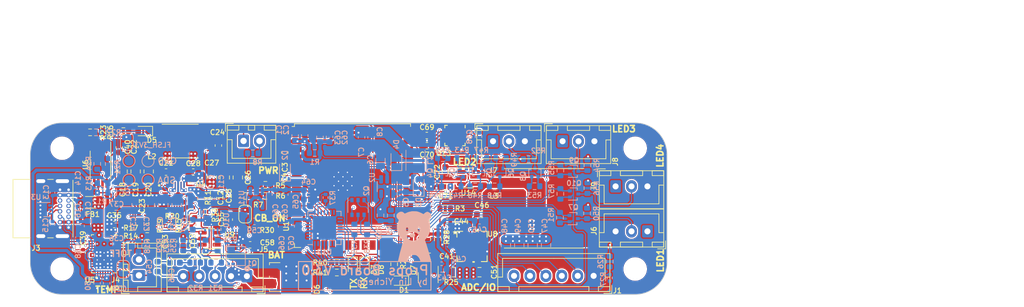
<source format=kicad_pcb>
(kicad_pcb (version 20221018) (generator pcbnew)
  (layers (0 "F.Cu" signal) (1 "In1.Cu" signal) (2 "In2.Cu" signal) (31 "B.Cu" signal) (34 "B.Paste" user) (35 "F.Paste" user) (36 "B.SilkS" user "B.Silkscreen") (37 "F.SilkS" user "F.Silkscreen") (38 "B.Mask" user) (39 "F.Mask" user) (44 "Edge.Cuts" user))
  (net 0 "")
  (net 1 "/3V3")
  (net 2 "GND")
  (net 3 "Net-(D3-K)")
  (net 4 "IN")
  (net 5 "/BAT_MON")
  (net 6 "Net-(U4-SDRV)")
  (net 7 "GNDA")
  (net 8 "Net-(C13-Pad1)")
  (net 9 "Net-(U4-BTST1)")
  (net 10 "/battery_charging/REGN")
  (net 11 "Net-(U4-BTST2)")
  (net 12 "/battery_charging/LDO_1V5")
  (net 13 "/battery_charging/LDO_3V3")
  (net 14 "/battery_charging/PPHV")
  (net 15 "/battery_charging/CC1")
  (net 16 "/battery_charging/CC2")
  (net 17 "/power_reg/5V_LDO")
  (net 18 "Net-(U8-SS)")
  (net 19 "Net-(U8-BST)")
  (net 20 "LX")
  (net 21 "/5V_PWR")
  (net 22 "Net-(U9-VDD)")
  (net 23 "Net-(U9-VC)")
  (net 24 "Net-(U10-VC2)")
  (net 25 "Net-(U10-VC1)")
  (net 26 "Net-(U10-VDD)")
  (net 27 "Net-(U10-CD)")
  (net 28 "/battery_charging/VBUS")
  (net 29 "/usb_uart/5V_UART_LDO")
  (net 30 "/EN")
  (net 31 "/imu/IMU_1V8")
  (net 32 "Net-(U13-REGOUT)")
  (net 33 "Net-(D1-A)")
  (net 34 "/VBAT_SENSE")
  (net 35 "Net-(D5-A)")
  (net 36 "Net-(D7-K)")
  (net 37 "Net-(D7-A)")
  (net 38 "Net-(D8-K)")
  (net 39 "Net-(D8-A)")
  (net 40 "/ADC1_CH5_GPIO")
  (net 41 "/ADC1_CH4_GPIO")
  (net 42 "/ADC2_CH9_GPIO")
  (net 43 "/ADC2_CH8_GPIO")
  (net 44 "Net-(J2-Pin_2)")
  (net 45 "/battery_charging/C_USB_P")
  (net 46 "/battery_charging/C_USB_N")
  (net 49 "/battery_charging/TS")
  (net 50 "Net-(J6-Pin_2)")
  (net 51 "Net-(J7-Pin_2)")
  (net 52 "Net-(J8-Pin_2)")
  (net 53 "Net-(J9-Pin_2)")
  (net 54 "/CB_EN")
  (net 55 "Net-(Q1A-G)")
  (net 56 "Net-(Q1B-G)")
  (net 57 "/usb_uart/RTS")
  (net 58 "Net-(Q2A-B1)")
  (net 59 "/IO0")
  (net 60 "/usb_uart/DTR")
  (net 61 "Net-(Q2B-B2)")
  (net 62 "/imu/INT_1V8")
  (net 63 "/INT")
  (net 64 "/imu/FSYNC_1V8")
  (net 65 "/FSYNC")
  (net 66 "/imu/SCL_1V8")
  (net 67 "/ESP_SCL")
  (net 68 "/imu/SDA_1V8")
  (net 69 "/ESP_SDA")
  (net 70 "/LED1")
  (net 71 "/LED2")
  (net 72 "/LED3")
  (net 73 "/LED4")
  (net 74 "/IND_LED")
  (net 75 "/PGOOD_5V")
  (net 76 "/EN_5V")
  (net 77 "Net-(R6-Pad2)")
  (net 78 "Net-(U2-Vfb)")
  (net 79 "Net-(U4-BATP)")
  (net 80 "/battery_charging/I2C_M_SCL")
  (net 81 "/battery_charging/I2C_M_SDA")
  (net 82 "/battery_charging/ILIM_HIZ")
  (net 83 "/battery_charging/PROG")
  (net 84 "Net-(U6-A0)")
  (net 85 "Net-(U6-A1)")
  (net 86 "Net-(U6-A2)")
  (net 87 "Net-(U6-WP)")
  (net 88 "Net-(U8-TON)")
  (net 89 "Net-(U8-FB)")
  (net 90 "Net-(U9-VM)")
  (net 91 "Net-(U10-VC1_CB)")
  (net 92 "Net-(U12-~{RST})")
  (net 106 "/ESP_RXD")
  (net 107 "/ESP_TXD")
  (net 116 "Net-(U5-DRAIN)")
  (net 118 "/battery_charging/PP5V")
  (net 121 "/battery_charging/VIN_3V3")
  (net 154 "Net-(J5-Pin_3)")
  (net 155 "Net-(JP2-A)")
  (net 156 "/battery_charging/PMID")
  (net 157 "/battery_charging/SW1")
  (net 158 "/battery_charging/SW2")
  (net 159 "/battery_protection/BATOUT")
  (net 160 "/battery_protection/CMN_DRN")
  (net 161 "/3V3_EN")
  (net 162 "/3V3_SW")
  (net 163 "GND1")
  (net 164 "/battery_charging/FLASH_3V3")
  (footprint "Connector_JST:JST_XH_B5B-XH-A_1x05_P2.50mm_Vertical" (layer "F.Cu") (at 130.025 117.625 180)
    (fp_text reference "J5")
    (fp_text value "Conn_01x05")
  )
  (footprint "MountingHole:MountingHole_3.2mm_M3_DIN965" (layer "F.Cu") (at 101 97.5)
    (fp_text reference "H4" hide)
    (fp_text value "MountingHole")
  )
  (footprint "Resistor_SMD:R_0603_1608Metric" (layer "F.Cu") (at 130.36 110.38)
    (fp_text reference "R30")
    (fp_text value "2k2")
  )
  (footprint "Capacitor_SMD:C_0805_2012Metric" (layer "F.Cu") (at 166.55 117)
    (fp_text reference "C51")
    (fp_text value "22u")
  )
  (footprint "Capacitor_SMD:C_0603_1608Metric" (layer "F.Cu") (at 135.975 98.18 -90)
    (fp_text reference "C4")
    (fp_text value "100n")
  )
  (footprint "Resistor_SMD:R_0603_1608Metric" (layer "F.Cu") (at 114.375 109.845 180)
    (fp_text reference "R17")
    (fp_text value "31.6k")
  )
  (footprint "Capacitor_SMD:C_0402_1005Metric" (layer "F.Cu") (at 124.9 105.32 -90)
    (fp_text reference "C12")
    (fp_text value "1000p")
  )
  (footprint "LED_SMD:LED_0603_1608Metric" (layer "F.Cu") (at 113.7375 94.8 180)
    (fp_text reference "D5")
    (fp_text value "LED")
  )
  (footprint "Capacitor_SMD:C_0805_2012Metric" (layer "F.Cu") (at 124.5 102.1 90)
    (fp_text reference "C27")
    (fp_text value "10u")
  )
  (footprint "Connector_JST:JST_XH_B6B-XH-A_1x06_P2.50mm_Vertical" (layer "F.Cu") (at 184.475 117.575 180)
    (fp_text reference "J1")
    (fp_text value "Conn_01x06")
  )
  (footprint "Resistor_SMD:R_0603_1608Metric" (layer "F.Cu") (at 129.75 105 180)
    (fp_text reference "R7")
    (fp_text value "10k")
  )
  (footprint "Capacitor_SMD:C_0603_1608Metric" (layer "F.Cu") (at 158.3 97.1 180)
    (fp_text reference "C70")
    (fp_text value "100n")
  )
  (footprint "Resistor_SMD:R_0603_1608Metric" (layer "F.Cu") (at 153.15 115.75 -90)
    (fp_text reference "R2")
    (fp_text value "2k2")
  )
  (footprint "Package_TO_SOT_SMD:SOT-23-5" (layer "F.Cu") (at 164.825 102.175)
    (fp_text reference "U14")
    (fp_text value "TLV74118")
  )
  (footprint "Connector_JST:JST_XH_B3B-XH-A_1x03_P2.50mm_Vertical" (layer "F.Cu") (at 168.675 96.4)
    (fp_text reference "J7")
    (fp_text value "LED2")
  )
  (footprint "Capacitor_SMD:C_0603_1608Metric" (layer "F.Cu") (at 158.725 114.5 180)
    (fp_text reference "C41")
    (fp_text value "100n")
  )
  (footprint "Capacitor_SMD:C_0603_1608Metric" (layer "F.Cu") (at 118.5 112.175 -90)
    (fp_text reference "C53")
    (fp_text value "100n")
  )
  (footprint "Resistor_SMD:R_0603_1608Metric" (layer "F.Cu") (at 121 108.5)
    (fp_text reference "R20")
    (fp_text value "31.6k")
  )
  (footprint "NetTie:NetTie-2_SMD_Pad0.5mm" (layer "F.Cu") (at 161.25 112.7 180)
    (fp_text reference "NT2" hide)
    (fp_text value "NetTie_2" hide)
  )
  (footprint "MountingHole:MountingHole_3.2mm_M3_DIN965" (layer "F.Cu") (at 191 97.5)
    (fp_text reference "H2" hide)
    (fp_text value "MountingHole")
  )
  (footprint "Capacitor_SMD:C_0603_1608Metric" (layer "F.Cu") (at 109.975 97.375 90)
    (fp_text reference "C40")
    (fp_text value "100n")
  )
  (footprint "Resistor_SMD:R_0603_1608Metric" (layer "F.Cu") (at 132.925 103.25)
    (fp_text reference "R5")
    (fp_text value "10k")
  )
  (footprint "Capacitor_SMD:C_0603_1608Metric" (layer "F.Cu") (at 127.25 108.725 90)
    (fp_text reference "C55")
    (fp_text value "100n")
  )
  (footprint "props_board:IC_BQ25798RQMR" (layer "F.Cu") (at 119.2375 104.95)
    (fp_text reference "U4")
    (fp_text value "BQ25798RQMR")
  )
  (footprint "Capacitor_SMD:C_0805_2012Metric" (layer "F.Cu") (at 112.55 101.15 90)
    (fp_text reference "C19")
    (fp_text value "10u")
  )
  (footprint "Capacitor_SMD:C_0805_2012Metric" (layer "F.Cu") (at 110.5 101.15 90)
    (fp_text reference "C18")
    (fp_text value "10u")
  )
  (footprint "Connector_JST:JST_XH_B3B-XH-A_1x03_P2.50mm_Vertical" (layer "F.Cu") (at 179.6 96.4)
    (fp_text reference "J8")
    (fp_text value "LED3")
  )
  (footprint "Package_SO:TSSOP-8_4.4x3mm_P0.65mm" (layer "F.Cu") (at 107.025 100.1375 -90)
    (fp_text reference "U6")
    (fp_text value "CAT24C256")
  )
  (footprint "Sensor_Motion:InvenSense_QFN-24_3x3mm_P0.4mm" (layer "F.Cu") (at 162.7 95.5 -90)
    (fp_text reference "U13")
    (fp_text value "ICM-20948")
  )
  (footprint "LED_SMD:LED_0603_1608Metric" (layer "F.Cu") (at 146.675 116.11 -90)
    (fp_text reference "D7")
    (fp_text value "LED")
  )
  (footprint "Capacitor_SMD:C_0805_2012Metric" (layer "F.Cu") (at 128.6 102.1 90)
    (fp_text reference "C26")
    (fp_text value "10u")
  )
  (footprint "Package_TO_SOT_SMD:SOT-23-6" (layer "F.Cu") (at 124.1875 111.725 180)
    (fp_text reference "U9")
    (fp_text value "S-8252")
  )
  (footprint "Resistor_SMD:R_0402_1005Metric" (layer "F.Cu") (at 123.49 107.5)
    (fp_text reference "R36")
    (fp_text value "100k")
  )
  (footprint "Resistor_SMD:R_0402_1005Metric" (layer "F.Cu") (at 117.76 109.75 180)
    (fp_text reference "R19")
    (fp_text value "6.04k")
  )
  (footprint "Resistor_SMD:R_0603_1608Metric" (layer "F.Cu") (at 105.4 95 180)
    (fp_text reference "R23")
    (fp_text value "10k")
  )
  (footprint "Capacitor_SMD:C_0805_2012Metric" (layer "F.Cu") (at 126.55 102.1 90)
    (fp_text reference "C25")
    (fp_text value "10u")
  )
  (footprint "Resistor_SMD:R_0603_1608Metric" (layer "F.Cu") (at 110.625 94.8)
    (fp_text reference "R16")
    (fp_text value "2k2")
  )
  (footprint "Capacitor_SMD:C_0603_1608Metric" (layer "F.Cu") (at 121.6 101.25 180)
    (fp_text reference "C28")
    (fp_text value "100n")
  )
  (footprint "MountingHole:MountingHole_3.2mm_M3_DIN965" (layer "F.Cu") (at 191 116.5)
    (fp_text reference "H1" hide)
    (fp_text value "MountingHole")
  )
  (footprint "Capacitor_SMD:C_0603_1608Metric" (layer "F.Cu") (at 125.55 97.075 -90)
    (fp_text reference "C24")
    (fp_text value "47n")
  )
  (footprint "Capacitor_SMD:C_0603_1608Metric" (layer "F.Cu") (at 158.275 95.5 180)
    (fp_text reference "C69")
    (fp_text value "100n")
  )
  (footprint "Resistor_SMD:R_0603_1608Metric" (layer "F.Cu") (at 158.35 111.825 -90)
    (fp_text reference "R4")
    (fp_text value "10k")
  )
  (footprint "Inductor_SMD:L_1206_3216Metric" (layer "F.Cu") (at 105.5 106)
    (fp_text reference "FB1")
    (fp_text value "BLM31SN500SH1L")
  )
  (footprint "Capacitor_SMD:C_0603_1608Metric" (layer "F.Cu") (at 130.54 112.69)
    (fp_text reference "C58")
    (fp_text value "100n")
  )
  (footprint "props_board:IND_ASPI-0530HI-1R0M-T2" (layer "F.Cu") (at 119.55 96.375 180)
    (fp_text reference "L2")
    (fp_text value "1u")
  )
  (footprint "Capacitor_SMD:C_0402_1005Metric" (layer "F.Cu") (at 104.3 113.945 -90)
    (fp_text reference "C39")
    (fp_text value "330p")
  )
  (footprint "props_board:IC_TPS25750DRJKR" (layer "F.Cu") (at 107.6 114.1 90)
    (fp_text reference "U5")
    (fp_text value "TPS25750DRJKR")
  )
  (footprint "LED_SMD:LED_0603_1608Metric" (layer "F.Cu") (at 153.9375 118.325 180)
    (fp_text reference "D1")
    (fp_text value "LED")
  )
  (footprint "Package_TO_SOT_SMD:TO-277A" (layer "F.Cu") (at 136.725 117.765 90)
    (fp_text reference "D6")
    (fp_text value "SS10P4C")
  )
  (footprint "Connector_JST:JST_XH_B2B-XH-A_1x02_P2.50mm_Vertical" (layer "F.Cu") (at 113.075 117.5 90)
    (fp_text reference "J4")
    (fp_text value "Conn_01x02")
  )
  (footprint "Resistor_SMD:R_0603_1608Metric" (layer "F.Cu") (at 160 111.825 -90)
    (fp_text reference "R28")
    (fp_text value "10k")
  )
  (footprint "Capacitor_SMD:C_0603_1608Metric" (layer "F.Cu") (at 117.325 101.25)
    (fp_text reference "C21")
    (fp_text value "100n")
  )
  (footprint "Connector_JST:JST_XH_B2B-XH-A_1x02_P2.50mm_Vertical" (layer "F.Cu") (at 129.5 96.35)
    (fp_text reference "J2" hide)
    (fp_text value "PWR")
  )
  (footprint "Capacitor_SMD:C_0603_1608Metric" (layer "F.Cu") (at 161.2 103.6 180)
    (fp_text reference "C71")
    (fp_text value "100n")
  )
  (footprint "Resistor_SMD:R_0603_1608Metric" (layer "F.Cu") (at 144.15 115.5)
    (fp_text reference "R40")
    (fp_text value "2k2")
  )
  (footprint "Connector_JST:JST_XH_B3B-XH-A_1x03_P2.50mm_Vertical" (layer "F.Cu") (at 187.925 103.5)
    (fp_text reference "J9")
    (fp_text value "LED4")
  )
  (footprint "Capacitor_SMD:C_0603_1608Metric" (layer "F.Cu") (at 113.525 97.325 -90)
    (fp_text reference "C22")
    (fp_text value "47n")
  )
  (footprint "Resistor_SMD:R_0603_1608Metric" (layer "F.Cu") (at 161.175 107)
    (fp_text reference "R3")
    (fp_text value "10k")
  )
  (footprint "Capacitor_SMD:C_0805_2012Metric" (layer "F.Cu") (at 114.6 101.15 90)
    (fp_text reference "C20")
    (fp_text value "10u")
  )
  (footprint "Capacitor_SMD:C_0402_1005Metric" (layer "F.Cu") (at 161.48 109 180)
    (fp_text reference "C44")
    (fp_text value "10n")
  )
  (footprint "Capacitor_SMD:C_0603_1608Metric" (layer "F.Cu") (at 161.2 101.225 -90)
    (fp_text reference "C72")
    (fp_text value "1u")
  )
  (footprint "Resistor_SMD:R_0402_1005Metric" (layer "F.Cu") (at 120.79 109.8 180)
    (fp_text reference "R15")
    (fp_text value "100k")
  )
  (footprint "Capacitor_SMD:C_0603_1608Metric" (layer "F.Cu") (at 135.975 95.13 90)
    (fp_text reference "C3")
    (fp_text value "100n")
  )
  (footprint "Connector_JST:JST_XH_B3B-XH-A_1x03_P2.50mm_Vertical" (layer "F.Cu") (at 192.925 110.575 180)
    (fp_text reference "J6")
    (fp_text value "LED1")
  )
  (footprint "MountingHole:MountingHole_3.2mm_M3_DIN965" (layer "F.Cu") (at 101 116.5)
    (fp_text reference "H3" hide)
    (fp_text value "MountingHole")
  )
  (footprint "Resistor_SMD:R_0805_2012Metric" (layer "F.Cu") (at 162.5 117 180)
    (fp_text reference "R25")
    (fp_text value "200k")
  )
  (footprint "Package_TO_SOT_SMD:SOT-23-5" (layer "F.Cu") (at 158.5 117.8625 -90)
    (fp_text reference "U7")
    (fp_text value "AP7375")
  )
  (footprint "Capacitor_SMD:C_0603_1608Metric" (layer "F.Cu") (at 120.025 112.1 -90)
    (fp_text reference "C52")
    (fp_text value "100n")
  )
  (footprint "Resistor_SMD:R_0603_1608Metric" (layer "F.Cu") (at 122.82 105.425 90)
    (fp_text reference "R11")
    (fp_text value "100")
  )
  (footprint "Resistor_SMD:R_0603_1608Metric" (layer "F.Cu") (at 114.37 111.315)
    (fp_text reference "R14")
    (fp_text value "5.23k")
  )
  (footprint "LED_SMD:LED_0603_1608Metric" (layer "F.Cu") (at 148.5 116.1125 -90)
    (fp_text reference "D8")
    (fp_text value "LED")
  )
  (footprint "Jumper:SolderJumper-2_P1.3mm_Open_RoundedPad1.0x1.5mm" (layer "F.Cu") (at 129.75 107.85 90)
    (fp_text reference "JP1" hide)
    (fp_text value "Jumper_2_Open")
  )
  (footprint "props_board:INDM1250X1250X600" (layer "F.Cu") (at 176.7 106.95)
    (fp_text reference "L3")
    (fp_text value "3.3u")
  )
  (footprint "Resistor_SMD:R_0603_1608Metric" (layer "F.Cu") (at 132.925 105 180)
    (fp_text reference "R6")
    (fp_text value "10k")
  )
  (footprint "NetTie:NetTie-2_SMD_Pad0.5mm" (layer "F.Cu") (at 125.9 106.58)
    (fp_text reference "NT1" hide)
    (fp_text value "NetTie_2" hide)
  )
  (footprint "props_board:QFN4X4-22L_EP2_S_AOS" (layer "F.Cu") (at 165.375 112.94905)
    (fp_text reference "U8")
    (fp_text value "AOZ2261AQI-15")
  )
  (footprint "props_board:USB_C_Receptacle_GCT_USB4085" (layer "F.Cu") (at 102.025 104.025 -90)
    (fp_text reference "J3")
    (fp_text value "USB_C_Receptacle_USB2.0")
  )
  (footprint "Capacitor_SMD:C_0603_1608Metric" (layer "F.Cu") (at 109.2 109.5)
    (fp_text reference "C35")
    (fp_text value "100n")
  )
  (footprint "Capacitor_SMD:C_0603_1608Metric" (layer "F.Cu") (at 115 106.575 90)
    (fp_text reference "C23")
    (fp_text value "4.7u")
  )
  (footprint "Resistor_SMD:R_0603_1608Metric" (layer "F.Cu") (at 144.15 117.05)
    (fp_text reference "R41")
    (fp_text value "2k2")
  )
  (footprint "RF_Module:ESP32-WROOM-32U" (layer "F.Cu") (at 146.61 103.385)
    (fp_text reference "U1")
    (fp_text value "ESP32-WROOM-32U")
  )
  (footprint "Capacitor_SMD:C_0603_1608Metric" (layer "F.Cu") (at 166.925 107.9)
    (fp_text reference "C46")
    (fp_text value "100n")
  )
  (footprint "Capacitor_SMD:C_0805_2012Metric" (layer "B.Cu") (at 174.9 112.75 -90)
    (fp_text reference "C50")
    (fp_text value "22u")
  )
  (footprint "Capacitor_SMD:C_0603_1608Metric" (layer "B.Cu") (at 122.83 105.425 -90)
    (fp_text reference "C9")
    (fp_text value "10u")
  )
  (footprint "Capacitor_SMD:C_0603_1608Metric" (layer "B.Cu") (at 143 95.725 90)
    (fp_text reference "C62")
    (fp_text value "100n")
  )
  (footprint "Capacitor_SMD:C_0402_1005Metric" (layer "B.Cu") (at 103.5 109.52 -90)
    (fp_text reference "C16")
    (fp_text value "10n")
  )
  (footprint "Capacitor_SMD:C_0603_1608Metric" (layer "B.Cu") (at 134.5 104.78 -90)
    (fp_text reference "C60")
    (fp_text value "100n")
  )
  (footprint "Capacitor_SMD:C_0603_1608Metric" (layer "B.Cu") (at 141.5 95.725 90)
    (fp_text reference "C63")
    (fp_text value "100n")
  )
  (footprint "Capacitor_SMD:C_0603_1608Metric" (layer "B.Cu") (at 160.6 114.875 180)
    (fp_text reference "C42")
    (fp_text value "100n")
  )
  (footprint "Resistor_SMD:R_0603_1608Metric" (layer "B.Cu") (at 121.9 115.5 180)
    (fp_text reference "R32")
    (fp_text value "100")
  )
  (footprint "Resistor_SMD:R_0603_1608Metric" (layer "B.Cu") (at 187 115.325 -90)
    (fp_text reference "R26")
    (fp_text value "31.6k")
  )
  (footprint "Capacitor_SMD:C_0805_2012Metric" (layer "B.Cu") (at 109.55 108)
    (fp_text reference "C37")
    (fp_text value "22u")
  )
  (footprint "Resistor_SMD:R_0603_1608Metric" (layer "B.Cu") (at 179.25 104.675 90)
    (fp_text reference "R57")
    (fp_text value "2k2")
  )
  (footprint "Resistor_SMD:R_0603_1608Metric" (layer "B.Cu") (at 121.675 112.8 -90)
    (fp_text reference "R33")
    (fp_text value "160")
  )
  (footprint "Package_TO_SOT_SMD:SOT-416" (layer "B.Cu") (at 164 101.35 -90)
    (fp_text reference "Q3")
    (fp_text value "RE1C002UNTCL")
  )
  (footprint "Resistor_SMD:R_0603_1608Metric" (layer "B.Cu") (at 130.95 98.3 180)
    (fp_text reference "R8")
    (fp_text value "10k")
  )
  (footprint "Resistor_SMD:R_0603_1608Metric" (layer "B.Cu") (at 151 108.075 90)
    (fp_text reference "R10")
    (fp_text value "10k")
  )
  (footprint "Package_TO_SOT_SMD:SOT-416" (layer "B.Cu") (at 166.4 101.35 -90)
    (fp_text reference "Q5")
    (fp_text value "RE1C002UNTCL")
  )
  (footprint "Resistor_SMD:R_0603_1608Metric" (layer "B.Cu") (at 183.44 107.75 -90)
    (fp_text reference "R50")
    (fp_text value "2k2")
  )
  (footprint "Resistor_SMD:R_0603_1608Metric" (layer "B.Cu") (at 179.19 108.425 90)
    (fp_text reference "R51")
    (fp_text value "2k2")
  )
  (footprint "Capacitor_SMD:C_0402_1005Metric" (layer "B.Cu") (at 99.5 104.48 90)
    (fp_text reference "C13")
    (fp_text value "10n")
  )
  (footprint "Capacitor_SMD:C_0603_1608Metric" (layer "B.Cu") (at 166.55 108.9)
    (fp_text reference "C45")
    (fp_text value "4.7u")
  )
  (footprint "Resistor_SMD:R_0603_1608Metric" (layer "B.Cu") (at 123.525 112.8 -90)
    (fp_text reference "R35")
    (fp_text value "100")
  )
  (footprint "Jumper:SolderJumper-2_P1.3mm_Open_RoundedPad1.0x1.5mm" (layer "B.Cu") (at 110.6 116.55 -90)
    (fp_text reference "JP2" hide)
    (fp_text value "Jumper_2_Open")
  )
  (footprint "Capacitor_SMD:C_0805_2012Metric" (layer "B.Cu") (at 170.7 112.75 -90)
    (fp_text reference "C48")
    (fp_text value "22u")
  )
  (footprint "Resistor_SMD:R_0603_1608Metric" (layer "B.Cu") (at 159.775 103.5)
    (fp_text reference "R44")
    (fp_text value "2k2")
  )
  (footprint "Diode_SMD:D_SOD-323" (layer "B.Cu") (at 136 101.05 90)
    (fp_text reference "D2")
    (fp_text value "MM3Z3V0ST1G")
  )
  (footprint "Resistor_SMD:R_0603_1608Metric" (layer "B.Cu") (at 120.025 112.8 -90)
    (fp_text reference "R29")
    (fp_text value "270")
  )
  (footprint "Capacitor_SMD:C_0603_1608Metric" (layer "B.Cu") (at 116 116.125 90)
    (fp_text reference "C54")
    (fp_text value "100n")
  )
  (footprint "Capacitor_SMD:C_0603_1608Metric" (layer "B.Cu") (at 149.525 95.8 -90)
    (fp_text reference "C8")
    (fp_text value "10u")
  )
  (footprint "Capacitor_SMD:C_0805_2012Metric" (layer "B.Cu") (at 112.7 106.45 -90)
    (fp_text reference "C34")
    (fp_text value "10u")
  )
  (footprint "Resistor_SMD:R_0603_1608Metric" (layer "B.Cu") (at 108.325 99.9625 -90)
    (fp_text reference "R21")
    (fp_text value "10k")
  )
  (footprint "Package_DFN_QFN:QFN-28-1EP_5x5mm_P0.5mm_EP3.35x3.35mm" (layer "B.Cu") (at 142.2 110.04)
    (fp_text reference "U12")
    (fp_text value "CP2102N-Axx-xQFN28")
  )
  (footprint "Capacitor_SMD:C_0603_1608Metric" (layer "B.Cu") (at 139.1 95.5 90)
    (fp_text reference "C2")
    (fp_text value "10u")
  )
  (footprint "TestPoint:TestPoint_Pad_D1.5mm" (layer "B.Cu") (at 114.5 102.5 180)
    (fp_text reference "TP2" hide)
    (fp_text value "SDA")
  )
  (footprint "Resistor_SMD:R_0603_1608Metric" (layer "B.Cu") (at 179.25 101 90)
    (fp_text reference "R55")
    (fp_text value "2k2")
  )
  (footprint "Capacitor_SMD:C_0603_1608Metric" (layer "B.Cu") (at 137.6 95.5 90)
    (fp_text reference "C1")
    (fp_text value "10u")
  )
  (footprint "Diode_SMD:D_SOD-323" (layer "B.Cu") (at 157 103.45 90)
    (fp_text reference "D3")
    (fp_text value "1N4148")
  )
  (footprint "Capacitor_SMD:C_0603_1608Metric" (layer "B.Cu") (at 131.2 109.005)
    (fp_text reference "C59")
    (fp_text value "100n")
  )
  (footprint "Resistor_SMD:R_0603_1608Metric" (layer "B.Cu") (at 160.775 99.05)
    (fp_text reference "R45")
    (fp_text value "2k2")
  )
  (footprint "Resistor_SMD:R_0603_1608Metric" (layer "B.Cu") (at 125.425 112.8 -90)
    (fp_text reference "R34")
    (fp_text value "270")
  )
  (footprint "Capacitor_SMD:C_0603_1608Metric" (layer "B.Cu") (at 108 118.725 -90)
    (fp_text reference "C29")
    (fp_text value "10u")
  )
  (footprint "Resistor_SMD:R_0603_1608Metric" (layer "B.Cu") (at 148.9 110.275 90)
    (fp_text reference "R38")
    (fp_text value "10k")
  )
  (footprint "Diode_SMD:D_SOD-323" (layer "B.Cu") (at 153.5 99.4 90)
    (fp_text reference "D4")
    (fp_text value "B5819WS")
  )
  (footprint "Resistor_SMD:R_0603_1608Metric" (layer "B.Cu") (at 174.275 99.225)
    (fp_text reference "R52")
    (fp_text value "2k2")
  )
  (footprint "Resistor_SMD:R_0603_1608Metric" (layer "B.Cu") (at 162.825 103.5)
    (fp_text reference "R42")
    (fp_text value "2k2")
  )
  (footprint "Capacitor_SMD:C_0402_1005Metric" (layer "B.Cu") (at 99.5 109.52 -90)
    (fp_text reference "C15")
    (fp_text value "10n")
  )
  (footprint "Capacitor_SMD:C_0603_1608Metric" (layer "B.Cu") (at 136.975 109.78 -90)
    (fp_text reference "C67")
    (fp_text value "100n")
  )
  (footprint "Resistor_SMD:R_0603_1608Metric" (layer "B.Cu") (at 106.525 99.9625 90)
    (fp_text reference "R24")
    (fp_text value "10k")
  )
  (footprint "Capacitor_SMD:C_0603_1608Metric" (layer "B.Cu") (at 105 109.725 -90)
    (fp_text reference "C17")
    (fp_text value "4.7u")
  )
  (footprint "Capacitor_SMD:C_0603_1608Metric" (layer "B.Cu") (at 121.5 109.525 90)
    (fp_text reference "C57")
    (fp_text value "330n")
  )
  (footprint "Package_TO_SOT_SMD:SOT-416" (layer "B.Cu") (at 181.405 104.7)
    (fp_text reference "Q10")
    (fp_text value "RE1C002UNTCL")
  )
  (footprint "Resistor_SMD:R_0603_1608Metric" (layer "B.Cu") (at 107.375 103 180)
    (fp_text reference "R13")
    (fp_text value "2k2")
  )
  (footprint "Resistor_SMD:R_0603_1608Metric" (layer "B.Cu") (at 152.625 108.075 -90)
    (fp_text reference "R9")
    (fp_text value "31.6k")
  )
  (footprint "Resistor_SMD:R_0603_1608Metric" (layer "B.Cu") (at 175.2 103.475 180)
    (fp_text reference "R53")
    (fp_text value "2k2")
  )
  (footprint "Resistor_SMD:R_0603_1608Metric" (layer "B.Cu") (at 163.825 99.05)
    (fp_text reference "R43")
    (fp_text value "2k2")
  )
  (footprint "Capacitor_SMD:C_0603_1608Metric" (layer "B.Cu") (at 155 103.625 -90)
    (fp_text reference "C5")
    (fp_text value "100n")
  )
  (footprint "TestPoint:TestPoint_Pad_D1.5mm" (layer "B.Cu") (at 111.5 102.5 180)
    (fp_text reference "TP3" hide)
    (fp_text value "SCL")
  )
  (footprint "Resistor_SMD:R_0603_1608Metric" (layer "B.Cu") (at 125.2 115.5)
    (fp_text reference "R31")
    (fp_text value "270")
  )
  (footprint "Capacitor_SMD:C_0603_1608Metric" (layer "B.Cu") (at 139.75 105.555)
    (fp_text reference "C65")
    (fp_text value "100n")
  )
  (footprint "Capacitor_SMD:C_0805_2012Metric" (layer "B.Cu") (at 116.9 106.45 -90)
    (fp_text reference "C31")
    (fp_text value "10u")
  )
  (footprint "Capacitor_SMD:C_0603_1608Metric" (layer "B.Cu") (at 124.4 105.425 -90)
    (fp_text reference "C10")
    (fp_text value "10u")
  )
  (footprint "Resistor_SMD:R_0603_1608Metric" (layer "B.Cu") (at 165.875 103.5)
    (fp_text reference "R46")
    (fp_text value "2k2")
  )
  (footprint "Capacitor_SMD:C_0603_1608Metric" (layer "B.Cu") (at 166.4 95.7 -90)
    (fp_text reference "C68")
    (fp_text value "100n")
  )
  (footprint "Capacitor_SMD:C_0805_2012Metric" (layer "B.Cu") (at 172.8 112.75 -90)
    (fp_text reference "C49")
    (fp_text value "22u")
  )
  (footprint "Package_TO_SOT_SMD:SOT-416" (layer "B.Cu") (at 175.25 101.32 90)
    (fp_text reference "Q8")
    (fp_text value "RE1C002UNTCL")
  )
  (footprint "Capacitor_SMD:C_0603_1608Metric" (layer "B.Cu") (at 118.725 115.5 180)
    (fp_text reference "C56")
    (fp_text value "100n")
  )
  (footprint "Package_TO_SOT_SMD:SOT-416" (layer "B.Cu") (at 181.405 101.125)
    (fp_text reference "Q9")
    (fp_text value "RE1C002UNTCL")
  )
  (footprint "Resistor_SMD:R_0402_1005Metric" (layer "B.Cu") (at 187 117.9 -90)
    (fp_text reference "R27")
    (fp_text value "6.04k")
  )
  (footprint "Package_TO_SOT_SMD:SOT-23-6" (layer "B.Cu") (at 152.05 103.5375 90)
    (fp_text reference "U2")
    (fp_text value "MCP16301")
  )
  (footprint "Capacitor_SMD:C_0805_2012Metric" (layer "B.Cu") (at 151 99.35 90)
    (fp_text reference "C6")
    (fp_text value "10u")
  )
  (footprint "TestPoint:TestPoint_Pad_D1.5mm" (layer "B.Cu") (at 114.5 99.5 180)
    (fp_text reference "TP4" hide)
    (fp_text value "GND")
  )
  (footprint "Capacitor_SMD:C_0603_1608Metric" (layer "B.Cu") (at 160.6 116.475 180)
    (fp_text reference "C43")
    (fp_text value "10u")
  )
  (footprint "Capacitor_SMD:C_0603_1608Metric" (layer "B.Cu") (at 139.75 104.08)
    (fp_text reference "C64")
    (fp_text value "4.7u")
  )
  (footprint "Package_TO_SOT_SMD:SOT-23-5" (layer "B.Cu") (at 131.525 105.3675 90)
    (fp_text reference "U11")
    (fp_text value "AP7375")
  )
  (footprint "Resistor_SMD:R_0603_1608Metric" (layer "B.Cu") (at 113 112.9 -90)
    (fp_text reference "R18")
    (fp_text value "10k")
  )
  (footprint "props_board:SON65P300X300X100-9N" (layer "B.Cu") (at 124.45 108.9 90)
    (fp_text reference "U10")
    (fp_text value "BQ29209DRBR")
  )
  (footprint "props_board:bear" (layer "B.Cu") (at 156.2 110.9 180)
    (fp_text reference "G***" hide)
    (fp_text value "LOGO" hide)
  )
  (footprint "Resistor_SMD:R_0603_1608Metric" (layer "B.Cu") (at 168.925 103.5)
    (fp_text reference "R48")
    (fp_text value "2k2")
  )
  (footprint "Capacitor_SMD:C_0603_1608Metric" (layer "B.Cu") (at 126 105.425 -90)
    (fp_text reference "C11")
    (fp_text value "100n")
  )
  (footprint "Capacitor_SMD:C_0805_2012Metric" (layer "B.Cu") (at 177 112.75 -90)
    (fp_text reference "C47")
    (fp_text value "22u")
  )
  (footprint "Resistor_SMD:R_0603_1608Metric" (layer "B.Cu") (at 140.675 98.25)
    (fp_text reference "R1")
    (fp_text value "10k")
  )
  (footprint "Resistor_SMD:R_0402_1005Metric" (layer "B.Cu") (at 142.375 105.265 -90)
    (fp_text reference "R37")
    (fp_text value "1k")
  )
  (footprint "TestPoint:TestPoint_Pad_D1.5mm" (layer "B.Cu") (at 111.5 99.5 180)
    (fp_text reference "TP1" hide)
    (fp_text value "FLSH_3V3")
  )
  (footprint "Capacitor_SMD:C_0603_1608Metric" (layer "B.Cu") (at 106.5 118.725 -90)
    (fp_text reference "C30")
    (fp_text value "10u")
  )
  (footprint "Capacitor_SMD:C_0402_1005Metric" (layer "B.Cu") (at 103.5 104.48 90)
    (fp_text reference "C14")
    (fp_text value "10n")
  )
  (footprint "Resistor_SMD:R_0603_1608Metric" (layer "B.Cu") (at 106.325 95 180)
    (fp_text reference "R22")
    (fp_text value "10k")
  )
  (footprint "Resistor_SMD:R_0603_1608Metric" (layer "B.Cu") (at 107.375 104.5 180)
    (fp_text reference "R12")
    (fp_text value "2k2")
  )
  (footprint "Package_TO_SOT_SMD:SOT-416" (layer "B.Cu") (at 160.6 101.35 -90)
    (fp_text reference "Q4")
    (fp_text value "RE1C002UNTCL")
  )
  (footprint "Resistor_SMD:R_0603_1608Metric" (layer "B.Cu") (at 183.5 103.775 -90)
    (fp_text reference "R56")
    (fp_text value "2k2")
  )
  (footprint "Package_SO:TSOP-6_1.65x3.05mm_P0.95mm" (layer "B.Cu") (at 147.475 106.815 -90)
    (fp_text reference "Q2")
    (fp_text value "BC817DS")
  )
  (footprint "Package_TO_SOT_SMD:SOT-416" (layer "B.Cu") (at 181.345 108.575)
    (fp_text reference "Q7")
    (fp_text value "RE1C002UNTCL")
  )
  (footprint "Capacitor_SMD:C_0603_1608Metric" (layer "B.Cu") (at 148.025 95.8 -90)
    (fp_text reference "C7")
    (fp_text value "10u")
  )
  (footprint "Package_SON:WSON-6-1EP_2x2mm_P0.65mm_EP1x1.6mm" (layer "B.Cu") (at 98.1125 107.15)
    (fp_text reference "U3")
    (fp_text value "TVS2200DRV")
  )
  (footprint "Capacitor_SMD:C_0603_1608Metric" (layer "B.Cu") (at 135.475 109.78 -90)
    (fp_text reference "C66")
    (fp_text value "4.7u")
  )
  (footprint "Jumper:SolderJumper-2_P1.3mm_Open_RoundedPad1.0x1.5mm" (layer "B.Cu") (at 111.175 96.425 90)
    (fp_text reference "JP3" hide)
    (fp_text value "Jumper_2_Open")
  )
  (footprint "Resistor_SMD:R_0603_1608Metric" (layer "B.Cu") (at 183.5 100.175 -90)
    (fp_text reference "R54")
    (fp_text value "2k2")
  )
  (footprint "Capacitor_SMD:C_0805_2012Metric" (layer "B.Cu") (at 114.8 106.45 -90)
    (fp_text reference "C32")
    (fp_text value "10u")
  )
  (footprint "props_board:DFN3X3" (layer "B.Cu") (at 128.2725 114.4525)
    (fp_text reference "Q1")
    (fp_text value "AON7804")
  )
  (footprint "props_board:TYA3012" (layer "B.Cu") (at 157.8 99.4 90)
    (fp_text reference "L1")
    (fp_text value "15u")
  )
  (footprint "Resistor_SMD:R_0603_1608Metric" (layer "B.Cu") (at 169.925 99.05)
    (fp_text reference "R49")
    (fp_text value "2k2")
  )
  (footprint "Resistor_SMD:R_0603_1608Metric" (layer "B.Cu") (at 146.9 110.275 90)
    (fp_text reference "R39")
    (fp_text value "10k")
  )
  (footprint "Resistor_SMD:R_0603_1608Metric" (layer "B.Cu") (at 166.875 99.05)
    (fp_text reference "R47")
    (fp_text value "2k2")
  )
  (footprint "Capacitor_SMD:C_0603_1608Metric" (layer "B.Cu") (at 135.975 104.78 -90)
    (fp_text reference "C61")
    (fp_text value "10u")
  )
  (footprint "Capacitor_SMD:C_0402_1005Metric" (layer "B.Cu") (at 103.5 111.52 90)
    (fp_text reference "C38")
    (fp_text value "330p")
  )
  (footprint "Package_TO_SOT_SMD:SOT-416" (layer "B.Cu") (at 169.75 101.35 -90)
    (fp_text reference "Q6")
    (fp_text value "RE1C002UNTCL")
  )
  (footprint "Capacitor_SMD:C_0805_2012Metric" (layer "B.Cu") (at 119 106.45 -90)
    (fp_text reference "C33")
    (fp_text value "10u")
  )
  (footprint "Capacitor_SMD:C_0805_2012Metric" (layer "B.Cu") (at 109.55 110)
    (fp_text reference "C36")
    (fp_text value "22u")
  )
  (gr_rect (start 138.125 115.325) (end 158.925 119.825) (stroke (width 0.15)) (fill none) (layer "B.SilkS"))
  (gr_arc (start 96 98.5) (mid 97.464466 94.964467) (end 101 93.5) (stroke (width 0.1)) (layer "Edge.Cuts"))
  (gr_line (start 191 120.5) (end 101 120.5) (stroke (width 0.1)) (layer "Edge.Cuts"))
  (gr_line (start 196 98.5) (end 196 115.5) (stroke (width 0.1)) (layer "Edge.Cuts"))
  (gr_arc (start 196 115.5) (mid 194.535534 119.035533) (end 191 120.5) (stroke (width 0.1)) (layer "Edge.Cuts"))
  (gr_line (start 96 98.5) (end 96 115.5) (stroke (width 0.1)) (layer "Edge.Cuts"))
  (gr_line (start 101 93.5) (end 191 93.5) (stroke (width 0.1)) (layer "Edge.Cuts"))
  (gr_arc (start 101 120.5) (mid 97.464467 119.035534) (end 96 115.5) (stroke (width 0.1)) (layer "Edge.Cuts"))
  (gr_arc (start 191 93.5) (mid 194.535533 94.964466) (end 196 98.5) (stroke (width 0.1)) (layer "Edge.Cuts"))
  (gr_text "by Lin Yicheng" (at 158.525 119.075) (layer "B.SilkS") (effects (font (size 1 1)) (justify left bottom mirror)))
  (gr_text "TOFF" (at 112.1 114.675) (layer "B.SilkS") (effects (font (size 1 1) (thickness 0.2) bold) (justify left bottom mirror)))
  (gr_text "Props Board V3.0" (at 158.725 117.575) (layer "B.SilkS") (effects (font (size 1.5 1.5) (thickness 0.25) bold) (justify left bottom mirror)))
  (gr_text "LED2" (at 162.225 100.225) (layer "F.SilkS") (effects (font (size 1 1) (thickness 0.25) bold) (justify left bottom)))
  (gr_text "ADC/IO" (at 163.525 119.975) (layer "F.SilkS") (effects (font (size 1 1) (thickness 0.25) bold) (justify left bottom)))
  (gr_text "BAT" (at 133.175 114.875) (layer "F.SilkS") (effects (font (size 1 1) (thickness 0.25) bold) (justify left bottom)))
  (gr_text "TX\nRX" (at 149 119.8 90) (layer "F.SilkS") (effects (font (size 1 1) (thickness 0.2) bold) (justify left bottom)))
  (gr_text "LED3" (at 187.225 95.05) (layer "F.SilkS") (effects (font (size 1 1) (thickness 0.25) bold) (justify left bottom)))
  (gr_text "LED4" (at 195.5 100.675 90) (layer "F.SilkS") (effects (font (size 1 1) (thickness 0.25) bold) (justify left bottom)))
  (gr_text "TEMP" (at 106.075 120.325) (layer "F.SilkS") (effects (font (size 1 1) (thickness 0.25) bold) (justify left bottom)))
  (gr_text "CB_ON" (at 131.05 109.075) (layer "F.SilkS") (effects (font (size 1 1) (thickness 0.25) bold) (justify left bottom)))
  (gr_text "LED1" (at 195.55 117.175 90) (layer "F.SilkS") (effects (font (size 1 1) (thickness 0.25) bold) (justify left bottom)))
  (segment (start 164.425 101.225) (end 164.8 101.6) (width 0.2) (layer "F.Cu") (net 1))
  (segment (start 167.695 102.575) (end 164.825 102.575) (width 0.2) (layer "F.Cu") (net 1))
  (segment (start 159.575 102.875) (end 158.95 103.5) (width 0.2) (layer "F.Cu") (net 1))
  (segment (start 164.705 102.695) (end 164.275 103.125) (width 0.2) (layer "F.Cu") (net 1))
  (segment (start 163.4375 102.875) (end 162.35 102.875) (width 0.2) (layer "F.Cu") (net 1))
  (segment (start 162.35 102.875) (end 159.575 102.875) (width 0.2) (layer "F.Cu") (net 1))
  (segment (start 160.78 105.52) (end 161.68 105.52) (width 0.2) (layer "F.Cu") (net 1))
  (segment (start 136.47 96.4) (end 137.86 96.4) (width 0.5) (layer "F.Cu") (net 1))
  (segment (start 160.35 105.95) (end 160.78 105.52) (width 0.2) (layer "F.Cu") (net 1))
  (segment (start 147.55 95.05) (end 144.25 95.05) (width 0.5) (layer "F.Cu") (net 1))
  (segment (start 164.825 102.575) (end 164.705 102.695) (width 0.2) (layer "F.Cu") (net 1))
  (segment (start 164.8 101.6) (end 164.8 102.6) (width 0.2) (layer "F.Cu") (net 1))
  (segment (start 162 103.225) (end 162.35 102.875) (width 0.2) (layer "F.Cu") (net 1))
  (segment (start 168.1 102.98) (end 167.695 102.575) (width 0.2) (layer "F.Cu") (net 1))
  (segment (start 139.15 96.35) (end 139.1 96.4) (width 0.5) (layer "F.Cu") (net 1))
  (segment (start 144.25 95.05) (end 142.95 96.35) (width 0.5) (layer "F.Cu") (net 1))
  (segment (start 160.35 107) (end 160.35 105.95) (width 0.2) (layer "F.Cu") (net 1))
  (segment (start 163.6875 101.225) (end 164.425 101.225) (width 0.2) (layer "F.Cu") (net 1))
  (segment (start 164.275 103.125) (end 163.6875 103.125) (width 0.2) (layer "F.Cu") (net 1))
  (segment (start 135.975 95.905) (end 136.47 96.4) (width 0.5) (layer "F.Cu") (net 1))
  (segment (start 137.86 96.4) (end 136.98 96.4) (width 0.5) (layer "F.Cu") (net 1))
  (segment (start 164.8 102.6) (end 164.705 102.695) (width 0.2) (layer "F.Cu") (net 1))
  (segment (start 161.975 105.225) (end 161.975 103.6) (width 0.2) (layer "F.Cu") (net 1))
  (segment (start 163.6875 103.125) (end 163.4375 102.875) (width 0.2) (layer "F.Cu") (net 1))
  (segment (start 161.68 105.52) (end 161.975 105.225) (width 0.2) (layer "F.Cu") (net 1))
  (segment (start 136.98 96.4) (end 135.975 97.405) (width 0.5) (layer "F.Cu") (net 1))
  (segment (start 142.95 96.35) (end 139.15 96.35) (width 0.5) (layer "F.Cu") (net 1))
  (via (at 161.975 104) (size 0.4) (drill 0.3) (layers "F.Cu" "B.Cu") (net 1))
  (via (at 139.1 96.4) (size 0.4) (drill 0.3) (layers "F.Cu" "B.Cu") (net 1))
  (via (at 147.55 95.05) (size 0.4) (drill 0.3) (layers "F.Cu" "B.Cu") (net 1))
  (via (at 164.8 102.6) (size 0.4) (drill 0.3) (layers "F.Cu" "B.Cu") (net 1))
  (via (at 168.1 102.98) (size 0.4) (drill 0.3) (layers "F.Cu" "B.Cu") (net 1))
  (via (at 158.95 103.5) (size 0.4) (drill 0.3) (layers "F.Cu" "B.Cu") (net 1))
  (via (at 161.975 103.396497) (size 0.4) (drill 0.3) (layers "F.Cu" "B.Cu") (net 1))
  (via (at 137.975 96.415) (size 0.4) (drill 0.3) (layers "F.Cu" "B.Cu") (net 1))
  (segment (start 169.3 101.4) (end 168.1 102.6) (width 0.2) (layer "B.Cu") (net 1))
  (segment (start 181.3 108.2) (end 181.3 110.1) (width 0.2) (layer "B.Cu") (net 1))
  (segment (start 180.755 105.2) (end 179.55 105.2) (width 0.2) (layer "B.Cu") (net 1))
  (segment (start 137.875 96.415) (end 139.085 96.415) (width 0.5) (layer "B.Cu") (net 1))
  (segment (start 181.8 110.6) (end 182.8 110.6) (width 0.2) (layer "B.Cu") (net 1))
  (segment (start 158.6 105.2) (end 158.6 103.85) (width 0.15) (layer "B.Cu") (net 1))
  (segment (start 137.86 96.4) (end 137.875 96.415) (width 0.5) (layer "B.Cu") (net 1))
  (segment (start 153.228409 105.711) (end 153.642409 106.125) (width 0.15) (layer "B.Cu") (net 1))
  (segment (start 181.3 105.51) (end 181.305 105.505) (width 0.2) (layer "B.Cu") (net 1))
  (segment (start 158.6 103.85) (end 158.95 103.5) (width 0.15) (layer "B.Cu") (net 1))
  (segment (start 157.675 106.125) (end 158.6 105.2) (width 0.15) (layer "B.Cu") (net 1))
  (segment (start 181.3 108.75) (end 181.3 108.2) (width 0.2) (layer "B.Cu") (net 1))
  (segment (start 183.2 118.2) (end 182.4 119) (width 0.2) (layer "B.Cu") (net 1))
  (segment (start 153.642409 106.125) (end 157.675 106.125) (width 0.15) (layer "B.Cu") (net 1))
  (segment (start 139.85 98.25) (end 139.85 97.025) (width 0.5) (layer "B.Cu") (net 1))
  (segment (start 183.2 111) (end 183.2 118.2) (width 0.2) (layer "B.Cu") (net 1))
  (segment (start 181.3 110.1) (end 181.8 110.6) (width 0.2) (layer "B.Cu") (net 1))
  (segment (start 176.31 101.97) (end 175.75 101.97) (width 0.2) (layer "B.Cu") (net 1))
  (segment (start 152.605 107.23) (end 152.605 106.442409) (width 0.15) (layer "B.Cu") (net 1))
  (segment (start 147.575 95.025) (end 147.55 95.05) (width 0.5) (layer "B.Cu") (net 1))
  (segment (start 165.05 102.85) (end 164.8 102.6) (width 0.2) (layer "B.Cu") (net 1))
  (segment (start 182.4 119) (end 172.8 119) (width 0.2) (layer "B.Cu") (net 1))
  (segment (start 172.8 119) (end 171.975 118.175) (width 0.2) (layer "B.Cu") (net 1))
  (segment (start 180.755 101.625) (end 179.45 101.625) (width 0.2) (layer "B.Cu") (net 1))
  (segment (start 139.85 97.025) (end 139.1 96.275) (width 0.5) (layer "B.Cu") (net 1))
  (segment (start 179.55 105.2) (end 179.25 105.5) (width 0.2) (layer "B.Cu") (net 1))
  (segment (start 181.305 105.505) (end 181.305 104.76) (width 0.2) (layer "B.Cu") (net 1))
  (segment (start 152.551 105.991591) (end 152.831591 105.711) (width 0.15) (layer "B.Cu") (net 1))
  (segment (start 152.605 106.442409) (end 152.551 106.388409) (width 0.15) (layer "B.Cu") (net 1))
  (segment (start 182.8 110.6) (end 183.2 111) (width 0.2) (layer "B.Cu") (net 1))
  (segment (start 180.695 109.075) (end 180.975 109.075) (width 0.2) (layer "B.Cu") (net 1))
  (segment (start 148.025 95.025) (end 147.575 95.025) (width 0.5) (layer "B.Cu") (net 1))
  (segment (start 168.1 103.5) (end 168.1 102.98) (width 0.2) (layer "B.Cu") (net 1))
  (segment (start 176.455 101.825) (end 176.31 101.97) (width 0.2) (layer "B.Cu") (net 1))
  (segment (start 175.75 101.97) (end 175.75 103.2) (width 0.2) (layer "B.Cu") (net 1))
  (segment (start 175.18 101.4) (end 169.3 101.4) (width 0.2) (layer "B.Cu") (net 1))
  (segment (start 179.25 101.825) (end 176.455 101.825) (width 0.2) (layer "B.Cu") (net 1))
  (segment (start 181.305 104.76) (end 181.305 102.175) (width 0.2) (layer "B.Cu") (net 1))
  (segment (start 180.975 109.075) (end 181.3 108.75) (width 0.2) (layer "B.Cu") (net 1))
  (segment (start 180.695 109.075) (end 179.365 109.075) (width 0.2) (layer "B.Cu") (net 1))
  (segment (start 168.1 102.6) (end 168.1 102.98) (width 0.2) (layer "B.Cu") (net 1))
  (segment (start 181.3 108.2) (end 181.3 105.51) (width 0.2) (layer "B.Cu") (net 1))
  (segment (start 152.831591 105.711) (end 153.228409 105.711) (width 0.15) (layer "B.Cu") (net 1))
  (segment (start 175.75 101.97) (end 175.18 101.4) (width 0.2) (layer "B.Cu") (net 1))
  (segment (start 180.865 105.2) (end 181.305 104.76) (width 0.2) (layer "B.Cu") (net 1))
  (segment (start 152.551 106.388409) (end 152.551 105.991591) (width 0.15) (layer "B.Cu") (net 1))
  (segment (start 165.05 103.5) (end 165.05 102.85) (width 0.2) (layer "B.Cu") (net 1))
  (segment (start 181.305 102.175) (end 180.755 101.625) (width 0.2) (layer "B.Cu") (net 1))
  (segment (start 113.4 107.4) (end 113.05 107.4) (width 0.2) (layer "F.Cu") (net 2))
  (segment (start 158.5 115.05) (end 158.5 116.725) (width 0.5) (layer "F.Cu") (net 2))
  (segment (start 161.2 95.3) (end 160.465686 95.3) (width 0.2) (layer "F.Cu") (net 2))
  (segment (start 159.865686 95.9) (end 159.865686 95.901776) (width 0.2) (layer "F.Cu") (net 2))
  (segment (start 115 105.8) (end 113.4 107.4) (width 0.2) (layer "F.Cu") (net 2))
  (segment (start 163.7 97) (end 163.7 97.7) (width 0.2) (layer "F.Cu") (net 2))
  (segment (start 110 109.5) (end 110.5 110) (width 0.15) (layer "F.Cu") (net 2))
  (segment (start 108.965 113.7) (end 108.74 113.925) (width 0.15) (layer "F.Cu") (net 2))
  (segment (start 164.2 96.1) (end 164.77 96.1) (width 0.2) (layer "F.Cu") (net 2))
  (segment (start 167.35 113.72) (end 167.73 113.72) (width 0.15) (layer "F.Cu") (net 2))
  (segment (start 141.15 111.615) (end 140.895 111.87) (width 0.15) (layer "F.Cu") (net 2))
  (segment (start 140.895 111.87) (end 140.895 112.735) (width 0.15) (layer "F.Cu") (net 2))
  (segment (start 160.465686 95.3) (end 159.865686 95.9) (width 0.2) (layer "F.Cu") (net 2))
  (segment (start 157.95 114.5) (end 158.5 115.05) (width 0.5) (layer "F.Cu") (net 2))
  (segment (start 167.73 113.72) (end 167.75 113.74) (width 0.15) (layer "F.Cu") (net 2))
  (segment (start 159.945 103.6) (end 160.425 103.6) (width 0.15) (layer "F.Cu") (net 2))
  (segment (start 127.17 106.58) (end 127.25 106.5) (width 0.2) (layer "F.Cu") (net 2))
  (segment (start 160.75 112.7) (end 160.05 112.7) (width 0.2) (layer "F.Cu") (net 2))
  (segment (start 109.5 113.7) (end 108.965 113.7) (width 0.15) (layer "F.Cu") (net 2))
  (segment (start 126.4 106.58) (end 127.17 106.58) (width 0.5) (layer "F.Cu") (net 2))
  (segment (start 159.683731 96.083731) (end 159.467462 96.3) (width 0.2) (layer "F.Cu") (net 2))
  (segment (start 106.235 113.7) (end 106.46 113.925) (width 0.15) (layer "F.Cu") (net 2))
  (segment (start 159.79 103.755) (end 159.945 103.6) (width 0.15) (layer "F.Cu") (net 2))
  (segment (start 159.865686 95.901776) (end 159.683731 96.083731) (width 0.2) (layer "F.Cu") (net 2))
  (segment (start 159.467462 96.3) (end 158.3 96.3) (width 0.2) (layer "F.Cu") (net 2))
  (segment (start 105.7 113.7) (end 106.235 113.7) (width 0.15) (layer "F.Cu") (net 2))
  (via (at 141.16 110.955) (size 0.4) (drill 0.3) (layers "F.Cu" "B.Cu") (net 2))
  (via (at 141.205167 105.194833) (size 0.4) (drill 0.3) (layers "F.Cu" "B.Cu") (net 2))
  (via (at 157.5 105.525) (size 0.4) (drill 0.3) (layers "F.Cu" "B.Cu") (net 2))
  (via (at 163.7 97.7) (size 0.4) (drill 0.3) (layers "F.Cu" "B.Cu") (net 2))
  (via (at 131.78 113.53) (size 0.4) (drill 0.3) (layers "F.Cu" "B.Cu") (net 2))
  (via (at 175.1 109.542228) (size 0.4) (drill 0.3) (layers "F.Cu" "B.Cu") (net 2))
  (via (at 107.02 114.425) (size 0.4) (drill 0.3) (layers "F.Cu" "B.Cu") (net 2))
  (via (at 175.1 110.175) (size 0.4) (drill 0.3) (layers "F.Cu" "B.Cu") (net 2))
  (via (at 158.3 96.3) (size 0.4) (drill 0.3) (layers "F.Cu" "B.Cu") (net 2))
  (via (at 110.5 110) (size 0.4) (drill 0.3) (layers "F.Cu" "B.Cu") (net 2))
  (via (at 174.52 109.542228) (size 0.4) (drill 0.3) (layers "F.Cu" "B.Cu") (net 2))
  (via (at 129.4 111.775) (size 0.4) (drill 0.3) (layers "F.Cu" "B.Cu") (net 2))
  (via (at 127.53 112.315) (size 0.4) (drill 0.3) (layers "F.Cu" "B.Cu") (net 2))
  (via (at 162.77 110.112228) (size 0.4) (drill 0.3) (layers "F.Cu" "B.Cu") (net 2))
  (via (at 107 115.705) (size 0.4) (drill 0.3) (layers "F.Cu" "B.Cu") (net 2))
  (via (at 128.205295 112.327618) (size 0.4) (drill 0.3) (layers "F.Cu" "B.Cu") (net 2))
  (via (at 140.75 104) (size 0.4) (drill 0.3) (layers "F.Cu" "B.Cu") (net 2))
  (via (at 162.77 110.745) (size 0.4) (drill 0.3) (layers "F.Cu" "B.Cu") (net 2))
  (via (at 128.923213 111.457003) (size 0.4) (drill 0.3) (layers "F.Cu" "B.Cu") (net 2))
  (via (at 160.71 112.665) (size 0.4) (drill 0.3) (layers "F.Cu" "B.Cu") (net 2))
  (via (at 163.35 110.112228) (size 0.4) (drill 0.3) (layers "F.Cu" "B.Cu") (net 2))
  (via (at 107.02 113.855) (size 0.4) (drill 0.3) (layers "F.Cu" "B.Cu") (net 2))
  (via (at 127.25 106.5) (size 0.4) (drill 0.3) (layers "F.Cu" "B.Cu") (net 2))
  (via (at 163.35 109.48) (size 0.4) (drill 0.3) (layers "F.Cu" "B.Cu") (net 2))
  (via (at 108.18 114.425) (size 0.4) (drill 0.3) (layers "F.Cu" "B.Cu") (net 2))
  (via (at 152.1 103.55) (size 0.4) (drill 0.3) (layers "F.Cu" "B.Cu") (net 2))
  (via (at 106.5 119.525) (size 0.4) (drill 0.3) (layers "F.Cu" "B.Cu") (net 2))
  (via (at 128.731727 112.632068) (size 0.4) (drill 0.3) (layers "F.Cu" "B.Cu") (net 2))
  (via (at 128.729496 112.02857) (size 0.4) (drill 0.3) (layers "F.Cu" "B.Cu") (net 2))
  (via (at 164.77 96.1) (size 0.4) (drill 0.3) (layers "F.Cu" "B.Cu") (net 2))
  (via (at 106.44 115.705) (size 0.4) (drill 0.3) (layers "F.Cu" "B.Cu") (net 2))
  (via (at 108.75 114.425) (size 0.4) (drill 0.3) (layers "F.Cu" "B.Cu") (net 2))
  (via (at 97.6 107.75) (size 0.4) (drill 0.3) (layers "F.Cu" "B.Cu") (net 2))
  (via (at 152 105.05) (size 0.4) (drill 0.3) (layers "F.Cu" "B.Cu") (net 2))
  (via (at 97.6 105.9) (size 0.4) (drill 0.3) (layers "F.Cu" "B.Cu") (net 2))
  (via (at 106.46 114.425) (size 0.4) (drill 0.3) (layers "F.Cu" "B.Cu") (net 2))
  (via (at 107 116.275) (size 0.4) (drill 0.3) (layers "F.Cu" "B.Cu") (net 2))
  (via (at 166.29 110.315) (size 0.4) (drill 0.3) (layers "F.Cu" "B.Cu") (net 2))
  (via (at 167.75 113.74) (size 0.4) (drill 0.3) (layers "F.Cu" "B.Cu") (net 2))
  (via (at 128.7225 113.2355) (size 0.4) (drill 0.3) (layers "F.Cu" "B.Cu") (net 2))
  (via (at 108.18 115.675) (size 0.4) (drill 0.3) (layers "F.Cu" "B.Cu") (net 2))
  (via (at 174.52 108.91) (size 0.4) (drill 0.3) (layers "F.Cu" "B.Cu") (net 2))
  (via (at 175.1 108.91) (size 0.4) (drill 0.3) (layers "F.Cu" "B.Cu") (net 2))
  (via (at 108.18 116.245) (size 0.4) (drill 0.3) (layers "F.Cu" "B.Cu") (net 2))
  (via (at 108.75 116.245) (size 0.4) (drill 0.3) (layers "F.Cu" "B.Cu") (net 2))
  (via (at 163.35 110.745) (size 0.4) (drill 0.3) (layers "F.Cu" "B.Cu") (net 2))
  (via (at 106.44 116.275) (size 0.4) (drill 0.3) (layers "F.Cu" "B.Cu") (net 2))
  (via (at 113.05 107.4) (size 0.4) (drill 0.3) (layers "F.Cu" "B.Cu") (net 2))
  (via (at 108 119.55) (size 0.4) (drill 0.3) (layers "F.Cu" "B.Cu") (net 2))
  (via (at 97.6 108.35) (size 0.4) (drill 0.3) (layers "F.Cu" "B.Cu") (net 2))
  (via (at 162.77 109.48) (size 0.4) (drill 0.3) (layers "F.Cu" "B.Cu") (net 2))
  (via (at 108.18 113.855) (size 0.4) (drill 0.3) (layers "F.Cu" "B.Cu") (net 2))
  (via (at 151 107.1) (size 0.4) (drill 0.3) (layers "F.Cu" "B.Cu") (net 2))
  (via (at 97.6 107.15) (size 0.4) (drill 0.3) (layers "F.Cu" "B.Cu") (net 2))
  (via (at 97.6 106.5) (size 0.4) (drill 0.3) (layers "F.Cu" "B.Cu") (net 2))
  (via (at 106.46 113.855) (size 0.4) (drill 0.3) (layers "F.Cu" "B.Cu") (net 2))
  (via (at 174.52 110.175) (size 0.4) (drill 0.3) (layers "F.Cu" "B.Cu") (net 2))
  (via (at 141.15 111.615) (size 0.4) (drill 0.3) (layers "F.Cu" "B.Cu") (net 2))
  (via (at 159.79 103.755) (size 0.4) (drill 0.3) (layers "F.Cu" "B.Cu") (net 2))
  (via (at 159.9 102.355) (size 0.4) (drill 0.3) (layers "F.Cu" "B.Cu") (net 2))
  (via (at 108.75 115.675) (size 0.4) (drill 0.3) (layers "F.Cu" "B.Cu") (net 2))
  (via (at 108.75 113.855) (size 0.4) (drill 0.3) (layers "F.Cu" "B.Cu") (net 2))
  (segment (start 99.8 101.7) (end 99.5 102) (width 0.25) (layer "B.Cu") (net 2))
  (segment (start 166.340931 109.884069) (end 166.340931 110.264069) (width 0.2) (layer "B.Cu") (net 2))
  (segment (start 99.5 110) (end 100.65 110) (width 0.5) (layer "B.Cu") (net 2))
  (segment (start 166.340931 110.264069) (end 166.29 110.315) (width 0.2) (layer "B.Cu") (net 2))
  (segment (start 104.5 110) (end 105 110.5) (width 0.5) (layer "B.Cu") (net 2))
  (segment (start 140.845 105.555) (end 141.205167 105.194833) (width 0.15) (layer "B.Cu") (net 2))
  (segment (start 99.5 102) (end 99.5 104) (width 0.25) (layer "B.Cu") (net 2))
  (segment (start 103.2 101.7) (end 99.8 101.7) (width 0.25) (layer "B.Cu") (net 2))
  (segment (start 131.525 106.505) (end 131.525 108.555) (width 0.5) (layer "B.Cu") (net 2))
  (segment (start 166.340931 110.365931) (end 166.340931 110.556891) (width 0.2) (layer "B.Cu") (net 2))
  (segment (start 131.525 108.555) (end 131.975 109.005) (width 0.5) (layer "B.Cu") (net 2))
  (segment (start 167.08 109.145) (end 166.340931 109.884069) (width 0.2) (layer "B.Cu") (net 2))
  (segment (start 129.4 111.775) (end 129.24121 111.775) (width 0.15) (layer "B.Cu") (net 2))
  (segment (start 103.5 102) (end 103.2 101.7) (width 0.25) (layer "B.Cu") (net 2))
  (segment (start 103.5 104) (end 103.5 102) (width 0.25) (layer "B.Cu") (net 2))
  (segment (start 103.5 110) (end 104.5 110) (width 0.5) (layer "B.Cu") (net 2))
  (segment (start 166.29 110.315) (end 166.340931 110.365931) (width 0.2) (layer "B.Cu") (net 2))
  (segment (start 129.24121 111.775) (end 128.923213 111.457003) (width 0.15) (layer "B.Cu") (net 2))
  (segment (start 154.05 104.4) (end 153.75 104.7) (width 0.5) (layer "B.Cu") (net 3))
  (segment (start 153.725 104.675) (end 153 104.675) (width 0.5) (layer "B.Cu") (net 3))
  (segment (start 157 104.5) (end 155.1 104.5) (width 0.5) (layer "B.Cu") (net 3))
  (segment (start 155 104.4) (end 154.05 104.4) (width 0.5) (layer "B.Cu") (net 3))
  (segment (start 153.75 104.7) (end 153.725 104.675) (width 0.5) (layer "B.Cu") (net 3))
  (segment (start 159.45 116.725) (end 159.45 114.55) (width 0.5) (layer "F.Cu") (net 4))
  (segment (start 159.45 117.450462) (end 159.432173 117.468289) (width 0.5) (layer "F.Cu") (net 4))
  (segment (start 136.425 101.8) (end 130.4 101.8) (width 0.15) (layer "F.Cu") (net 4))
  (segment (start 150.95 100.4) (end 142.2 100.4) (width 0.15) (layer "F.Cu") (net 4))
  (segment (start 136.62 101.605) (end 136.425 101.8) (width 0.15) (layer "F.Cu") (net 4))
  (segment (start 142.2 100.4) (end 140.586457 102.013543) (width 0.15) (layer "F.Cu") (net 4))
  (segment (start 159.45 116.725) (end 159.45 117.450462) (width 0.5) (layer "F.Cu") (net 4))
  (segment (start 140.586457 102.013543) (end 139.067714 102.013543) (width 0.15) (layer "F.Cu") (net 4))
  (segment (start 130.4 101.8) (end 130.4 101.945) (width 0.15) (layer "F.Cu") (net 4))
  (segment (start 130.4 101.945) (end 130.125 102.22) (width 0.15) (layer "F.Cu") (net 4))
  (segment (start 151.4375 100.8875) (end 150.95 100.4) (width 0.15) (layer "F.Cu") (net 4))
  (via (at 163.45 117.125) (size 0.4) (drill 0.3) (layers "F.Cu" "B.Cu") (net 4))
  (via (at 164.55 117.125) (size 0.4) (drill 0.3) (layers "F.Cu" "B.Cu") (net 4))
  (via (at 122.380511 102.753478) (size 0.4) (drill 0.3) (layers "F.Cu" "B.Cu") (net 4))
  (via (at 163.45 117.705) (size 0.4) (drill 0.3) (layers "F.Cu" "B.Cu") (net 4))
  (via (at 165.6 117.125) (size 0.4) (drill 0.3) (layers "F.Cu" "B.Cu") (net 4))
  (via (at 164.55 117.705) (size 0.4) (drill 0.3) (layers "F.Cu" "B.Cu") (net 4))
  (via (at 165.6 116.565) (size 0.4) (drill 0.3) (layers "F.Cu" "B.Cu") (net 4))
  (via (at 124.239124 102.193405) (size 0.4) (drill 0.3) (layers "F.Cu" "B.Cu") (net 4))
  (via (at 122.974052 102.753487) (size 0.4) (drill 0.3) (layers "F.Cu" "B.Cu") (net 4))
  (via (at 120.15 101.975) (size 0.4) (drill 0.3) (layers "F.Cu" "B.Cu") (net 4))
  (via (at 120.15 102.55) (size 0.4) (drill 0.3) (layers "F.Cu" "B.Cu") (net 4))
  (via (at 136.62 101.605) (size 0.4) (drill 0.3) (layers "F.Cu" "B.Cu") (net 4))
  (via (at 151.4375 100.8875) (size 0.4) (drill 0.3) (layers "F.Cu" "B.Cu") (net 4))
  (via (at 165.6 117.705) (size 0.4) (drill 0.3) (layers "F.Cu" "B.Cu") (net 4))
  (via (at 122.978503 102.15) (size 0.4) (drill 0.3) (layers "F.Cu" "B.Cu") (net 4))
  (via (at 163.45 116.565) (size 0.4) (drill 0.3) (layers "F.Cu" "B.Cu") (net 4))
  (via (at 139.067714 102.013543) (size 0.4) (drill 0.3) (layers "F.Cu" "B.Cu") (net 4))
  (via (at 124.826221 103.4) (size 0.4) (drill 0.3) (layers "F.Cu" "B.Cu") (net 4))
  (via (at 124.81775 102.796557) (size 0.4) (drill 0.3) (layers "F.Cu" "B.Cu") (net 4))
  (via (at 124.217992 102.796538) (size 0.4) (drill 0.3) (layers "F.Cu" "B.Cu") (net 4))
  (via (at 164.55 116.565) (size 0.4) (drill 0.3) (layers "F.Cu" "B.Cu") (net 4))
  (via (at 124.834175 102.193278) (size 0.4) (drill 0.3) (layers "F.Cu" "B.Cu") (net 4))
  (via (at 124.225 103.4) (size 0.4) (drill 0.3) (layers "F.Cu" "B.Cu") (net 4))
  (via (at 122.5 101.55) (size 0.4) (drill 0.3) (layers "F.Cu" "B.Cu") (net 4))
  (via (at 159.432173 117.468289) (size 0.4) (drill 0.3) (layers "F.Cu" "B.Cu") (net 4))
  (via (at 122.37511 102.161529) (size 0.4) (drill 0.3) (layers "F.Cu" "B.Cu") (net 4))
  (via (at 130.125 102.22) (size 0.4) (drill 0.3) (layers "F.Cu" "B.Cu") (net 4))
  (segment (start 152.05 102.4) (end 152.05 101.5) (width 0.5) (layer "B.Cu") (net 4))
  (segment (start 136.62 101.605) (end 137.028543 102.013543) (width 0.15) (layer "B.Cu") (net 4))
  (segment (start 130.125 102.22) (end 130.125 98.3) (width 0.15) (layer "B.Cu") (net 4))
  (segment (start 137.028543 102.013543) (end 139.067714 102.013543) (width 0.15) (layer "B.Cu") (net 4))
  (segment (start 152.05 101.5) (end 151 100.45) (width 0.5) (layer "B.Cu") (net 4))
  (segment (start 122.525 117.625) (end 120.025 117.625) (width 1.5) (layer "F.Cu") (net 5))
  (segment (start 126.1155 104.3) (end 131.05 104.3) (width 0.15) (layer "F.Cu") (net 5))
  (segment (start 131.05 104.3) (end 132.1 103.25) (width 0.15) (layer "F.Cu") (net 5))
  (segment (start 126.06025 104.35525) (end 126.1155 104.3) (width 0.15) (layer "F.Cu") (net 5))
  (via (at 121.17 103.975) (size 0.4) (drill 0.3) (layers "F.Cu" "B.Cu") (net 5))
  (via (at 121.76 103.975) (size 0.4) (drill 0.3) (layers "F.Cu" "B.Cu") (net 5))
  (via (at 122.399503 103.975) (size 0.4) (drill 0.3) (layers "F.Cu" "B.Cu") (net 5))
  (via (at 122.4 104.575) (size 0.4) (drill 0.3) (layers "F.Cu" "B.Cu") (net 5))
  (via (at 126.06025 104.35525) (size 0.4) (drill 0.3) (layers "F.Cu" "B.Cu") (net 5))
  (segment (start 122.725 114.675) (end 121.675 113.625) (width 0.2) (layer "B.Cu") (net 5))
  (segment (start 122.725 115.5) (end 122.725 114.675) (width 0.2) (layer "B.Cu") (net 5))
  (segment (start 122.525 115.7) (end 122.525 117.625) (width 0.2) (layer "B.Cu") (net 5))
  (segment (start 116 116.9) (end 116.725 117.625) (width 0.2) (layer "B.Cu") (net 5))
  (segment (start 116.725 117.625) (end 120.025 117.625) (width 0.2) (layer "B.Cu") (net 5))
  (segment (start 120.025 113.625) (end 121.675 113.625) (width 0.2) (layer "B.Cu") (net 5))
  (segment (start 121.1 103.35) (end 121.81 103.35) (width 0.15) (layer "F.Cu") (net 6))
  (segment (start 121.81 103.35) (end 121.93 103.23) (width 0.15) (layer "F.Cu") (net 6))
  (segment (start 124.9 104.84) (end 127.18 104.84) (width 0.15) (layer "F.Cu") (net 6))
  (segment (start 127.18 104.84) (end 127.19 104.85) (width 0.15) (layer "F.Cu") (net 6))
  (via (at 127.19 104.85) (size 0.4) (drill 0.3) (layers "F.Cu" "B.Cu") (net 6))
  (via (at 121.93 103.23) (size 0.4) (drill 0.3) (layers "F.Cu" "B.Cu") (net 6))
  (segment (start 125.71 103.855) (end 126.47 103.855) (width 0.15) (layer "B.Cu") (net 6))
  (segment (start 125.59 103.975) (end 125.71 103.855) (width 0.15) (layer "B.Cu") (net 6))
  (segment (start 121.93 103.23) (end 122.175 103.475) (width 0.15) (layer "B.Cu") (net 6))
  (segment (start 127.19 104.575) (end 127.19 104.85) (width 0.15) (layer "B.Cu") (net 6))
  (segment (start 123.1 103.975) (end 125.59 103.975) (width 0.15) (layer "B.Cu") (net 6))
  (segment (start 126.47 103.855) (end 127.19 104.575) (width 0.15) (layer "B.Cu") (net 6))
  (segment (start 122.175 103.475) (end 122.6 103.475) (width 0.15) (layer "B.Cu") (net 6))
  (segment (start 122.6 103.475) (end 123.1 103.975) (width 0.15) (layer "B.Cu") (net 6))
  (segment (start 125.4 106.58) (end 124.66 106.58) (width 0.5) (layer "F.Cu") (net 7))
  (segment (start 118.55 107.92) (end 118.035 107.92) (width 0.15) (layer "F.Cu") (net 7))
  (segment (start 114.25 109.145) (end 116.645 109.145) (width 0.15) (layer "F.Cu") (net 7))
  (segment (start 122.056 107.739) (end 121.261 107.739) (width 0.15) (layer "F.Cu") (net 7))
  (segment (start 118.65 106.8625) (end 118.65 107.82) (width 0.15) (layer "F.Cu") (net 7))
  (segment (start 120.28 109.8) (end 119.785 110.295) (width 0.15) (layer "F.Cu") (net 7))
  (segment (start 123.745 106.955) (end 122.563959 106.955) (width 0.15) (layer "F.Cu") (net 7))
  (segment (start 124.9 105.8) (end 123.745 106.955) (width 0.15) (layer "F.Cu") (net 7))
  (segment (start 122.435 107.36) (end 122.056 107.739) (width 0.15) (layer "F.Cu") (net 7))
  (segment (start 117.795 110.295) (end 117.25 109.75) (width 0.15) (layer "F.Cu") (net 7))
  (segment (start 120.93 109.15) (end 120.28 109.8) (width 0.15) (layer "F.Cu") (net 7))
  (segment (start 122.435 107.083959) (end 122.435 107.36) (width 0.15) (layer "F.Cu") (net 7))
  (segment (start 122.563959 106.955) (end 122.435 107.083959) (width 0.15) (layer "F.Cu") (net 7))
  (segment (start 118.2375 106.85) (end 118.2375 107.7175) (width 0.15) (layer "F.Cu") (net 7))
  (segment (start 124.66 106.58) (end 124.66 105.81) (width 0.5) (layer "F.Cu") (net 7))
  (segment (start 113.55 109.845) (end 114.075 109.845) (width 0.15) (layer "F.Cu") (net 7))
  (segment (start 120.93 108.07) (end 120.93 109.15) (width 0.15) (layer "F.Cu") (net 7))
  (segment (start 114.25 113.825) (end 113.075 115) (width 0.15) (layer "F.Cu") (net 7))
  (segment (start 118.035 107.92) (end 117.95 108.005) (width 0.15) (layer "F.Cu") (net 7))
  (segment (start 118.668124 107.92) (end 118.55 107.92) (width 0.15) (layer "F.Cu") (net 7))
  (segment (start 113.55 109.845) (end 114.25 109.145) (width 0.15) (layer "F.Cu") (net 7))
  (segment (start 118.2375 107.7175) (end 117.95 108.005) (width 0.15) (layer "F.Cu") (net 7))
  (segment (start 114.25 110.02) (end 114.25 113.825) (width 0.15) (layer "F.Cu") (net 7))
  (segment (start 118.65 107.82) (end 118.55 107.92) (width 0.15) (layer "F.Cu") (net 7))
  (segment (start 121.261 107.739) (end 120.93 108.07) (width 0.15) (layer "F.Cu") (net 7))
  (segment (start 116.645 109.145) (end 117.25 109.75) (width 0.15) (layer "F.Cu") (net 7))
  (segment (start 119.4375 107.150624) (end 118.668124 107.92) (width 0.15) (layer "F.Cu") (net 7))
  (segment (start 114.075 109.845) (end 114.25 110.02) (width 0.15) (layer "F.Cu") (net 7))
  (segment (start 119.4375 106.85) (end 119.4375 107.150624) (width 0.15) (layer "F.Cu") (net 7))
  (segment (start 119.785 110.295) (end 117.795 110.295) (width 0.15) (layer "F.Cu") (net 7))
  (via (at 117.95 108.005) (size 0.4) (drill 0.3) (layers "F.Cu" "B.Cu") (net 7))
  (via (at 117.25 109.75) (size 0.4) (drill 0.3) (layers "F.Cu" "B.Cu") (net 7))
  (segment (start 117.98 109.02) (end 117.25 109.75) (width 0.15) (layer "B.Cu") (net 7))
  (segment (start 117.98 108.035) (end 117.95 108.005) (width 0.15) (layer "B.Cu") (net 7))
  (segment (start 117.98 109.02) (end 117.98 108.035) (width 0.15) (layer "B.Cu") (net 7))
  (segment (start 113 113.725) (end 113 114.925) (width 0.15) (layer "B.Cu") (net 7))
  (segment (start 100.675 104.875) (end 103.675 104.875) (width 0.5) (layer "F.Cu") (net 8))
  (segment (start 103.675 109.125) (end 103.9 108.9) (width 0.5) (layer "F.Cu") (net 8))
  (segment (start 103.9 108.9) (end 103.9 107) (width 0.5) (layer "F.Cu") (net 8))
  (segment (start 100.675 109.125) (end 103.5 109.125) (width 0.5) (layer "F.Cu") (net 8))
  (segment (start 103.9 107) (end 103.9 106.1) (width 0.5) (layer "F.Cu") (net 8))
  (segment (start 103.675 104.875) (end 103.925 105.125) (width 0.5) (layer "F.Cu") (net 8))
  (segment (start 103.925 105.125) (end 103.925 106) (width 0.5) (layer "F.Cu") (net 8))
  (segment (start 103.5 109.125) (end 103.675 109.125) (width 0.5) (layer "F.Cu") (net 8))
  (via (at 103.9 107) (size 0.4) (drill 0.3) (layers "F.Cu" "B.Cu") (net 8))
  (via (at 103.5 109.125) (size 0.4) (drill 0.3) (layers "F.Cu" "B.Cu") (net 8))
  (via (at 103.9 106.1) (size 0.4) (drill 0.3) (layers "F.Cu" "B.Cu") (net 8))
  (via (at 103.9 105.1) (size 0.4) (drill 0.3) (layers "F.Cu" "B.Cu") (net 8))
  (segment (start 99.5 107.7) (end 99.5 109.04) (width 0.2) (layer "B.Cu") (net 8))
  (segment (start 100.675 104.875) (end 102.025 104.875) (width 0.5) (layer "B.Cu") (net 8))
  (segment (start 103.415 104.875) (end 103.5 104.96) (width 0.5) (layer "B.Cu") (net 8))
  (segment (start 99.5 107.3) (end 99.5 106.4) (width 0.2) (layer "B.Cu") (net 8))
  (segment (start 103.5 109.04) (end 104.91 109.04) (width 0.5) (layer "B.Cu") (net 8))
  (segment (start 99.35 107.15) (end 99.5 107.3) (width 0.2) (layer "B.Cu") (net 8))
  (segment (start 99.5 104.96) (end 99.5 106.4) (width 0.2) (layer "B.Cu") (net 8))
  (segment (start 102.025 104.875) (end 103.415 104.875) (width 0.5) (layer "B.Cu") (net 8))
  (segment (start 99 106.5) (end 99.4 106.5) (width 0.2) (layer "B.Cu") (net 8))
  (segment (start 99.585 104.875) (end 99.5 104.96) (width 0.5) (layer "B.Cu") (net 8))
  (segment (start 99.5 107.7) (end 99.5 107.3) (width 0.2) (layer "B.Cu") (net 8))
  (segment (start 99 107.15) (end 99.35 107.15) (width 0.2) (layer "B.Cu") (net 8))
  (segment (start 100.675 104.875) (end 99.585 104.875) (width 0.5) (layer "B.Cu") (net 8))
  (segment (start 99.4 107.8) (end 99.5 107.7) (width 0.2) (layer "B.Cu") (net 8))
  (segment (start 99 107.8) (end 99.4 107.8) (width 0.2) (layer "B.Cu") (net 8))
  (segment (start 99.4 106.5) (end 99.5 106.4) (width 0.2) (layer "B.Cu") (net 8))
  (segment (start 114.475 98.225) (end 113.65 98.225) (width 0.2) (layer "F.Cu") (net 9))
  (segment (start 116.705 104.55) (end 117.3375 104.55) (width 0.2) (layer "F.Cu") (net 9))
  (segment (start 116.6 104.445) (end 116.705 104.55) (width 0.2) (layer "F.Cu") (net 9))
  (via (at 116.6 104.445) (size 0.4) (drill 0.3) (layers "F.Cu" "B.Cu") (net 9))
  (via (at 114.475 98.225) (size 0.4) (drill 0.3) (layers "F.Cu" "B.Cu") (net 9))
  (segment (start 109.39 99.685) (end 109.39 102.99) (width 0.15) (layer "F.Cu") (net 10))
  (segment (start 114.525 94.8) (end 114.525 95.45) (width 0.2) (layer "F.Cu") (net 10))
  (segment (start 115.28 107.35) (end 115.8 106.83) (width 0.2) (layer "F.Cu") (net 10))
  (segment (start 116.827074 103.332926) (end 116.91 103.25) (width 0.15) (layer "F.Cu") (net 10))
  (segment (start 114.525 95.45) (end 114.55 95.475) (width 0.2) (layer "F.Cu") (net 10))
  (segment (start 120.175 108.5) (end 119.48 109.195) (width 0.15) (layer "F.Cu") (net 10))
  (segment (start 109.39 102.99) (end 109.732926 103.332926) (width 0.15) (layer "F.Cu") (net 10))
  (segment (start 116.91 103.25) (end 117.01 103.35) (width 0.15) (layer "F.Cu") (net 10))
  (segment (start 112.89 109.383959) (end 112.89 110.66) (width 0.15) (layer "F.Cu") (net 10))
  (segment (start 117.119264 109.195) (end 116.769264 108.845) (width 0.15) (layer "F.Cu") (net 10))
  (segment (start 115.8 106.83) (end 115.8 106.139804) (width 0.2) (layer "F.Cu") (net 10))
  (segment (start 118.13 104.725) (end 117.905 104.95) (width 0.2) (layer "F.Cu") (net 10))
  (segment (start 115.8 106.139804) (end 116.989804 104.95) (width 0.2) (layer "F.Cu") (net 10))
  (segment (start 109.732926 103.332926) (end 116.827074 103.332926) (width 0.15) (layer "F.Cu") (net 10))
  (segment (start 116.769264 108.845) (end 113.428959 108.845) (width 0.15) (layer "F.Cu") (net 10))
  (segment (start 119.48 109.195) (end 117.119264 109.195) (width 0.15) (layer "F.Cu") (net 10))
  (segment (start 112.89 110.66) (end 113.545 111.315) (width 0.15) (layer "F.Cu") (net 10))
  (segment (start 109.9 99.175) (end 109.39 99.685) (width 0.15) (layer "F.Cu") (net 10))
  (segment (start 116.989804 104.95) (end 117.3375 104.95) (width 0.2) (layer "F.Cu") (net 10))
  (segment (start 117.01 103.35) (end 117.3375 103.35) (width 0.15) (layer "F.Cu") (net 10))
  (segment (start 117.905 104.95) (end 117.3375 104.95) (width 0.2) (layer "F.Cu") (net 10))
  (segment (start 113.428959 108.845) (end 112.89 109.383959) (width 0.15) (layer "F.Cu") (net 10))
  (via (at 116.91 103.25) (size 0.4) (drill 0.3) (layers "F.Cu" "B.Cu") (net 10))
  (via (at 114.55 95.475) (size 0.4) (drill 0.3) (layers "F.Cu" "B.Cu") (net 10))
  (via (at 118.13 104.725) (size 0.4) (drill 0.3) (layers "F.Cu" "B.Cu") (net 10))
  (via (at 109.9 99.175) (size 0.4) (drill 0.3) (layers "F.Cu" "B.Cu") (net 10))
  (via (at 113.55 111.3) (size 0.4) (drill 0.3) (layers "F.Cu" "B.Cu") (net 10))
  (segment (start 116.91 103.608517) (end 116.91 103.25) (width 0.2) (layer "B.Cu") (net 10))
  (segment (start 118.026483 104.725) (end 116.91 103.608517) (width 0.2) (layer "B.Cu") (net 10))
  (segment (start 113.975 94.9) (end 114.55 95.475) (width 0.15) (layer "B.Cu") (net 10))
  (segment (start 109.775 95.425) (end 110.3 94.9) (width 0.15) (layer "B.Cu") (net 10))
  (segment (start 110.3 94.9) (end 113.975 94.9) (width 0.15) (layer "B.Cu") (net 10))
  (segment (start 109.9 99.175) (end 109.775 99.05) (width 0.15) (layer "B.Cu") (net 10))
  (segment (start 109.775 99.05) (end 109.775 95.425) (width 0.15) (layer "B.Cu") (net 10))
  (segment (start 118.13 104.725) (end 118.026483 104.725) (width 0.2) (layer "B.Cu") (net 10))
  (segment (start 123.555 105.295) (end 121.540196 105.295) (width 0.2) (layer "F.Cu") (net 11))
  (segment (start 121.485196 105.35) (end 121.1 105.35) (width 0.2) (layer "F.Cu") (net 11))
  (segment (start 121.540196 105.295) (end 121.485196 105.35) (width 0.2) (layer "F.Cu") (net 11))
  (segment (start 125.55 97.85) (end 123.8 97.85) (width 0.2) (layer "F.Cu") (net 11))
  (segment (start 123.7 105.15) (end 123.555 105.295) (width 0.2) (layer "F.Cu") (net 11))
  (segment (start 123.425 103.55) (end 123.7 103.825) (width 0.2) (layer "F.Cu") (net 11))
  (segment (start 123.7 103.825) (end 123.7 105.15) (width 0.2) (layer "F.Cu") (net 11))
  (segment (start 123.8 97.85) (end 123.65 98) (width 0.2) (layer "F.Cu") (net 11))
  (via (at 123.65 98) (size 0.4) (drill 0.3) (layers "F.Cu" "B.Cu") (net 11))
  (via (at 123.35 103.475) (size 0.4) (drill 0.3) (layers "F.Cu" "B.Cu") (net 11))
  (segment (start 123.35 103.475) (end 123.525 103.3) (width 0.2) (layer "B.Cu") (net 11))
  (segment (start 123.525 98.125) (end 123.65 98) (width 0.2) (layer "B.Cu") (net 11))
  (segment (start 123.525 103.3) (end 123.525 98.125) (width 0.2) (layer "B.Cu") (net 11))
  (segment (start 107.2 117.9) (end 107.6 117.9) (width 0.15) (layer "F.Cu") (net 12))
  (segment (start 107 117) (end 107 117.7) (width 0.15) (layer "F.Cu") (net 12))
  (segment (start 107 117.7) (end 107.2 117.9) (width 0.15) (layer "F.Cu") (net 12))
  (segment (start 107.8 117.75) (end 108 117.95) (width 0.15) (layer "F.Cu") (net 12))
  (segment (start 107.8 117) (end 107.8 117.75) (width 0.15) (layer "F.Cu") (net 12))
  (segment (start 107.4 117.7) (end 107.6 117.9) (width 0.15) (layer "F.Cu") (net 12))
  (segment (start 107.4 117) (end 107.4 117.7) (width 0.15) (layer "F.Cu") (net 12))
  (segment (start 107.6 117.9) (end 107.95 117.9) (width 0.15) (layer "F.Cu") (net 12))
  (segment (start 107.95 117.9) (end 108 117.95) (width 0.15) (layer "F.Cu") (net 12))
  (via (at 108 117.95) (size 0.4) (drill 0.3) (layers "F.Cu" "B.Cu") (net 12))
  (segment (start 108.85 95.95) (end 109.05 95.75) (width 0.2) (layer "F.Cu") (net 13))
  (segment (start 111.1 95.75) (end 110.025 95.75) (width 0.2) (layer "F.Cu") (net 13))
  (segment (start 106.6 117.85) (end 106.5 117.95) (width 0.15) (layer "F.Cu") (net 13))
  (segment (start 110.025 95.75) (end 109.8 95.525) (width 0.2) (layer "F.Cu") (net 13))
  (segment (start 106.6 117) (end 106.6 117.85) (width 0.15) (layer "F.Cu") (net 13))
  (segment (start 109.8 95.525) (end 109.8 94.8) (width 0.2) (layer "F.Cu") (net 13))
  (segment (start 109.05 95.75) (end 110.025 95.75) (width 0.2) (layer "F.Cu") (net 13))
  (via (at 108.85 95.95) (size 0.4) (drill 0.3) (layers "F.Cu" "B.Cu") (net 13))
  (via (at 106.5 117.95) (size 0.4) (drill 0.3) (layers "F.Cu" "B.Cu") (net 13))
  (via (at 111.1 95.75) (size 0.4) (drill 0.3) (layers "F.Cu" "B.Cu") (net 13))
  (segment (start 108.85 95.95) (end 109.25 96.35) (width 0.5) (layer "B.Cu") (net 13))
  (segment (start 107.126471 102.075) (end 104.975 102.075) (width 0.5) (layer "B.Cu") (net 13))
  (segment (start 109.225 99.218739) (end 109.25 99.243739) (width 0.5) (layer "B.Cu") (net 13))
  (segment (start 104.975 102.075) (end 103.85 100.95) (width 0.5) (layer "B.Cu") (net 13))
  (segment (start 103.85 100.95) (end 96.95 100.95) (width 0.5) (layer "B.Cu") (net 13))
  (segment (start 104.2 116.05) (end 104.2 117.2) (width 0.5) (layer "B.Cu") (net 13))
  (segment (start 96.415 112.615) (end 97.4 113.6) (width 0.5) (layer "B.Cu") (net 13))
  (segment (start 96.415 101.485) (end 96.415 112.615) (width 0.5) (layer "B.Cu") (net 13))
  (segment (start 104.2 117.2) (end 104.9 117.9) (width 0.5) (layer "B.Cu") (net 13))
  (segment (start 109.225 98.680261) (end 109.225 99.218739) (width 0.5) (layer "B.Cu") (net 13))
  (segment (start 109.25 99.243739) (end 109.25 101.775) (width 0.5) (layer "B.Cu") (net 13))
  (segment (start 108.051471 103) (end 107.126471 102.075) (width 0.5) (layer "B.Cu") (net 13))
  (segment (start 96.95 100.95) (end 96.415 101.485) (width 0.5) (layer "B.Cu") (net 13))
  (segment (start 109.25 101.775) (end 108.2 102.825) (width 0.5) (layer "B.Cu") (net 13))
  (segment (start 104.9 117.9) (end 106.45 117.9) (width 0.5) (layer "B.Cu") (net 13))
  (segment (start 109.25 96.35) (end 109.25 98.655261) (width 0.5) (layer "B.Cu") (net 13))
  (segment (start 108.2 104.5) (end 108.2 103) (width 0.5) (layer "B.Cu") (net 13))
  (segment (start 109.25 98.655261) (end 109.225 98.680261) (width 0.5) (layer "B.Cu") (net 13))
  (segment (start 97.4 113.6) (end 101.75 113.6) (width 0.5) (layer "B.Cu") (net 13))
  (segment (start 101.75 113.6) (end 104.2 116.05) (width 0.5) (layer "B.Cu") (net 13))
  (via (at 108.75 109.4) (size 0.4) (drill 0.3) (layers "F.Cu" "B.Cu") (net 14))
  (via (at 115.825 104.925) (size 0.4) (drill 0.3) (layers "F.Cu" "B.Cu") (net 14))
  (via (at 116.99 106.355) (size 0.4) (drill 0.3) (layers "F.Cu" "B.Cu") (net 14))
  (via (at 115.216665 104.925) (size 0.4) (drill 0.3) (layers "F.Cu" "B.Cu") (net 14))
  (via (at 108.75 108.77) (size 0.4) (drill 0.3) (layers "F.Cu" "B.Cu") (net 14))
  (via (at 113.391666 104.925) (size 0.4) (drill 0.3) (layers "F.Cu" "B.Cu") (net 14))
  (via (at 108.1 109.4) (size 0.4) (drill 0.3) (layers "F.Cu" "B.Cu") (net 14))
  (via (at 108.1 108.175) (size 0.4) (drill 0.3) (layers "F.Cu" "B.Cu") (net 14))
  (via (at 108.1 110.3) (size 0.4) (drill 0.3) (layers "F.Cu" "B.Cu") (net 14))
  (via (at 108.1 108.795) (size 0.4) (drill 0.3) (layers "F.Cu" "B.Cu") (net 14))
  (via (at 112.783333 104.925) (size 0.4) (drill 0.3) (layers "F.Cu" "B.Cu") (net 14))
  (via (at 113.999999 104.925) (size 0.4) (drill 0.3) (layers "F.Cu" "B.Cu") (net 14))
  (via (at 112.175 104.925) (size 0.4) (drill 0.3) (layers "F.Cu" "B.Cu") (net 14))
  (via (at 116.386497 106.355) (size 0.4) (drill 0.3) (layers "F.Cu" "B.Cu") (net 14))
  (via (at 109.338815 108.763537) (size 0.4) (drill 0.3) (layers "F.Cu" "B.Cu") (net 14))
  (via (at 108.725 108.175) (size 0.4) (drill 0.3) (layers "F.Cu" "B.Cu") (net 14))
  (via (at 109.381286 108.161531) (size 0.4) (drill 0.3) (layers "F.Cu" "B.Cu") (net 14))
  (via (at 114.608332 104.925) (size 0.4) (drill 0.3) (layers "F.Cu" "B.Cu") (net 14))
  (via (at 109.35 110.32) (size 0.4) (drill 0.3) (layers "F.Cu" "B.Cu") (net 14))
  (via (at 108.725 110.325) (size 0.4) (drill 0.3) (layers "F.Cu" "B.Cu") (net 14))
  (segment (start 105.625 112.575) (end 105.7 112.5) (width 0.15) (layer "F.Cu") (net 15))
  (segment (start 104.683009 112.813009) (end 104.921018 112.575) (width 0.15) (layer "F.Cu") (net 15))
  (segment (start 104.921018 112.575) (end 105.625 112.575) (width 0.15) (layer "F.Cu") (net 15))
  (via (at 104.683009 112.813009) (size 0.4) (drill 0.3) (layers "F.Cu" "B.Cu") (net 15))
  (segment (start 104 112.6) (end 103.9 112.6) (width 0.15) (layer "B.Cu") (net 15))
  (segment (start 102.425 105.725) (end 102.87 106.17) (width 0.15) (layer "B.Cu") (net 15))
  (segment (start 103.5 112.2) (end 103.9 112.6) (width 0.15) (layer "B.Cu") (net 15))
  (segment (start 102.87 112.37) (end 103.1 112.6) (width 0.15) (layer "B.Cu") (net 15))
  (segment (start 103.1 112.6) (end 104 112.6) (width 0.15) (layer "B.Cu") (net 15))
  (segment (start 104.47 112.6) (end 104 112.6) (width 0.15) (layer "B.Cu") (net 15))
  (segment (start 102.87 106.17) (end 102.87 112.37) (width 0.15) (layer "B.Cu") (net 15))
  (segment (start 104.683009 112.813009) (end 104.47 112.6) (width 0.15) (layer "B.Cu") (net 15))
  (segment (start 102.025 105.725) (end 102.425 105.725) (width 0.15) (layer "B.Cu") (net 15))
  (segment (start 104.76 113.465) (end 104.3 113.465) (width 0.15) (layer "F.Cu") (net 16))
  (segment (start 105.7 112.9) (end 105.325 112.9) (width 0.15) (layer "F.Cu") (net 16))
  (segment (start 104.3 113.465) (end 102.965 113.465) (width 0.15) (layer "F.Cu") (net 16))
  (segment (start 102.965 113.465) (end 102.9 113.4) (width 0.15) (layer "F.Cu") (net 16))
  (segment (start 105.325 112.9) (end 104.76 113.465) (width 0.15) (layer "F.Cu") (net 16))
  (via (at 102.9 113.4) (size 0.4) (drill 0.3) (layers "F.Cu" "B.Cu") (net 16))
  (segment (start 102.095305 110.6) (end 101.7 110.6) (width 0.15) (layer "B.Cu") (net 16))
  (segment (start 101.3 110.2) (end 101.3 108.6) (width 0.15) (layer "B.Cu") (net 16))
  (segment (start 102.5 113) (end 102.5 112.9) (width 0.15) (layer "B.Cu") (net 16))
  (segment (start 102.5 112.9) (end 102.52 112.88) (width 0.15) (layer "B.Cu") (net 16))
  (segment (start 102.52 111.024695) (end 102.095305 110.6) (width 0.15) (layer "B.Cu") (net 16))
  (segment (start 101.7 110.6) (end 101.3 110.2) (width 0.15) (layer "B.Cu") (net 16))
  (segment (start 101.3 108.6) (end 100.975 108.275) (width 0.15) (layer "B.Cu") (net 16))
  (segment (start 100.975 108.275) (end 100.675 108.275) (width 0.15) (layer "B.Cu") (net 16))
  (segment (start 102.9 113.4) (end 102.5 113) (width 0.15) (layer "B.Cu") (net 16))
  (segment (start 102.52 112.88) (end 102.52 111.024695) (width 0.15) (layer "B.Cu") (net 16))
  (segment (start 159.75 119.95) (end 160.15 119.95) (width 0.5) (layer "F.Cu") (net 17))
  (segment (start 165.12481 111.12406) (end 165.12481 110.32519) (width 0.2) (layer "F.Cu") (net 17))
  (segment (start 159.45 119.65) (end 159.75 119.95) (width 0.5) (layer "F.Cu") (net 17))
  (segment (start 159.45 119) (end 159.45 119.65) (width 0.5) (layer "F.Cu") (net 17))
  (segment (start 160.15 119.95) (end 160.25 119.85) (width 0.5) (layer "F.Cu") (net 17))
  (segment (start 165.12481 110.32519) (end 165.15 110.3) (width 0.2) (layer "F.Cu") (net 17))
  (via (at 165.15 110.3) (size 0.4) (drill 0.3) (layers "F.Cu" "B.Cu") (net 17))
  (via (at 160.25 119.85) (size 0.4) (drill 0.3) (layers "F.Cu" "B.Cu") (net 17))
  (segment (start 160.05 113) (end 160.05 109.8) (width 0.5) (layer "B.Cu") (net 17))
  (segment (start 160.05 109.8) (end 161.125 108.725) (width 0.5) (layer "B.Cu") (net 17))
  (segment (start 161.125 108.725) (end 165.6 108.725) (width 0.5) (layer "B.Cu") (net 17))
  (segment (start 165.15 110.3) (end 165.385 110.3) (width 0.5) (layer "B.Cu") (net 17))
  (segment (start 165.385 110.3) (end 165.775 109.91) (width 0.5) (layer "B.Cu") (net 17))
  (segment (start 160.25 119.85) (end 161.5 118.6) (width 0.5) (layer "B.Cu") (net 17))
  (segment (start 165.775 109.91) (end 165.775 108.9) (width 0.5) (layer "B.Cu") (net 17))
  (segment (start 161.5 118.6) (end 161.5 114.45) (width 0.5) (layer "B.Cu") (net 17))
  (segment (start 161.5 114.45) (end 160.05 113) (width 0.5) (layer "B.Cu") (net 17))
  (segment (start 163.67 108.895) (end 162.065 108.895) (width 0.2) (layer "F.Cu") (net 18))
  (segment (start 164.12405 111.12406) (end 164.18 111.06811) (width 0.2) (layer "F.Cu") (net 18))
  (segment (start 164.18 111.06811) (end 164.18 109.405) (width 0.2) (layer "F.Cu") (net 18))
  (segment (start 164.18 109.405) (end 163.67 108.895) (width 0.2) (layer "F.Cu") (net 18))
  (segment (start 166.15 107.9) (end 165.7 108.35) (width 0.2) (layer "F.Cu") (net 19))
  (segment (start 165.7 110.56538) (end 165.62519 110.64019) (width 0.2) (layer "F.Cu") (net 19))
  (segment (start 165.62519 110.64019) (end 165.62519 111.12406) (width 0.2) (layer "F.Cu") (net 19))
  (segment (start 165.7 108.35) (end 165.7 110.56538) (width 0.2) (layer "F.Cu") (net 19))
  (via (at 183.6 98.8) (size 0.4) (drill 0.3) (layers "F.Cu" "B.Cu") (net 21))
  (via (at 173 99.2) (size 0.4) (drill 0.3) (layers "F.Cu" "B.Cu") (net 21))
  (via (at 183.6 106.4) (size 0.4) (drill 0.3) (layers "F.Cu" "B.Cu") (net 21))
  (via (at 172.8 111.4) (size 0.4) (drill 0.3) (layers "F.Cu" "B.Cu") (net 21))
  (via (at 171.8 111.4) (size 0.4) (drill 0.3) (layers "F.Cu" "B.Cu") (net 21))
  (via (at 172.8 112.1) (size 0.4) (drill 0.3) (layers "F.Cu" "B.Cu") (net 21))
  (via (at 174.9 112.1) (size 0.4) (drill 0.3) (layers "F.Cu" "B.Cu") (net 21))
  (via (at 176 112.1) (size 0.4) (drill 0.3) (layers "F.Cu" "B.Cu") (net 21))
  (via (at 170.7 112.1) (size 0.4) (drill 0.3) (layers "F.Cu" "B.Cu") (net 21))
  (via (at 173.9 112.1) (size 0.4) (drill 0.3) (layers "F.Cu" "B.Cu") (net 21))
  (via (at 183.6 102.6) (size 0.4) (drill 0.3) (layers "F.Cu" "B.Cu") (net 21))
  (via (at 170.7 111.4) (size 0.4) (drill 0.3) (layers "F.Cu" "B.Cu") (net 21))
  (via (at 187.05 112.7) (size 0.4) (drill 0.3) (layers "F.Cu" "B.Cu") (net 21))
  (via (at 174.9 111.4) (size 0.4) (drill 0.3) (layers "F.Cu" "B.Cu") (net 21))
  (via (at 177 112.1) (size 0.4) (drill 0.3) (layers "F.Cu" "B.Cu") (net 21))
  (via (at 171.8 112.1) (size 0.4) (drill 0.3) (layers "F.Cu" "B.Cu") (net 21))
  (via (at 177 111.4) (size 0.4) (drill 0.3) (layers "F.Cu" "B.Cu") (net 21))
  (via (at 173.9 111.4) (size 0.4) (drill 0.3) (layers "F.Cu" "B.Cu") (net 21))
  (via (at 176 111.4) (size 0.4) (drill 0.3) (layers "F.Cu" "B.Cu") (net 21))
  (segment (start 183.5 99.35) (end 183.5 98.9) (width 0.15) (layer "B.Cu") (net 21))
  (segment (start 183.44 106.56) (end 183.6 106.4) (width 0.15) (layer "B.Cu") (net 21))
  (segment (start 187 114.5) (end 187 112.75) (width 0.2) (layer "B.Cu") (net 21))
  (segment (start 177 111.8) (end 170.7 111.8) (width 1.5) (layer "B.Cu") (net 21))
  (segment (start 187 112.75) (end 187.05 112.7) (width 0.2) (layer "B.Cu") (net 21))
  (segment (start 183.44 106.925) (end 183.44 106.56) (width 0.15) (layer "B.Cu") (net 21))
  (segment (start 173.025 99.225) (end 173 99.2) (width 0.15) (layer "B.Cu") (net 21))
  (segment (start 183.5 102.7) (end 183.6 102.6) (width 0.15) (layer "B.Cu") (net 21))
  (segment (start 183.5 98.9) (end 183.6 98.8) (width 0.15) (layer "B.Cu") (net 21))
  (segment (start 173.45 99.225) (end 173.025 99.225) (width 0.15) (layer "B.Cu") (net 21))
  (segment (start 120.515 111.815) (end 122.96 111.815) (width 0.2) (layer "F.Cu") (net 22))
  (segment (start 120.025 111.325) (end 120.515 111.815) (width 0.2) (layer "F.Cu") (net 22))
  (via (at 120.025 111.325) (size 0.4) (drill 0.3) (layers "F.Cu" "B.Cu") (net 22))
  (segment (start 120.025 111.975) (end 120.025 111.325) (width 0.2) (layer "B.Cu") (net 22))
  (segment (start 119.275 110.625) (end 118.5 111.4) (width 0.2) (layer "F.Cu") (net 23))
  (segment (start 122.66 110.625) (end 119.275 110.625) (width 0.2) (layer "F.Cu") (net 23))
  (via (at 122.77 110.735) (size 0.4) (drill 0.3) (layers "F.Cu" "B.Cu") (net 23))
  (segment (start 124 114.5) (end 123.217893 114.5) (width 0.2) (layer "B.Cu") (net 23))
  (segment (start 124.375 115.5) (end 124.375 114.875) (width 0.2) (layer "B.Cu") (net 23))
  (segment (start 122.75 114.032107) (end 122.75 110.755) (width 0.2) (layer "B.Cu") (net 23))
  (segment (start 123.217893 114.5) (end 122.75 114.032107) (width 0.2) (layer "B.Cu") (net 23))
  (segment (start 122.75 110.755) (end 122.77 110.735) (width 0.2) (layer "B.Cu") (net 23))
  (segment (start 124.375 114.875) (end 124 114.5) (width 0.2) (layer "B.Cu") (net 23))
  (segment (start 127.2 110.2755) (end 127.2 109.55) (width 0.2) (layer "F.Cu") (net 24))
  (via (at 127.2 110.2755) (size 0.4) (drill 0.3) (layers "F.Cu" "B.Cu") (net 24))
  (via (at 121.7 111.3) (size 0.4) (drill 0.3) (layers "F.Cu" "B.Cu") (net 24))
  (via (at 126.4 111.2745) (size 0.4) (drill 0.3) (layers "F.Cu" "B.Cu") (net 24))
  (segment (start 121.675 111.325) (end 121.7 111.3) (width 0.2) (layer "B.Cu") (net 24))
  (segment (start 126.8255 111.2745) (end 127.2 110.9) (width 0.2) (layer "B.Cu") (net 24))
  (segment (start 126.3995 111.275) (end 126.4 111.2745) (width 0.2) (layer "B.Cu") (net 24))
  (segment (start 121.675 111.975) (end 121.675 111.325) (width 0.2) (layer "B.Cu") (net 24))
  (segment (start 125.775 111.275) (end 126.3995 111.275) (width 0.2) (layer "B.Cu") (net 24))
  (segment (start 125.425 110.3) (end 125.425 110.925) (width 0.2) (layer "B.Cu") (net 24))
  (segment (start 126.4 111.2745) (end 126.8255 111.2745) (width 0.2) (layer "B.Cu") (net 24))
  (segment (start 127.2 110.9) (end 127.2 110.2755) (width 0.2) (layer "B.Cu") (net 24))
  (segment (start 125.425 110.925) (end 125.775 111.275) (width 0.2) (layer "B.Cu") (net 24))
  (segment (start 128.3 110.1) (end 128.3 108.2) (width 0.2) (layer "F.Cu") (net 25))
  (segment (start 129.085 113.795) (end 129.765 113.115) (width 0.15) (layer "F.Cu") (net 25))
  (segment (start 127 113.43) (end 127.365 113.795) (width 0.15) (layer "F.Cu") (net 25))
  (segment (start 127.18 111.815) (end 127.17 111.815) (width 0.15) (layer "F.Cu") (net 25))
  (segment (start 127.365 113.795) (end 129.085 113.795) (width 0.15) (layer "F.Cu") (net 25))
  (segment (start 128.3 108.2) (end 128.05 107.95) (width 0.2) (layer "F.Cu") (net 25))
  (segment (start 127.17 111.815) (end 127 111.985) (width 0.15) (layer "F.Cu") (net 25))
  (segment (start 127 111.985) (end 127 113.43) (width 0.15) (layer "F.Cu") (net 25))
  (segment (start 129.765 113.115) (end 129.765 112.69) (width 0.15) (layer "F.Cu") (net 25))
  (segment (start 128.05 107.95) (end 127.25 107.95) (width 0.2) (layer "F.Cu") (net 25))
  (via (at 128.3 110.1) (size 0.4) (drill 0.3) (layers "F.Cu" "B.Cu") (net 25))
  (via (at 127.18 111.815) (size 0.4) (drill 0.3) (layers "F.Cu" "B.Cu") (net 25))
  (segment (start 124.775 110.3) (end 124.775 111.325) (width 0.2) (layer "B.Cu") (net 25))
  (segment (start 128.3 111.7) (end 128.3 110.1) (width 0.2) (layer "B.Cu") (net 25))
  (segment (start 128.205 111.795) (end 128.3 111.7) (width 0.2) (layer "B.Cu") (net 25))
  (segment (start 127.2 111.795) (end 128.205 111.795) (width 0.2) (layer "B.Cu") (net 25))
  (segment (start 127.18 111.815) (end 127.2 111.795) (width 0.2) (layer "B.Cu") (net 25))
  (segment (start 127.02 111.975) (end 127.18 111.815) (width 0.2) (layer "B.Cu") (net 25))
  (segment (start 124.775 111.325) (end 125.425 111.975) (width 0.2) (layer "B.Cu") (net 25))
  (segment (start 125.425 111.975) (end 127.02 111.975) (width 0.2) (layer "B.Cu") (net 25))
  (via (at 124.79 107.375) (size 0.4) (drill 0.3) (layers "F.Cu" "B.Cu") (net 26))
  (via (at 121.81 114.6282) (size 0.4) (drill 0.3) (layers "F.Cu" "B.Cu") (net 26))
  (segment (start 121.81 114.6282) (end 121.3718 114.6282) (width 0.2) (layer "B.Cu") (net 26))
  (segment (start 121.075 115.5) (end 119.5 115.5) (width 0.2) (layer "B.Cu") (net 26))
  (segment (start 121.3718 114.6282) (end 121.075 114.925) (width 0.2) (layer "B.Cu") (net 26))
  (segment (start 121.075 114.925) (end 121.075 115.5) (width 0.2) (layer "B.Cu") (net 26))
  (segment (start 123.31 110.135) (end 123.475 110.3) (width 0.2) (layer "B.Cu") (net 27))
  (segment (start 121.665 110.135) (end 123.31 110.135) (width 0.2) (layer "B.Cu") (net 27))
  (via (at 130.4 111.2) (size 0.4) (drill 0.3) (layers "F.Cu" "B.Cu") (net 28))
  (via (at 107.25 109.695) (size 0.4) (drill 0.3) (layers "F.Cu" "B.Cu") (net 28))
  (via (at 106.8 111.15) (size 0.4) (drill 0.3) (layers "F.Cu" "B.Cu") (net 28))
  (via (at 106.725 106.675) (size 0.4) (drill 0.3) (layers "F.Cu" "B.Cu") (net 28))
  (via (at 105.79 114.3) (size 0.4) (drill 0.3) (layers "F.Cu" "B.Cu") (net 28))
  (via (at 107.25 110.325) (size 0.4) (drill 0.3) (layers "F.Cu" "B.Cu") (net 28))
  (via (at 106.675 109.695) (size 0.4) (drill 0.3) (layers "F.Cu" "B.Cu") (net 28))
  (via (at 106.15 106.1) (size 0.4) (drill 0.3) (layers "F.Cu" "B.Cu") (net 28))
  (via (at 106.08 110.325) (size 0.4) (drill 0.3) (layers "F.Cu" "B.Cu") (net 28))
  (via (at 106.055 109.695) (size 0.4) (drill 0.3) (layers "F.Cu" "B.Cu") (net 28))
  (via (at 106.15 105.525) (size 0.4) (drill 0.3) (layers "F.Cu" "B.Cu") (net 28))
  (via (at 106.15 106.675) (size 0.4) (drill 0.3) (layers "F.Cu" "B.Cu") (net 28))
  (via (at 106.675 110.325) (size 0.4) (drill 0.3) (layers "F.Cu" "B.Cu") (net 28))
  (via (at 107.325 106.675) (size 0.4) (drill 0.3) (layers "F.Cu" "B.Cu") (net 28))
  (segment (start 131.9 105.3) (end 132.475 105.875) (width 0.5) (layer "B.Cu") (net 28))
  (segment (start 130.575 106.505) (end 130.575 108.855) (width 0.5) (layer "B.Cu") (net 28))
  (segment (start 130.575 105.825) (end 131.1 105.3) (width 0.5) (layer "B.Cu") (net 28))
  (segment (start 131.1 105.3) (end 131.9 105.3) (width 0.5) (layer "B.Cu") (net 28))
  (segment (start 132.475 105.875) (end 132.475 106.505) (width 0.5) (layer "B.Cu") (net 28))
  (segment (start 130.425 111.175) (end 130.4 111.2) (width 0.2) (layer "B.Cu") (net 28))
  (segment (start 130.575 106.505) (end 130.575 105.825) (width 0.5) (layer "B.Cu") (net 28))
  (segment (start 130.425 109.005) (end 130.425 111.175) (width 0.2) (layer "B.Cu") (net 28))
  (segment (start 142.305 113.805) (end 140.34 113.805) (width 0.2) (layer "F.Cu") (net 29))
  (segment (start 140.1 113.565) (end 140.1 108.89) (width 0.2) (layer "F.Cu") (net 29))
  (segment (start 143.325 114.825) (end 142.305 113.805) (width 0.2) (layer "F.Cu") (net 29))
  (segment (start 140.34 113.805) (end 140.1 113.565) (width 0.2) (layer "F.Cu") (net 29))
  (segment (start 143.325 115.5) (end 143.325 114.825) (width 0.2) (layer "F.Cu") (net 29))
  (segment (start 143.325 117.05) (end 143.325 115.5) (width 0.2) (layer "F.Cu") (net 29))
  (segment (start 140.1 108.89) (end 139.75 108.54) (width 0.2) (layer "F.Cu") (net 29))
  (via (at 139.525 108.505) (size 0.4) (drill 0.3) (layers "F.Cu" "B.Cu") (net 29))
  (segment (start 134.5 104.005) (end 138.9 104.005) (width 0.5) (layer "B.Cu") (net 29))
  (segment (start 139.555 108.345) (end 139.555 107.555) (width 0.5) (layer "B.Cu") (net 29))
  (segment (start 139.75 108.54) (end 139.78 108.57) (width 0.5) (layer "B.Cu") (net 29))
  (segment (start 139.62 108.67) (end 137.31 108.67) (width 0.5) (layer "B.Cu") (net 29))
  (segment (start 139.78 108.57) (end 139.78 108.875) (width 0.5) (layer "B.Cu") (net 29))
  (segment (start 138.975 106.975) (end 138.975 104.08) (width 0.5) (layer "B.Cu") (net 29))
  (segment (start 139.555 107.555) (end 138.975 106.975) (width 0.5) (layer "B.Cu") (net 29))
  (segment (start 141.7 104.9) (end 141.7 106.1) (width 0.15) (layer "B.Cu") (net 29))
  (segment (start 139.75 108.54) (end 139.555 108.345) (width 0.5) (layer "B.Cu") (net 29))
  (segment (start 137.31 108.67) (end 136.975 109.005) (width 0.5) (layer "B.Cu") (net 29))
  (segment (start 140.7 106.7) (end 140.7 107.59) (width 0.15) (layer "B.Cu") (net 29))
  (segment (start 135.475 109.005) (end 136.975 109.005) (width 0.5) (layer "B.Cu") (net 29))
  (segment (start 141.7 106.1) (end 141.5 106.3) (width 0.15) (layer "B.Cu") (net 29))
  (segment (start 140.35 107.555) (end 139.555 107.555) (width 0.5) (layer "B.Cu") (net 29))
  (segment (start 141.1 106.3) (end 140.7 106.7) (width 0.15) (layer "B.Cu") (net 29))
  (segment (start 132.7 104.005) (end 132.475 104.23) (width 0.5) (layer "B.Cu") (net 29))
  (segment (start 141.845 104.755) (end 141.7 104.9) (width 0.15) (layer "B.Cu") (net 29))
  (segment (start 134.5 104.005) (end 132.7 104.005) (width 0.5) (layer "B.Cu") (net 29))
  (segment (start 142.375 104.755) (end 141.845 104.755) (width 0.15) (layer "B.Cu") (net 29))
  (segment (start 139.75 108.54) (end 139.62 108.67) (width 0.5) (layer "B.Cu") (net 29))
  (segment (start 141.5 106.3) (end 141.1 106.3) (width 0.15) (layer "B.Cu") (net 29))
  (segment (start 137.86 97.67) (end 138.73 97.67) (width 0.5) (layer "F.Cu") (net 30))
  (segment (start 138.73 97.67) (end 138.8 97.6) (width 0.5) (layer "F.Cu") (net 30))
  (via (at 146.8 106.8) (size 0.4) (drill 0.3) (layers "F.Cu" "B.Cu") (net 30))
  (via (at 149.77 106.305) (size 0.4) (drill 0.3) (layers "F.Cu" "B.Cu") (net 30))
  (via (at 138.8 97.6) (size 0.4) (drill 0.3) (layers "F.Cu" "B.Cu") (net 30))
  (segment (start 141.5 99) (end 141.5 98.25) (width 0.5) (layer "B.Cu") (net 30))
  (segment (start 149.6 99.6) (end 148.95 98.95) (width 0.15) (layer "B.Cu") (net 30))
  (segment (start 148.95 98.95) (end 142.2 98.95) (width 0.15) (layer "B.Cu") (net 30))
  (segment (start 142.2 98.95) (end 141.5 98.25) (width 0.15) (layer "B.Cu") (net 30))
  (segment (start 138.8 98.8) (end 139.3 99.3) (width 0.5) (layer "B.Cu") (net 30))
  (segment (start 141.2 99.3) (end 141.5 99) (width 0.5) (layer "B.Cu") (net 30))
  (segment (start 149.6 106.135) (end 149.6 99.6) (width 0.15) (layer "B.Cu") (net 30))
  (segment (start 146.525 107.975) (end 146.525 107.075) (width 0.15) (layer "B.Cu") (net 30))
  (segment (start 138.8 97.6) (end 138.8 98.8) (width 0.5) (layer "B.Cu") (net 30))
  (segment (start 143 96.5) (end 141.5 96.5) (width 0.5) (layer "B.Cu") (net 30))
  (segment (start 141.5 96.5) (end 141.5 98.25) (width 0.5) (layer "B.Cu") (net 30))
  (segment (start 149.77 106.305) (end 149.6 106.135) (width 0.15) (layer "B.Cu") (net 30))
  (segment (start 146.525 107.075) (end 146.8 106.8) (width 0.15) (layer "B.Cu") (net 30))
  (segment (start 139.3 99.3) (end 141.2 99.3) (width 0.5) (layer "B.Cu") (net 30))
  (segment (start 162.1 98.4) (end 160.335 98.4) (width 0.2) (layer "F.Cu") (net 31))
  (segment (start 160.335 98.4) (end 159.94 98.005) (width 0.2) (layer "F.Cu") (net 31))
  (segment (start 160.48 94.9) (end 160.3 94.9) (width 0.2) (layer "F.Cu") (net 31))
  (segment (start 164.97197 95.531296) (end 164.740674 95.3) (width 0.2) (layer "F.Cu") (net 31))
  (segment (start 159.94 98.005) (end 159.94 97.305299) (width 0.2) (layer "F.Cu") (net 31))
  (segment (start 165.2 95.3) (end 165.4 95.5) (width 0.2) (layer "F.Cu") (net 31))
  (segment (start 165.7 100.4) (end 161.25 100.4) (width 0.2) (layer "F.Cu") (net 31))
  (segment (start 160.48 94.9) (end 160.449535 94.9) (width 0.2) (layer "F.Cu") (net 31))
  (segment (start 161.2 94.9) (end 160.48 94.9) (width 0.2) (layer "F.Cu") (net 31))
  (segment (start 161.7 97.299264) (end 161.7 97) (width 0.2) (layer "F.Cu") (net 31))
  (segment (start 164.2 95.3) (end 165.2 95.3) (width 0.2) (layer "F.Cu") (net 31))
  (segment (start 165.4 97.85) (end 164.85 98.4) (width 0.2) (layer "F.Cu") (net 31))
  (segment (start 165.9625 101.225) (end 165.9625 100.6625) (width 0.2) (layer "F.Cu") (net 31))
  (segment (start 162.1 98.4) (end 161.78 98.08) (width 0.2) (layer "F.Cu") (net 31))
  (segment (start 161.78 98.08) (end 161.78 97.379264) (width 0.2) (layer "F.Cu") (net 31))
  (segment (start 161.78 97.379264) (end 161.7 97.299264) (width 0.2) (layer "F.Cu") (net 31))
  (segment (start 160.3 94.9) (end 159.7 95.5) (width 0.2) (layer "F.Cu") (net 31))
  (segment (start 160.449535 94.9) (end 160.274535 94.725) (width 0.2) (layer "F.Cu") (net 31))
  (segment (start 164.85 98.4) (end 162.1 98.4) (width 0.2) (layer "F.Cu") (net 31))
  (segment (start 165.4 95.5) (end 165.4 97.85) (width 0.2) (layer "F.Cu") (net 31))
  (segment (start 159.7 95.5) (end 159.05 95.5) (width 0.2) (layer "F.Cu") (net 31))
  (segment (start 165.9625 100.6625) (end 165.7 100.4) (width 0.2) (layer "F.Cu") (net 31))
  (segment (start 164.740674 95.3) (end 164.2 95.3) (width 0.2) (layer "F.Cu") (net 31))
  (segment (start 159.94 97.305299) (end 159.9505 97.294799) (width 0.2) (layer "F.Cu") (net 31))
  (via (at 159.9505 97.294799) (size 0.4) (drill 0.3) (layers "F.Cu" "B.Cu") (net 31))
  (via (at 160.274535 94.725) (size 0.4) (drill 0.3) (layers "F.Cu" "B.Cu") (net 31))
  (via (at 164.97197 95.531296) (size 0.4) (drill 0.3) (layers "F.Cu" "B.Cu") (net 31))
  (via (at 166 101.3) (size 0.4) (drill 0.3) (layers "F.Cu" "B.Cu") (net 31))
  (segment (start 160.1 101.1) (end 160.3 101.3) (width 0.2) (layer "B.Cu") (net 31))
  (segment (start 160.274535 94.725) (end 160 94.999535) (width 0.2) (layer "B.Cu") (net 31))
  (segment (start 160 97.245299) (end 159.9505 97.294799) (width 0.2) (layer "B.Cu") (net 31))
  (segment (start 166 101.3) (end 168.9 101.3) (width 0.2) (layer "B.Cu") (net 31))
  (segment (start 165.578266 94.925) (end 166.4 94.925) (width 0.2) (layer "B.Cu") (net 31))
  (segment (start 166.2 100.4) (end 166.2 99.2) (width 0.2) (layer "B.Cu") (net 31))
  (segment (start 160.1 100.7) (end 160.1 101.1) (width 0.2) (layer "B.Cu") (net 31))
  (segment (start 159.95 99.05) (end 159.95 97.295299) (width 0.2) (layer "B.Cu") (net 31))
  (segment (start 160.1 100.7) (end 160.1 99.2) (width 0.2) (layer "B.Cu") (net 31))
  (segment (start 162.8 101.3) (end 166 101.3) (width 0.2) (layer "B.Cu") (net 31))
  (segment (start 169.25 100.7) (end 169.25 99.2) (width 0.2) (layer "B.Cu") (net 31))
  (segment (start 166 100.8) (end 166 101.3) (width 0.2) (layer "B.Cu") (net 31))
  (segment (start 163.5 100.7) (end 163.15 100.35) (width 0.2) (layer "B.Cu") (net 31))
  (segment (start 169.25 100.95) (end 168.9 101.3) (width 0.2) (layer "B.Cu") (net 31))
  (segment (start 164.97197 95.531296) (end 165.578266 94.925) (width 0.2) (layer "B.Cu") (net 31))
  (segment (start 163.15 100.35) (end 163.15 99.2) (width 0.2) (layer "B.Cu") (net 31))
  (segment (start 160.3 101.3) (end 162.8 101.3) (width 0.2) (layer "B.Cu") (net 31))
  (segment (start 169.25 100.7) (end 169.25 100.95) (width 0.2) (layer "B.Cu") (net 31))
  (segment (start 160 94.999535) (end 160 97.245299) (width 0.2) (layer "B.Cu") (net 31))
  (segment (start 163.4 100.7) (end 162.8 101.3) (width 0.2) (layer "B.Cu") (net 31))
  (segment (start 159.95 97.295299) (end 159.9505 97.294799) (width 0.2) (layer "B.Cu") (net 31))
  (segment (start 165.9 100.7) (end 166.2 100.4) (width 0.2) (layer "B.Cu") (net 31))
  (segment (start 161.2 95.7) (end 160.664339 95.7) (width 0.2) (layer "F.Cu") (net 32))
  (segment (start 159.5 96.864339) (end 159.5 96.9) (width 0.2) (layer "F.Cu") (net 32))
  (segment (start 160.664339 95.7) (end 159.5 96.864339) (width 0.2) (layer "F.Cu") (net 32))
  (segment (start 159.5 96.9) (end 159.275 96.9) (width 0.2) (layer "F.Cu") (net 32))
  (segment (start 159.3 97.1) (end 159.5 96.9) (width 0.2) (layer "F.Cu") (net 32))
  (segment (start 153.15 116.575) (end 153.15 118.325) (width 0.2) (layer "F.Cu") (net 33))
  (segment (start 136 102.415) (end 136.35 102.765) (width 0.2) (layer "F.Cu") (net 34))
  (segment (start 137.845 102.765) (end 136.35 102.765) (width 0.2) (layer "F.Cu") (net 34))
  (segment (start 136 102.4) (end 136 102.415) (width 0.2) (layer "F.Cu") (net 34))
  (segment (start 136.35 102.765) (end 134.235 102.765) (width 0.2) (layer "F.Cu") (net 34))
  (segment (start 133.75 105) (end 133.75 103.25) (width 0.2) (layer "F.Cu") (net 34))
  (segment (start 134.235 102.765) (end 133.75 103.25) (width 0.2) (layer "F.Cu") (net 34))
  (via (at 136 102.4) (size 0.4) (drill 0.3) (layers "F.Cu" "B.Cu") (net 34))
  (segment (start 136 102.1) (end 136 102.4) (width 0.2) (layer "B.Cu") (net 34))
  (segment (start 112.95 94.8) (end 111.45 94.8) (width 0.2) (layer "F.Cu") (net 35))
  (segment (start 145.6 114.4) (end 145.5 114.3) (width 0.15) (layer "F.Cu") (net 36))
  (segment (start 146.675 114.675) (end 146.4 114.4) (width 0.15) (layer "F.Cu") (net 36))
  (segment (start 146.675 115.3225) (end 146.675 114.675) (width 0.15) (layer "F.Cu") (net 36))
  (segment (start 146.4 114.4) (end 145.6 114.4) (width 0.15) (layer "F.Cu") (net 36))
  (via (at 145.5 114.3) (size 0.4) (drill 0.3) (layers "F.Cu" "B.Cu") (net 36))
  (segment (start 145.45 114.25) (end 145.5 114.3) (width 0.15) (layer "B.Cu") (net 36))
  (segment (start 144.65 110.54) (end 145.24 110.54) (width 0.15) (layer "B.Cu") (net 36))
  (segment (start 145.24 110.54) (end 145.45 110.75) (width 0.15) (layer "B.Cu") (net 36))
  (segment (start 145.45 110.75) (end 145.45 114.25) (width 0.15) (layer "B.Cu") (net 36))
  (segment (start 146.3725 116.8975) (end 144.975 115.5) (width 0.15) (layer "F.Cu") (net 37))
  (segment (start 148.5 115.325) (end 148.5 114.4) (width 0.15) (layer "F.Cu") (net 38))
  (segment (start 148.1 114) (end 146.074998 114) (width 0.15) (layer "F.Cu") (net 38))
  (segment (start 146.074998 114) (end 145.9745 113.899502) (width 0.15) (layer "F.Cu") (net 38))
  (segment (start 148.5 114.4) (end 148.1 114) (width 0.15) (layer "F.Cu") (net 38))
  (via (at 145.9745 113.899502) (size 0.4) (drill 0.3) (layers "F.Cu" "B.Cu") (net 38))
  (segment (start 144.65 110.04) (end 145.34 110.04) (width 0.15) (layer "B.Cu") (net 38))
  (segment (start 145.95 113.875002) (end 145.9745 113.899502) (width 0.15) (layer "B.Cu") (net 38))
  (segment (start 145.95 110.65) (end 145.95 113.875002) (width 0.15) (layer "B.Cu") (net 38))
  (segment (start 145.34 110.04) (end 145.95 110.65) (width 0.15) (layer "B.Cu") (net 38))
  (segment (start 145.7425 117.8175) (end 144.975 117.05) (width 0.15) (layer "F.Cu") (net 39))
  (segment (start 148.5 117.4) (end 148.0825 117.8175) (width 0.15) (layer "F.Cu") (net 39))
  (segment (start 148.5 116.9) (end 148.5 117.4) (width 0.15) (layer "F.Cu") (net 39))
  (segment (start 148.0825 117.8175) (end 145.7425 117.8175) (width 0.15) (layer "F.Cu") (net 39))
  (segment (start 142.53 108.005) (end 139.815 105.29) (width 0.15) (layer "F.Cu") (net 40))
  (segment (start 151.795 110.28) (end 143.16 110.28) (width 0.15) (layer "F.Cu") (net 40))
  (segment (start 139.815 105.29) (end 137.86 105.29) (width 0.15) (layer "F.Cu") (net 40))
  (segment (start 142.53 109.65) (end 142.53 108.005) (width 0.15) (layer "F.Cu") (net 40))
  (segment (start 143.16 110.28) (end 142.53 109.65) (width 0.15) (layer "F.Cu") (net 40))
  (segment (start 151.95 110.125) (end 151.795 110.28) (width 0.15) (layer "F.Cu") (net 40))
  (via (at 151.95 110.125) (size 0.4) (drill 0.3) (layers "F.Cu" "B.Cu") (net 40))
  (segment (start 151.95 110.125) (end 152.175 109.9) (width 0.15) (layer "B.Cu") (net 40))
  (segment (start 169.1 107.85) (end 169.1 114.6) (width 0.15) (layer "B.Cu") (net 40))
  (segment (start 177.45 115.25) (end 179.475 117.275) (width 0.15) (layer "B.Cu") (net 40))
  (segment (start 169.75 115.25) (end 177.45 115.25) (width 0.15) (layer "B.Cu") (net 40))
  (segment (start 168.4 107.15) (end 169.1 107.85) (width 0.15) (layer "B.Cu") (net 40))
  (segment (start 169.1 114.6) (end 169.75 115.25) (width 0.15) (layer "B.Cu") (net 40))
  (segment (start 152.175 109.9) (end 157.75 109.9) (width 0.15) (layer "B.Cu") (net 40))
  (segment (start 157.75 109.9) (end 160.5 107.15) (width 0.15) (layer "B.Cu") (net 40))
  (segment (start 160.5 107.15) (end 168.4 107.15) (width 0.15) (layer "B.Cu") (net 40))
  (segment (start 139.325 104.02) (end 137.86 104.02) (width 0.15) (layer "F.Cu") (net 41))
  (segment (start 142.94 109.355) (end 142.94 107.635) (width 0.15) (layer "F.Cu") (net 41))
  (segment (start 142.94 107.635) (end 139.325 104.02) (width 0.15) (layer "F.Cu") (net 41))
  (segment (start 143.385 109.8) (end 142.94 109.355) (width 0.15) (layer "F.Cu") (net 41))
  (segment (start 151.4 109.8) (end 143.385 109.8) (width 0.15) (layer "F.Cu") (net 41))
  (via (at 151.4 109.8) (size 0.4) (drill 0.3) (layers "F.Cu" "B.Cu") (net 41))
  (segment (start 170.05 114.8) (end 179.7 114.8) (width 0.15) (layer "B.Cu") (net 41))
  (segment (start 151.675 109.525) (end 157.625 109.525) (width 0.15) (layer "B.Cu") (net 41))
  (segment (start 160.4 106.75) (end 168.7 106.75) (width 0.15) (layer "B.Cu") (net 41))
  (segment (start 151.4 109.8) (end 151.675 109.525) (width 0.15) (layer "B.Cu") (net 41))
  (segment (start 168.7 106.75) (end 169.55 107.6) (width 0.15) (layer "B.Cu") (net 41))
  (segment (start 169.55 107.6) (end 169.55 114.3) (width 0.15) (layer "B.Cu") (net 41))
  (segment (start 169.55 114.3) (end 170.05 114.8) (width 0.15) (layer "B.Cu") (net 41))
  (segment (start 157.625 109.525) (end 160.4 106.75) (width 0.15) (layer "B.Cu") (net 41))
  (segment (start 179.7 114.8) (end 181.975 117.075) (width 0.15) (layer "B.Cu") (net 41))
  (segment (start 140.89 107.83) (end 137.86 107.83) (width 0.15) (layer "F.Cu") (net 42))
  (segment (start 141.77 110.23) (end 141.77 108.71) (width 0.15) (layer "F.Cu") (net 42))
  (segment (start 152.745643 111.05) (end 142.59 111.05) (width 0.15) (layer "F.Cu") (net 42))
  (segment (start 141.77 108.71) (end 140.89 107.83) (width 0.15) (layer "F.Cu") (net 42))
  (segment (start 142.59 111.05) (end 141.77 110.23) (width 0.15) (layer "F.Cu") (net 42))
  (segment (start 153.027556 110.768087) (end 152.745643 111.05) (width 0.15) (layer "F.Cu") (net 42))
  (via (at 153.027556 110.768087) (size 0.4) (drill 0.3) (layers "F.Cu" "B.Cu") (net 42))
  (segment (start 168.25 108.25) (end 168.25 115.05) (width 0.15) (layer "B.Cu") (net 42))
  (segment (start 158.2 110.6) (end 160.8 108) (width 0.15) (layer "B.Cu") (net 42))
  (segment (start 168 108) (end 168.25 108.25) (width 0.15) (layer "B.Cu") (net 42))
  (segment (start 173.325 116) (end 174.475 117.15) (width 0.15) (layer "B.Cu") (net 42))
  (segment (start 168.25 115.05) (end 169.2 116) (width 0.15) (layer "B.Cu") (net 42))
  (segment (start 160.8 108) (end 168 108) (width 0.15) (layer "B.Cu") (net 42))
  (segment (start 169.2 116) (end 173.325 116) (width 0.15) (layer "B.Cu") (net 42))
  (segment (start 153.027556 110.768087) (end 153.195643 110.6) (width 0.15) (layer "B.Cu") (net 42))
  (segment (start 153.195643 110.6) (end 158.2 110.6) (width 0.15) (layer "B.Cu") (net 42))
  (segment (start 142.9 110.68) (end 142.1 109.88) (width 0.15) (layer "F.Cu") (net 43))
  (segment (start 140.34 106.56) (end 137.86 106.56) (width 0.15) (layer "F.Cu") (net 43))
  (segment (start 142.1 108.32) (end 140.34 106.56) (width 0.15) (layer "F.Cu") (net 43))
  (segment (start 142.1 109.88) (end 142.1 108.32) (width 0.15) (layer "F.Cu") (net 43))
  (segment (start 152.295 110.68) (end 142.9 110.68) (width 0.15) (layer "F.Cu") (net 43))
  (segment (start 152.5 110.475) (end 152.295 110.68) (width 0.15) (layer "F.Cu") (net 43))
  (via (at 152.5 110.475) (size 0.4) (drill 0.3) (layers "F.Cu" "B.Cu") (net 43))
  (segment (start 175 115.6) (end 176.975 117.575) (width 0.15) (layer "B.Cu") (net 43))
  (segment (start 152.725 110.25) (end 157.95 110.25) (width 0.15) (layer "B.Cu") (net 43))
  (segment (start 152.5 110.475) (end 152.725 110.25) (width 0.15) (layer "B.Cu") (net 43))
  (segment (start 168.7 108.1) (end 168.7 114.9) (width 0.15) (layer "B.Cu") (net 43))
  (segment (start 168.2 107.6) (end 168.7 108.1) (width 0.15) (layer "B.Cu") (net 43))
  (segment (start 168.7 114.9) (end 169.4 115.6) (width 0.15) (layer "B.Cu") (net 43))
  (segment (start 169.4 115.6) (end 175 115.6) (width 0.15) (layer "B.Cu") (net 43))
  (segment (start 157.95 110.25) (end 160.6 107.6) (width 0.15) (layer "B.Cu") (net 43))
  (segment (start 160.6 107.6) (end 168.2 107.6) (width 0.15) (layer "B.Cu") (net 43))
  (segment (start 132 96.35) (end 132 98.075) (width 0.2) (layer "B.Cu") (net 44))
  (segment (start 99.774511 110.70049) (end 99.774511 110.55) (width 0.2) (layer "F.Cu") (net 45))
  (segment (start 99.7932 112.175) (end 99.325 111.7068) (width 0.2) (layer "F.Cu") (net 45))
  (segment (start 99.325 108.75) (end 99.325 107.8932) (width 0.2) (layer "F.Cu") (net 45))
  (segment (start 99.689095 109.05) (end 99.625 109.05) (width 0.2) (layer "F.Cu") (net 45))
  (segment (start 104.980024 111.472591) (end 104.609209 111.472591) (width 0.2) (layer "F.Cu") (net 45))
  (segment (start 105.472591 111.472591) (end 105.7 111.7) (width 0.2) (layer "F.Cu") (net 45))
  (segment (start 103.9068 112.175) (end 99.7932 112.175) (width 0.2) (layer "F.Cu") (net 45))
  (segment (start 104.980024 111.472591) (end 105.472591 111.472591) (width 0.2) (layer "F.Cu") (net 45))
  (segment (start 100.475001 107.225001) (end 100.675 107.425) (width 0.2) (layer "F.Cu") (net 45))
  (segment (start 104.609209 111.472591) (end 103.9068 112.175) (width 0.2) (layer "F.Cu") (net 45))
  (segment (start 99.325 110.10049) (end 99.325 109.95) (width 0.2) (layer "F.Cu") (net 45))
  (segment (start 99.625 109.65) (end 99.689095 109.65) (width 0.2) (layer "F.Cu") (net 45))
  (segment (start 99.325 111.7068) (end 99.325 111.15) (width 0.2) (layer "F.Cu") (net 45))
  (segment (start 99.549755 110.925245) (end 99.549756 110.925245) (width 0.2) (layer "F.Cu") (net 45))
  (segment (start 99.549756 110.325245) (end 99.549755 110.325245) (width 0.2) (layer "F.Cu") (net 45))
  (segment (start 99.993199 107.225001) (end 100.475001 107.225001) (width 0.2) (layer "F.Cu") (net 45))
  (segment (start 99.325 107.8932) (end 99.993199 107.225001) (width 0.2) (layer "F.Cu") (net 45))
  (via (at 139.02 110.205) (size 0.4) (drill 0.3) (layers "F.Cu" "B.Cu") (net 45))
  (via (at 104.980024 111.472591) (size 0.4) (drill 0.3) (layers "F.Cu" "B.Cu") (net 45))
  (via (at 138.98769 113.74731) (size 0.4) (drill 0.3) (layers "F.Cu" "B.Cu") (net 45))
  (arc (start 99.989095 109.35) (mid 99.901227 109.137868) (end 99.689095 109.05) (width 0.2) (layer "F.Cu") (net 45))
  (arc (start 99.689095 109.65) (mid 99.901227 109.562132) (end 99.989095 109.35) (width 0.2) (layer "F.Cu") (net 45))
  (arc (start 99.625 109.05) (mid 99.412868 108.962132) (end 99.325 108.75) (width 0.2) (layer "F.Cu") (net 45))
  (arc (start 99.549756 110.925245) (mid 99.708682 110.859416) (end 99.774511 110.70049) (width 0.2) (layer "F.Cu") (net 45))
  (arc (start 99.325 111.15) (mid 99.390829 110.991074) (end 99.549755 110.925245) (width 0.2) (layer "F.Cu") (net 45))
  (arc (start 99.325 109.95) (mid 99.412868 109.737868) (end 99.625 109.65) (width 0.2) (layer "F.Cu") (net 45))
  (arc (start 99.549755 110.325245) (mid 99.390829 110.259416) (end 99.325 110.10049) (width 0.2) (layer "F.Cu") (net 45))
  (arc (start 99.774511 110.55) (mid 99.708682 110.391074) (end 99.549756 110.325245) (width 0.2) (layer "F.Cu") (net 45))
  (segment (start 141.065 116.445) (end 141.065 115.795) (width 0.2) (layer "B.Cu") (net 45))
  (segment (start 141.065 115.795) (end 141.065 115.6832) (width 0.2) (layer "B.Cu") (net 45))
  (segment (start 139.129111 113.74731) (end 138.98769 113.74731) (width 0.2) (layer "B.Cu") (net 45))
  (segment (start 105.71228 112.026999) (end 105.71228 113.31272) (width 0.2) (layer "B.Cu") (net 45))
  (segment (start 105.71228 113.31272) (end 105 114.025) (width 0.2) (layer "B.Cu") (net 45))
  (segment (start 105 114.625) (end 105.513603 115.138603) (width 0.2) (layer "B.Cu") (net 45))
  (segment (start 141.065 115.6832) (end 139.129111 113.74731) (width 0.2) (layer "B.Cu") (net 45))
  (segment (start 104.980024 111.472591) (end 105.092861 111.585428) (width 0.2) (layer "B.Cu") (net 45))
  (segment (start 139.02 110.205) (end 139.185 110.04) (width 0.15) (layer "B.Cu") (net 45))
  (segment (start 106.171236 116.829) (end 108.662119 116.829) (width 0.2) (layer "B.Cu") (net 45))
  (segment (start 108.662119 116.829) (end 109.17498 117.341861) (width 0.2) (layer "B.Cu") (net 45))
  (segment (start 105.092861 111.585428) (end 105.270709 111.585428) (width 0.2) (layer "B.Cu") (net 45))
  (segment (start 140.5968 119.805) (end 141.065 119.3368) (width 0.2) (layer "B.Cu") (net 45))
  (segment (start 105.513603 115.138603) (end 105.513603 116.167003) (width 0.2) (layer "B.Cu") (net 45))
  (segment (start 105.876 116.5294) (end 105.876 116.533764) (width 0.2) (layer "B.Cu") (net 45))
  (segment (start 109.17498 119.60678) (end 109.3732 119.805) (width 0.2) (layer "B.Cu") (net 45))
  (segment (start 139.185 110.04) (end 139.75 110.04) (width 0.15) (layer "B.Cu") (net 45))
  (segment (start 140.765 117.345) (end 140.566466 117.345) (width 0.2) (layer "B.Cu") (net 45))
  (segment (start 105 114.025) (end 105 114.625) (width 0.2) (layer "B.Cu") (net 45))
  (segment (start 140.566466 116.745) (end 140.765 116.745) (width 0.2) (layer "B.Cu") (net 45))
  (segment (start 105.270709 111.585428) (end 105.71228 112.026999) (width 0.2) (layer "B.Cu") (net 45))
  (segment (start 109.17498 117.341861) (end 109.17498 119.60678) (width 0.2) (layer "B.Cu") (net 45))
  (segment (start 141.065 119.3368) (end 141.065 117.645) (width 0.2) (layer "B.Cu") (net 45))
  (segment (start 105.876 116.533764) (end 106.171236 116.829) (width 0.2) (layer "B.Cu") (net 45))
  (segment (start 105.513603 116.167003) (end 105.876 116.5294) (width 0.2) (layer "B.Cu") (net 45))
  (segment (start 109.3732 119.805) (end 140.5968 119.805) (width 0.2) (layer "B.Cu") (net 45))
  (arc (start 140.266466 117.045) (mid 140.354334 116.832868) (end 140.566466 116.745) (width 0.2) (layer "B.Cu") (net 45))
  (arc (start 140.765 116.745) (mid 140.977132 116.657132) (end 141.065 116.445) (width 0.2) (layer "B.Cu") (net 45))
  (arc (start 140.566466 117.345) (mid 140.354334 117.257132) (end 140.266466 117.045) (width 0.2) (layer "B.Cu") (net 45))
  (arc (start 141.065 117.645) (mid 140.977132 117.432868) (end 140.765 117.345) (width 0.2) (layer "B.Cu") (net 45))
  (segment (start 98.875 107.745) (end 100.03 106.59) (width 0.2) (layer "F.Cu") (net 46))
  (segment (start 100.03 106.59) (end 100.66 106.59) (width 0.2) (layer "F.Cu") (net 46))
  (segment (start 104.974113 112.076065) (end 104.998048 112.1) (width 0.2) (layer "F.Cu") (net 46))
  (segment (start 99.6068 112.625) (end 98.875 111.8932) (width 0.2) (layer "F.Cu") (net 46))
  (segment (start 104.974113 112.076065) (end 104.642135 112.076065) (width 0.2) (layer "F.Cu") (net 46))
  (segment (start 98.875 111.8932) (end 98.875 107.745) (width 0.2) (layer "F.Cu") (net 46))
  (segment (start 104.0932 112.625) (end 99.6068 112.625) (width 0.2) (layer "F.Cu") (net 46))
  (segment (start 104.998048 112.1) (end 105.7 112.1) (width 0.2) (layer "F.Cu") (net 46))
  (segment (start 104.642135 112.076065) (end 104.0932 112.625) (width 0.2) (layer "F.Cu") (net 46))
  (via (at 139.44731 113.28769) (size 0.4) (drill 0.3) (layers "F.Cu" "B.Cu") (net 46))
  (via (at 139.02 109.465) (size 0.4) (drill 0.3) (layers "F.Cu" "B.Cu") (net 46))
  (via (at 104.974113 112.076065) (size 0.4) (drill 0.3) (layers "F.Cu" "B.Cu") (net 46))
  (segment (start 141.515 119.5232) (end 140.7832 120.255) (width 0.2) (layer "B.Cu") (net 46))
  (segment (start 104.65 114.825) (end 104.65 113.875) (width 0.2) (layer "B.Cu") (net 46))
  (segment (start 139.02 109.465) (end 139.095 109.54) (width 0.15) (layer "B.Cu") (net 46))
  (segment (start 139.44731 113.429111) (end 141.515 115.4968) (width 0.2) (layer "B.Cu") (net 46))
  (segment (start 140.7832 120.255) (end 109.1868 120.255) (width 0.2) (layer "B.Cu") (net 46))
  (segment (start 109.1868 120.255) (end 108.725 119.7932) (width 0.2) (layer "B.Cu") (net 46))
  (segment (start 105.975 117.25) (end 105.145 116.42) (width 0.2) (layer "B.Cu") (net 46))
  (segment (start 141.515 115.4968) (end 141.515 119.5232) (width 0.2) (layer "B.Cu") (net 46))
  (segment (start 108.725 117.528249) (end 108.446751 117.25) (width 0.2) (layer "B.Cu") (net 46))
  (segment (start 105.145 115.32) (end 104.65 114.825) (width 0.2) (layer "B.Cu") (net 46))
  (segment (start 105.2623 113.2627) (end 105.2623 112.28432) (width 0.2) (layer "B.Cu") (net 46))
  (segment (start 108.725 119.7932) (end 108.725 117.528249) (width 0.2) (layer "B.Cu") (net 46))
  (segment (start 104.65 113.875) (end 105.2623 113.2627) (width 0.2) (layer "B.Cu") (net 46))
  (segment (start 139.095 109.54) (end 139.75 109.54) (width 0.15) (layer "B.Cu") (net 46))
  (segment (start 105.054045 112.076065) (end 104.974113 112.076065) (width 0.2) (layer "B.Cu") (net 46))
  (segment (start 105.2623 112.28432) (end 105.054045 112.076065) (width 0.2) (layer "B.Cu") (net 46))
  (segment (start 105.145 116.42) (end 105.145 115.32) (width 0.2) (layer "B.Cu") (net 46))
  (segment (start 139.44731 113.28769) (end 139.44731 113.429111) (width 0.2) (layer "B.Cu") (net 46))
  (segment (start 108.446751 117.25) (end 105.975 117.25) (width 0.2) (layer "B.Cu") (net 46))
  (segment (start 114.3 117.5) (end 114.7 117.1) (width 0.2) (layer "F.Cu") (net 49))
  (segment (start 113.075 117.5) (end 114.3 117.5) (width 0.2) (layer "F.Cu") (net 49))
  (segment (start 121.78 106.761546) (end 121.568454 106.55) (width 0.2) (layer "F.Cu") (net 49))
  (segment (start 116.12 109.86) (end 115.26 109.86) (width 0.2) (layer "F.Cu") (net 49))
  (segment (start 115.2 111.5) (end 115.2 109.74) (width 0.2) (layer "F.Cu") (net 49))
  (segment (start 121.78 107.26) (end 121.78 106.761546) (width 0.2) (layer "F.Cu") (net 49))
  (segment (start 114.7 112) (end 115.2 111.5) (width 0.2) (layer "F.Cu") (net 49))
  (segment (start 114.7 117.1) (end 114.7 112) (width 0.2) (layer "F.Cu") (net 49))
  (segment (start 121.568454 106.55) (end 121.0875 106.55) (width 0.2) (layer "F.Cu") (net 49))
  (via (at 121.78 107.26) (size 0.4) (drill 0.3) (layers "F.Cu" "B.Cu") (net 49))
  (via (at 116.12 109.86) (size 0.4) (drill 0.3) (layers "F.Cu" "B.Cu") (net 49))
  (segment (start 110.6 117.2) (end 112.775 117.2) (width 0.2) (layer "B.Cu") (net 49))
  (segment (start 120.775 107.575) (end 120.775 109.565) (width 0.2) (layer "B.Cu") (net 49))
  (segment (start 121.09 107.26) (end 120.775 107.575) (width 0.2) (layer "B.Cu") (net 49))
  (segment (start 116.12 109.98) (end 116.12 109.86) (width 0.2) (layer "B.Cu") (net 49))
  (segment (start 120.775 109.565) (end 119.94 110.4) (width 0.2) (layer "B.Cu") (net 49))
  (segment (start 116.54 110.4) (end 116.12 109.98) (width 0.2) (layer "B.Cu") (net 49))
  (segment (start 119.94 110.4) (end 116.54 110.4) (width 0.2) (layer "B.Cu") (net 49))
  (segment (start 121.78 107.26) (end 121.09 107.26) (width 0.2) (layer "B.Cu") (net 49))
  (segment (start 181.995 108.575) (end 183.44 108.575) (width 0.2) (layer "B.Cu") (net 50))
  (segment (start 183.44 108.575) (end 189.875 108.575) (width 0.2) (layer "B.Cu") (net 50))
  (segment (start 190.425 109.125) (end 190.425 110.575) (width 0.2) (layer "B.Cu") (net 50))
  (segment (start 189.875 108.575) (end 190.425 109.125) (width 0.2) (layer "B.Cu") (net 50))
  (segment (start 175.25 100.67) (end 175.25 99.375) (width 0.2) (layer "B.Cu") (net 51))
  (segment (start 174.4 98.2) (end 172 98.2) (width 0.2) (layer "B.Cu") (net 51))
  (segment (start 172 98.2) (end 171.175 97.375) (width 0.2) (layer "B.Cu") (net 51))
  (segment (start 175.1 98.9) (end 174.4 98.2) (width 0.2) (layer "B.Cu") (net 51))
  (segment (start 171.175 97.375) (end 171.175 96.4) (width 0.2) (layer "B.Cu") (net 51))
  (segment (start 182.055 101.125) (end 182.055 96.445) (width 0.2) (layer "B.Cu") (net 52))
  (segment (start 182.055 101.125) (end 183.375 101.125) (width 0.2) (layer "B.Cu") (net 52))
  (segment (start 189.9 106.4) (end 185.2 106.4) (width 0.2) (layer "B.Cu") (net 53))
  (segment (start 185.2 106.4) (end 184.7 105.9) (width 0.2) (layer "B.Cu") (net 53))
  (segment (start 190.425 105.875) (end 189.9 106.4) (width 0.2) (layer "B.Cu") (net 53))
  (segment (start 184.7 104.9) (end 184.4 104.6) (width 0.2) (layer "B.Cu") (net 53))
  (segment (start 190.425 104.475) (end 190.425 105.875) (width 0.2) (layer "B.Cu") (net 53))
  (segment (start 182.055 104.7) (end 183.4 104.7) (width 0.2) (layer "B.Cu") (net 53))
  (segment (start 184.7 105.9) (end 184.7 104.9) (width 0.2) (layer "B.Cu") (net 53))
  (segment (start 184.4 104.6) (end 183.5 104.6) (width 0.2) (layer "B.Cu") (net 53))
  (segment (start 136.46 109.1) (end 137.86 109.1) (width 0.15) (layer "F.Cu") (net 54))
  (segment (start 134.93 107.71) (end 135.07 107.71) (width 0.15) (layer "F.Cu") (net 54))
  (segment (start 135.07 107.71) (end 136.46 109.1) (width 0.15) (layer "F.Cu") (net 54))
  (via (at 129.75 107.2) (size 0.4) (drill 0.3) (layers "F.Cu" "B.Cu") (net 54))
  (via (at 134.93 107.71) (size 0.4) (drill 0.3) (layers "F.Cu" "B.Cu") (net 54))
  (via (at 124.098753 107.555) (size 0.4) (drill 0.3) (layers "F.Cu" "B.Cu") (net 54))
  (segment (start 124.125 107.18) (end 124.409 106.896) (width 0.15) (layer "B.Cu") (net 54))
  (segment (start 127.278959 107.2) (end 129.75 107.2) (width 0.15) (layer "B.Cu") (net 54))
  (segment (start 126.974959 106.896) (end 127.278959 107.2) (width 0.15) (layer "B.Cu") (net 54))
  (segment (start 124.125 107.5) (end 124.125 107.18) (width 0.15) (layer "B.Cu") (net 54))
  (segment (start 124.409 106.896) (end 126.974959 106.896) (width 0.15) (layer "B.Cu") (net 54))
  (segment (start 130.17 113.66) (end 129.735 114.095) (width 0.15) (layer "F.Cu") (net 55))
  (segment (start 126.7 113.58) (end 126.7 112.251909) (width 0.15) (layer "F.Cu") (net 55))
  (segment (start 126.7 112.251909) (end 126.173091 111.725) (width 0.15) (layer "F.Cu") (net 55))
  (segment (start 126.173091 111.725) (end 125.325 111.725) (width 0.15) (layer "F.Cu") (net 55))
  (segment (start 127.215 114.095) (end 126.7 113.58) (width 0.15) (layer "F.Cu") (net 55))
  (segment (start 129.735 114.095) (end 127.215 114.095) (width 0.15) (layer "F.Cu") (net 55))
  (via (at 130.17 113.66) (size 0.4) (drill 0.3) (layers "F.Cu" "B.Cu") (net 55))
  (segment (start 129.3725 113.0924) (end 129.6024 113.0924) (width 0.15) (layer "B.Cu") (net 55))
  (segment (start 129.6024 113.0924) (end 130.17 113.66) (width 0.15) (layer "B.Cu") (net 55))
  (segment (start 126.175 112.675) (end 125.325 112.675) (width 0.15) (layer "F.Cu") (net 56))
  (via (at 126.175 112.675) (size 0.4) (drill 0.3) (layers "F.Cu" "B.Cu") (net 56))
  (segment (start 126.35 114.748959) (end 127.1725 115.571459) (width 0.15) (layer "B.Cu") (net 56))
  (segment (start 126.175 112.675) (end 126.35 112.85) (width 0.15) (layer "B.Cu") (net 56))
  (segment (start 126.35 112.85) (end 126.35 114.748959) (width 0.15) (layer "B.Cu") (net 56))
  (segment (start 127.1725 115.571459) (end 127.1725 115.8125) (width 0.15) (layer "B.Cu") (net 56))
  (segment (start 145.7 109.905026) (end 146.894974 111.1) (width 0.15) (layer "B.Cu") (net 57))
  (segment (start 142.7 112.49) (end 142.7 114.6) (width 0.2) (layer "B.Cu") (net 57))
  (segment (start 145.7 106) (end 145.7 109.905026) (width 0.15) (layer "B.Cu") (net 57))
  (segment (start 146.525 105.655) (end 146.045 105.655) (width 0.15) (layer "B.Cu") (net 57))
  (segment (start 142.7 114.6) (end 142.95 114.85) (width 0.2) (layer "B.Cu") (net 57))
  (segment (start 142.95 114.85) (end 146.25 114.85) (width 0.2) (layer "B.Cu") (net 57))
  (segment (start 146.9 114.2) (end 146.9 111.1) (width 0.2) (layer "B.Cu") (net 57))
  (segment (start 146.25 114.85) (end 146.9 114.2) (width 0.2) (layer "B.Cu") (net 57))
  (segment (start 146.045 105.655) (end 145.7 106) (width 0.15) (layer "B.Cu") (net 57))
  (segment (start 149.2 109.3) (end 149.2 107.2) (width 0.15) (layer "B.Cu") (net 58))
  (segment (start 149.2 107.2) (end 148.7 106.7) (width 0.15) (layer "B.Cu") (net 58))
  (segment (start 147.9 106.7) (end 147.475 106.275) (width 0.15) (layer "B.Cu") (net 58))
  (segment (start 147.475 106.275) (end 147.475 105.655) (width 0.15) (layer "B.Cu") (net 58))
  (segment (start 148.7 106.7) (end 147.9 106.7) (width 0.15) (layer "B.Cu") (net 58))
  (via (at 155.475 111.655) (size 0.4) (drill 0.3) (layers "F.Cu" "B.Cu") (net 59))
  (segment (start 148.425 105.75) (end 149.221 106.546) (width 0.15) (layer "B.Cu") (net 59))
  (segment (start 149.221 106.546) (end 149.221 106.598409) (width 0.15) (layer "B.Cu") (net 59))
  (segment (start 154.995 111.275) (end 155.36 111.64) (width 0.15) (layer "B.Cu") (net 59))
  (segment (start 149.6 106.977409) (end 149.6 110) (width 0.15) (layer "B.Cu") (net 59))
  (segment (start 149.6 110) (end 150.875 111.275) (width 0.15) (layer "B.Cu") (net 59))
  (segment (start 149.221 106.598409) (end 149.6 106.977409) (width 0.15) (layer "B.Cu") (net 59))
  (segment (start 150.875 111.275) (end 154.995 111.275) (width 0.15) (layer "B.Cu") (net 59))
  (segment (start 147.9 110.8) (end 148.2 111.1) (width 0.15) (layer "B.Cu") (net 60))
  (segment (start 147.9 109.1) (end 147.9 110.8) (width 0.15) (layer "B.Cu") (net 60))
  (segment (start 142.494366 115.95) (end 149.85 115.95) (width 0.2) (layer "B.Cu") (net 60))
  (segment (start 148.2 111.1) (end 148.9 111.1) (width 0.15) (layer "B.Cu") (net 60))
  (segment (start 140.7 114.155634) (end 142.494366 115.95) (width 0.2) (layer "B.Cu") (net 60))
  (segment (start 150.55 115.25) (end 150.55 111.65) (width 0.2) (layer "B.Cu") (net 60))
  (segment (start 140.7 112.49) (end 140.7 114.155634) (width 0.2) (layer "B.Cu") (net 60))
  (segment (start 148.425 108.575) (end 147.9 109.1) (width 0.15) (layer "B.Cu") (net 60))
  (segment (start 148.425 107.975) (end 148.425 108.575) (width 0.15) (layer "B.Cu") (net 60))
  (segment (start 150.55 111.65) (end 150 111.1) (width 0.2) (layer "B.Cu") (net 60))
  (segment (start 149.85 115.95) (end 150.55 115.25) (width 0.2) (layer "B.Cu") (net 60))
  (segment (start 150 111.1) (end 148.9 111.1) (width 0.2) (layer "B.Cu") (net 60))
  (segment (start 147.475 107.975) (end 147.475 108.875) (width 0.15) (layer "B.Cu") (net 61))
  (segment (start 147.475 108.875) (end 146.9 109.45) (width 0.15) (layer "B.Cu") (net 61))
  (segment (start 161.200896 97.635896) (end 161.200896 97.699334) (width 0.2) (layer "F.Cu") (net 62))
  (segment (start 160.87 96.63) (end 160.87 97.305) (width 0.2) (layer "F.Cu") (net 62))
  (segment (start 161 96.5) (end 160.87 96.63) (width 0.2) (layer "F.Cu") (net 62))
  (segment (start 160.87 97.305) (end 161.200896 97.635896) (width 0.2) (layer "F.Cu") (net 62))
  (segment (start 161.2 96.5) (end 161 96.5) (width 0.2) (layer "F.Cu") (net 62))
  (via (at 161.200896 97.699334) (size 0.4) (drill 0.3) (layers "F.Cu" "B.Cu") (net 62))
  (segment (start 164.65 99.05) (end 164.65 98.55) (width 0.2) (layer "B.Cu") (net 62))
  (segment (start 164.65 98.55) (end 164.335 98.235) (width 0.2) (layer "B.Cu") (net 62))
  (segment (start 161.735 98.235) (end 161.200896 97.700896) (width 0.2) (layer "B.Cu") (net 62))
  (segment (start 161.200896 97.700896) (end 161.200896 97.699334) (width 0.2) (layer "B.Cu") (net 62))
  (segment (start 164.5 100.7) (end 164.5 99.2) (width 0.2) (layer "B.Cu") (net 62))
  (segment (start 164.335 98.235) (end 161.735 98.235) (width 0.2) (layer "B.Cu") (net 62))
  (segment (start 157.113604 97.8) (end 155.728604 96.415) (width 0.15) (layer "F.Cu") (net 63))
  (segment (start 158.3 98.95) (end 157.15 97.8) (width 0.15) (layer "F.Cu") (net 63))
  (segment (start 162 101.3) (end 158.6 101.3) (width 0.15) (layer "F.Cu") (net 63))
  (segment (start 158.6 101.3) (end 158.3 101) (width 0.15) (layer "F.Cu") (net 63))
  (segment (start 158.3 101) (end 158.3 98.95) (width 0.15) (layer "F.Cu") (net 63))
  (segment (start 157.15 97.8) (end 157.113604 97.8) (width 0.15) (layer "F.Cu") (net 63))
  (segment (start 162.6 101.9) (end 162 101.3) (width 0.15) (layer "F.Cu") (net 63))
  (via (at 162.6 101.9) (size 0.4) (drill 0.3) (layers "F.Cu" "B.Cu") (net 63))
  (segment (start 164 102) (end 162.7 102) (width 0.2) (layer "B.Cu") (net 63))
  (segment (start 162.7 102) (end 162.6 101.9) (width 0.2) (layer "B.Cu") (net 63))
  (segment (start 164 102) (end 163.65 102.35) (width 0.2) (layer "B.Cu") (net 63))
  (segment (start 163.65 102.35) (end 163.65 103.5) (width 0.2) (layer "B.Cu") (net 63))
  (segment (start 160.4545 97.086035) (end 160.4545 97.6518) (width 0.2) (layer "F.Cu") (net 64))
  (segment (start 160.4545 97.6518) (end 160.4995 97.6968) (width 0.2) (layer "F.Cu") (net 64))
  (segment (start 160.45 97.081535) (end 160.4545 97.086035) (width 0.2) (layer "F.Cu") (net 64))
  (segment (start 161.2 96.1) (end 160.830025 96.1) (width 0.2) (layer "F.Cu") (net 64))
  (segment (start 160.830025 96.1) (end 160.45 96.480025) (width 0.2) (layer "F.Cu") (net 64))
  (segment (start 160.45 96.480025) (end 160.45 97.081535) (width 0.2) (layer "F.Cu") (net 64))
  (via (at 160.4995 97.6968) (size 0.4) (drill 0.3) (layers "F.Cu" "B.Cu") (net 64))
  (segment (start 160.4995 97.6968) (end 160.4995 97.8345) (width 0.2) (layer "B.Cu") (net 64))
  (segment (start 160.4995 97.8345) (end 160.8 98.135) (width 0.2) (layer "B.Cu") (net 64))
  (segment (start 160.8 98.135) (end 160.8 98.9) (width 0.2) (layer "B.Cu") (net 64))
  (segment (start 161.1 99.55) (end 161.6 99.05) (width 0.2) (layer "B.Cu") (net 64))
  (segment (start 161.1 100.7) (end 161.1 99.55) (width 0.2) (layer "B.Cu") (net 64))
  (segment (start 160.95 99.05) (end 161.6 99.05) (width 0.2) (layer "B.Cu") (net 64))
  (segment (start 160.8 98.9) (end 160.95 99.05) (width 0.2) (layer "B.Cu") (net 64))
  (segment (start 140.45 101.48) (end 141.93 100) (width 0.15) (layer "F.Cu") (net 65))
  (segment (start 151.93 100) (end 153.03 101.1) (width 0.15) (layer "F.Cu") (net 65))
  (segment (start 137.86 101.48) (end 140.45 101.48) (width 0.15) (layer "F.Cu") (net 65))
  (segment (start 153.03 101.1) (end 153.03 106.19) (width 0.15) (layer "F.Cu") (net 65))
  (segment (start 141.93 100) (end 151.93 100) (width 0.15) (layer "F.Cu") (net 65))
  (via (at 153.03 106.19) (size 0.4) (drill 0.3) (layers "F.Cu" "B.Cu") (net 65))
  (segment (start 153.03 106.19) (end 153.315 106.475) (width 0.15) (layer "B.Cu") (net 65))
  (segment (start 153.315 106.475) (end 157.875 106.475) (width 0.15) (layer "B.Cu") (net 65))
  (segment (start 157.875 106.475) (end 160.6 103.75) (width 0.15) (layer "B.Cu") (net 65))
  (segment (start 160.6 102) (end 160.6 103.5) (width 0.2) (layer "B.Cu") (net 65))
  (segment (start 165.8 95.3) (end 165.8 98.3) (width 0.2) (layer "F.Cu") (net 66))
  (segment (start 166.4 98.9) (end 166.8005 98.9) (width 0.2) (layer "F.Cu") (net 66))
  (segment (start 165.4 94.9) (end 165.8 95.3) (width 0.2) (layer "F.Cu") (net 66))
  (segment (start 165.8 98.3) (end 166.4 98.9) (width 0.2) (layer "F.Cu") (net 66))
  (segment (start 164.2 94.9) (end 165.4 94.9) (width 0.2) (layer "F.Cu") (net 66))
  (segment (start 166.8005 98.9) (end 166.9 98.9995) (width 0.2) (layer "F.Cu") (net 66))
  (via (at 166.9 98.9995) (size 0.4) (drill 0.3) (layers "F.Cu" "B.Cu") (net 66))
  (segment (start 166.9 100.7) (end 166.9 99.85) (width 0.2) (layer "B.Cu") (net 66))
  (segment (start 166.9 98.9995) (end 167.6495 98.9995) (width 0.2) (layer "B.Cu") (net 66))
  (segment (start 166.9 99.85) (end 167.7 99.05) (width 0.2) (layer "B.Cu") (net 66))
  (segment (start 127.97028 118.825) (end 128.12028 118.675) (width 0.15) (layer "F.Cu") (net 67))
  (segment (start 112.045 118.825) (end 127.97028 118.825) (width 0.15) (layer "F.Cu") (net 67))
  (segment (start 156.32 97.67) (end 155.36 97.67) (width 0.15) (layer "F.Cu") (net 67))
  (segment (start 155.85 115.21) (end 156.15 115.51) (width 0.15) (layer "F.Cu") (net 67))
  (segment (start 155.78 119.52) (end 142.67 119.52) (width 0.15) (layer "F.Cu") (net 67))
  (segment (start 157.72 103.775) (end 157.72 103.26) (width 0.15) (layer "F.Cu") (net 67))
  (segment (start 158.245 104.3) (end 157.72 103.775) (width 0.15) (layer "F.Cu") (net 67))
  (segment (start 110.15 115.7) (end 111.61 117.16) (width 0.15) (layer "F.Cu") (net 67))
  (segment (start 128.12028 118.675) (end 128.555 118.675) (width 0.15) (layer "F.Cu") (net 67))
  (segment (start 156.15 115.51) (end 156.15 119.15) (width 0.15) (layer "F.Cu") (net 67))
  (segment (start 157.69 103.23) (end 157.69 99.04) (width 0.15) (layer "F.Cu") (net 67))
  (segment (start 156.15 119.15) (end 155.78 119.52) (width 0.15) (layer "F.Cu") (net 67))
  (segment (start 128.555 118.675) (end 128.68 118.8) (width 0.15) (layer "F.Cu") (net 67))
  (segment (start 157.69 99.04) (end 156.32 97.67) (width 0.15) (layer "F.Cu") (net 67))
  (segment (start 161.18341 104.313364) (end 161.170046 104.3) (width 0.15) (layer "F.Cu") (net 67))
  (segment (start 161.170046 104.3) (end 158.245 104.3) (width 0.15) (layer "F.Cu") (net 67))
  (segment (start 111.61 118.39) (end 112.045 118.825) (width 0.15) (layer "F.Cu") (net 67))
  (segment (start 142.67 119.52) (end 142.46 119.73) (width 0.15) (layer "F.Cu") (net 67))
  (segment (start 111.61 117.16) (end 111.61 118.39) (width 0.15) (layer "F.Cu") (net 67))
  (segment (start 109.5 115.7) (end 110.15 115.7) (width 0.15) (layer "F.Cu") (net 67))
  (segment (start 157.72 103.26) (end 157.69 103.23) (width 0.15) (layer "F.Cu") (net 67))
  (via (at 161.18341 104.313364) (size 0.4) (drill 0.3) (layers "F.Cu" "B.Cu") (net 67))
  (via (at 128.68 118.8) (size 0.4) (drill 0.3) (layers "F.Cu" "B.Cu") (net 67))
  (via (at 142.46 119.73) (size 0.4) (drill 0.3) (layers "F.Cu" "B.Cu") (net 67))
  (via (at 155.85 115.21) (size 0.4) (drill 0.3) (layers "F.Cu" "B.Cu") (net 67))
  (via (at 157.72 103.26) (size 0.4) (drill 0.3) (layers "F.Cu" "B.Cu") (net 67))
  (segment (start 161.18341 104.313364) (end 161.437537 104.567491) (width 0.15) (layer "B.Cu") (net 67))
  (segment (start 165.932509 104.567491) (end 166.7 103.8) (width 0.15) (layer "B.Cu") (net 67))
  (segment (start 161.437537 104.567491) (end 165.932509 104.567491) (width 0.15) (layer "B.Cu") (net 67))
  (segment (start 166.7 102.3) (end 166.7 103.5) (width 0.2) (layer "B.Cu") (net 67))
  (segment (start 166.4 102) (end 166.7 102.3) (width 0.2) (layer "B.Cu") (net 67))
  (segment (start 169.95 98.664519) (end 169.720481 98.435) (width 0.2) (layer "F.Cu") (net 68))
  (segment (start 166.2 95) (end 165.7 94.5) (width 0.2) (layer "F.Cu") (net 68))
  (segment (start 166.2 98.1) (end 166.2 95) (width 0.2) (layer "F.Cu") (net 68))
  (segment (start 169.720481 98.435) (end 166.535 98.435) (width 0.2) (layer "F.Cu") (net 68))
  (segment (start 165.7 94.5) (end 164.2 94.5) (width 0.2) (layer "F.Cu") (net 68))
  (segment (start 166.535 98.435) (end 166.2 98.1) (width 0.2) (layer "F.Cu") (net 68))
  (via (at 169.95 98.664519) (size 0.4) (drill 0.3) (layers "F.Cu" "B.Cu") (net 68))
  (segment (start 170.364519 98.664519) (end 170.75 99.05) (width 0.2) (layer "B.Cu") (net 68))
  (segment (start 170.25 100.7) (end 170.25 99.55) (width 0.2) (layer "B.Cu") (net 68))
  (segment (start 170.25 99.55) (end 170.75 99.05) (width 0.2) (layer "B.Cu") (net 68))
  (segment (start 169.95 98.664519) (end 170.364519 98.664519) (width 0.2) (layer "B.Cu") (net 68))
  (segment (start 156.83 101.48) (end 155.36 101.48) (width 0.15) (layer "F.Cu") (net 69))
  (segment (start 156.6 114.77) (end 156.45 114.62) (width 0.15) (layer "F.Cu") (net 69))
  (segment (start 157.124363 103.162885) (end 157.124363 103.974363) (width 0.15) (layer "F.Cu") (net 69))
  (segment (start 156.14 120.02) (end 156.6 119.56) (width 0.15) (layer "F.Cu") (net 69))
  (segment (start 143.1 120.02) (end 156.14 120.02) (width 0.15) (layer "F.Cu") (net 69))
  (segment (start 157.124363 103.162885) (end 157.124363 101.774363) (width 0.15) (layer "F.Cu") (net 69))
  (segment (start 110.11 116.1) (end 111.28 117.27) (width 0.15) (layer "F.Cu") (net 69))
  (segment (start 109.5 116.1) (end 110.11 116.1) (width 0.15) (layer "F.Cu") (net 69))
  (segment (start 160.43 104.665) (end 160.57 104.805) (width 0.15) (layer "F.Cu") (net 69))
  (segment (start 157.124363 103.974363) (end 157.815 104.665) (width 0.15) (layer "F.Cu") (net 69))
  (segment (start 111.945736 119.15) (end 128.24 119.15) (width 0.15) (layer "F.Cu") (net 69))
  (segment (start 157.815 104.665) (end 160.43 104.665) (width 0.15) (layer "F.Cu") (net 69))
  (segment (start 156.45 114.62) (end 155.61 114.62) (width 0.15) (layer "F.Cu") (net 69))
  (segment (start 157.124363 101.774363) (end 156.83 101.48) (width 0.15) (layer "F.Cu") (net 69))
  (segment (start 155.61 114.62) (end 155.59 114.64) (width 0.15) (layer "F.Cu") (net 69))
  (segment (start 156.6 119.56) (end 156.6 114.77) (width 0.15) (layer "F.Cu") (net 69))
  (segment (start 128.24 119.15) (end 128.24 119.2495) (width 0.15) (layer "F.Cu") (net 69))
  (segment (start 111.28 118.484264) (end 111.945736 119.15) (width 0.15) (layer "F.Cu") (net 69))
  (segment (start 111.28 117.27) (end 111.28 118.484264) (width 0.15) (layer "F.Cu") (net 69))
  (via (at 143.1 120.02) (size 0.4) (drill 0.3) (layers "F.Cu" "B.Cu") (net 69))
  (via (at 157.124363 103.162885) (size 0.4) (drill 0.3) (layers "F.Cu" "B.Cu") (net 69))
  (via (at 155.59 114.64) (size 0.4) (drill 0.3) (layers "F.Cu" "B.Cu") (net 69))
  (via (at 128.24 119.2495) (size 0.4) (drill 0.3) (layers "F.Cu" "B.Cu") (net 69))
  (via (at 160.57 104.805) (size 0.4) (drill 0.3) (layers "F.Cu" "B.Cu") (net 69))
  (segment (start 160.57 104.805) (end 160.72 104.955) (width 0.15) (layer "B.Cu") (net 69))
  (segment (start 169.195 104.955) (end 169.75 104.4) (width 0.15) (layer "B.Cu") (net 69))
  (segment (start 169.75 102) (end 169.75 103.5) (width 0.2) (layer "B.Cu") (net 69))
  (segment (start 169.75 104.4) (end 169.75 103.5) (width 0.15) (layer "B.Cu") (net 69))
  (segment (start 160.72 104.955) (end 169.195 104.955) (width 0.15) (layer "B.Cu") (net 69))
  (segment (start 159.25 107.15) (end 157.3 109.1) (width 0.15) (layer "F.Cu") (net 70))
  (segment (start 157.3 109.1) (end 155.36 109.1) (width 0.15) (layer "F.Cu") (net 70))
  (via (at 159.25 107.15) (size 0.4) (drill 0.3) (layers "F.Cu" "B.Cu") (net 70))
  (segment (start 159.977409 106.4) (end 177.99 106.4) (width 0.15) (layer "B.Cu") (net 70))
  (segment (start 177.99 106.4) (end 179.19 107.6) (width 0.15) (layer "B.Cu") (net 70))
  (segment (start 159.25 107.15) (end 159.25 107.127409) (width 0.15) (layer "B.Cu") (net 70))
  (segment (start 159.25 107.127409) (end 159.977409 106.4) (width 0.15) (layer "B.Cu") (net 70))
  (segment (start 179.665 108.075) (end 179.19 107.6) (width 0.2) (layer "B.Cu") (net 70))
  (segment (start 180.695 108.075) (end 179.665 108.075) (width 0.2) (layer "B.Cu") (net 70))
  (segment (start 156.996 105.046) (end 155.985 104.035) (width 0.15) (layer "F.Cu") (net 71))
  (segment (start 159.794556 105.046) (end 156.996 105.046) (width 0.15) (layer "F.Cu") (net 71))
  (segment (start 159.924445 105.175889) (end 159.794556 105.046) (width 0.15) (layer "F.Cu") (net 71))
  (via (at 159.924445 105.175889) (size 0.4) (drill 0.3) (layers "F.Cu" "B.Cu") (net 71))
  (segment (start 174.75 101.97) (end 174.75 103.1) (width 0.2) (layer "B.Cu") (net 71))
  (segment (start 174.3 104.8) (end 174.3 103.55) (width 0.15) (layer "B.Cu") (net 71))
  (segment (start 174.75 103.1) (end 174.375 103.475) (width 0.2) (layer "B.Cu") (net 71))
  (segment (start 160.053556 105.305) (end 173.795 105.305) (width 0.15) (layer "B.Cu") (net 71))
  (segment (start 159.924445 105.175889) (end 160.053556 105.305) (width 0.15) (layer "B.Cu") (net 71))
  (segment (start 173.795 105.305) (end 174.3 104.8) (width 0.15) (layer "B.Cu") (net 71))
  (segment (start 177.1 102.4) (end 177.1 101.3) (width 0.15) (layer "F.Cu") (net 72))
  (segment (start 155.855 105.305) (end 156.554 106.004) (width 0.15) (layer "F.Cu") (net 72))
  (segment (start 156.554 106.004) (end 158.921 106.004) (width 0.15) (layer "F.Cu") (net 72))
  (segment (start 158.921 106.004) (end 159.100167 105.824833) (width 0.15) (layer "F.Cu") (net 72))
  (segment (start 159.100167 105.824833) (end 159.274833 105.824833) (width 0.15) (layer "F.Cu") (net 72))
  (via (at 177.1 101.3) (size 0.4) (drill 0.3) (layers "F.Cu" "B.Cu") (net 72))
  (via (at 177.1 102.4) (size 0.4) (drill 0.3) (layers "F.Cu" "B.Cu") (net 72))
  (via (at 159.274833 105.824833) (size 0.4) (drill 0.3) (layers "F.Cu" "B.Cu") (net 72))
  (segment (start 159.475 105.675) (end 176.325 105.675) (width 0.15) (layer "B.Cu") (net 72))
  (segment (start 180.755 100.625) (end 179.7 100.625) (width 0.2) (layer "B.Cu") (net 72))
  (segment (start 177.1 101.3) (end 177.1 100.5) (width 0.15) (layer "B.Cu") (net 72))
  (segment (start 179.7 100.625) (end 179.25 100.175) (width 0.2) (layer "B.Cu") (net 72))
  (segment (start 177.1 104.9) (end 177.1 102.4) (width 0.15) (layer "B.Cu") (net 72))
  (segment (start 176.325 105.675) (end 177.1 104.9) (width 0.15) (layer "B.Cu") (net 72))
  (segment (start 159.325167 105.824833) (end 159.475 105.675) (width 0.15) (layer "B.Cu") (net 72))
  (segment (start 177.425 100.175) (end 179.25 100.175) (width 0.15) (layer "B.Cu") (net 72))
  (segment (start 159.274833 105.824833) (end 159.325167 105.824833) (width 0.15) (layer "B.Cu") (net 72))
  (segment (start 177.1 100.5) (end 177.425 100.175) (width 0.15) (layer "B.Cu") (net 72))
  (segment (start 159.25 106.45) (end 157.87 107.83) (width 0.15) (layer "F.Cu") (net 73))
  (segment (start 157.87 107.83) (end 155.36 107.83) (width 0.15) (layer "F.Cu") (net 73))
  (via (at 159.25 106.45) (size 0.4) (drill 0.3) (layers "F.Cu" "B.Cu") (net 73))
  (segment (start 179.6 104.2) (end 179.25 103.85) (width 0.2) (layer "B.Cu") (net 73))
  (segment (start 159.777075 106) (end 176.45 106) (width 0.15) (layer "B.Cu") (net 73))
  (segment (start 177.55 104.25) (end 177.9 103.9) (width 0.15) (layer "B.Cu") (net 73))
  (segment (start 159.25 106.45) (end 159.327075 106.45) (width 0.15) (layer "B.Cu") (net 73))
  (segment (start 159.327075 106.45) (end 159.777075 106) (width 0.15) (layer "B.Cu") (net 73))
  (segment (start 180.755 104.2) (end 179.6 104.2) (width 0.2) (layer "B.Cu") (net 73))
  (segment (start 176.45 106) (end 177.55 104.9) (width 0.15) (layer "B.Cu") (net 73))
  (segment (start 177.9 103.9) (end 179.2 103.9) (width 0.15) (layer "B.Cu") (net 73))
  (segment (start 177.55 104.9) (end 177.55 104.25) (width 0.15) (layer "B.Cu") (net 73))
  (segment (start 152.825 114.925) (end 152.325 114.425) (width 0.2) (layer "F.Cu") (net 74))
  (segment (start 152.325 114.425) (end 152.325 112.735) (width 0.2) (layer "F.Cu") (net 74))
  (segment (start 142.28 112.27) (end 142.9 111.65) (width 0.15) (layer "F.Cu") (net 75))
  (segment (start 163.55 111.6981) (end 162.793074 111.6981) (width 0.2) (layer "F.Cu") (net 75))
  (segment (start 159.3 110.235) (end 160.835 110.235) (width 0.2) (layer "F.Cu") (net 75))
  (segment (start 160.72 108.08) (end 161.56 108.08) (width 0.2) (layer "F.Cu") (net 75))
  (segment (start 160.34 109.74) (end 160.34 108.46) (width 0.2) (layer "F.Cu") (net 75))
  (segment (start 160.835 110.235) (end 161.11 110.51) (width 0.2) (layer "F.Cu") (net 75))
  (segment (start 162.793074 111.6981) (end 161.604974 110.51) (width 0.2) (layer "F.Cu") (net 75))
  (segment (start 161.604974 110.51) (end 161.11 110.51) (width 0.2) (layer "F.Cu") (net 75))
  (segment (start 161.56 108.08) (end 162 107.64) (width 0.2) (layer "F.Cu") (net 75))
  (segment (start 153.35 111.855) (end 153.145 111.65) (width 0.15) (layer "F.Cu") (net 75))
  (segment (start 160.34 108.46) (end 160.72 108.08) (width 0.2) (layer "F.Cu") (net 75))
  (segment (start 162 107.64) (end 162 107) (width 0.2) (layer "F.Cu") (net 75))
  (segment (start 153.145 111.65) (end 142.9 111.65) (width 0.15) (layer "F.Cu") (net 75))
  (segment (start 161.11 110.51) (end 160.34 109.74) (width 0.2) (layer "F.Cu") (net 75))
  (via (at 153.35 111.855) (size 0.4) (drill 0.2) (layers "F.Cu" "B.Cu") (net 75))
  (via (at 159.3 110.235) (size 0.4) (drill 0.3) (layers "F.Cu" "B.Cu") (net 75))
  (segment (start 153.67 112.175) (end 153.35 111.855) (width 0.15) (layer "B.Cu") (net 75))
  (segment (start 159.3 111.55) (end 158.675 112.175) (width 0.15) (layer "B.Cu") (net 75))
  (segment (start 159.3 110.235) (end 159.3 111.55) (width 0.15) (layer "B.Cu") (net 75))
  (segment (start 153.725 112.175) (end 153.67 112.175) (width 0.15) (layer "B.Cu") (net 75))
  (segment (start 158.675 112.175) (end 153.725 112.175) (width 0.15) (layer "B.Cu") (net 75))
  (segment (start 157.7 111) (end 157.65 111.05) (width 0.5) (layer "F.Cu") (net 76))
  (segment (start 156.97 110.37) (end 157.65 111.05) (width 0.15) (layer "F.Cu") (net 76))
  (segment (start 161.41 110.985) (end 160.115 110.985) (width 0.2) (layer "F.Cu") (net 76))
  (segment (start 163.55 112.19848) (end 162.62348 112.19848) (width 0.2) (layer "F.Cu") (net 76))
  (segment (start 157.65 111.1) (end 157.1 111.65) (width 0.5) (layer "F.Cu") (net 76))
  (segment (start 157.65 111.05) (end 157.65 111.1) (width 0.5) (layer "F.Cu") (net 76))
  (segment (start 155.36 110.37) (end 156.97 110.37) (width 0.15) (layer "F.Cu") (net 76))
  (segment (start 157.1 116.275) (end 157.55 116.725) (width 0.5) (layer "F.Cu") (net 76))
  (segment (start 162.62348 112.19848) (end 161.41 110.985) (width 0.2) (layer "F.Cu") (net 76))
  (segment (start 160 111) (end 157.7 111) (width 0.5) (layer "F.Cu") (net 76))
  (segment (start 157.1 111.65) (end 157.1 116.275) (width 0.5) (layer "F.Cu") (net 76))
  (segment (start 130.575 105) (end 132.1 105) (width 0.2) (layer "F.Cu") (net 77))
  (segment (start 150.1 106.845) (end 151.1 105.845) (width 0.2) (layer "B.Cu") (net 78))
  (segment (start 151.1 105.845) (end 151.1 104.675) (width 0.2) (layer "B.Cu") (net 78))
  (segment (start 150.1 108.45) (end 150.1 106.845) (width 0.2) (layer "B.Cu") (net 78))
  (segment (start 151 108.9) (end 150.55 108.9) (width 0.2) (layer "B.Cu") (net 78))
  (segment (start 150.55 108.9) (end 150.1 108.45) (width 0.2) (layer "B.Cu") (net 78))
  (segment (start 152.625 108.9) (end 151 108.9) (width 0.5) (layer "B.Cu") (net 78))
  (segment (start 121.580171 105.75) (end 121.645171 105.685) (width 0.2) (layer "F.Cu") (net 79))
  (segment (start 122.255 105.685) (end 122.82 106.25) (width 0.2) (layer "F.Cu") (net 79))
  (segment (start 121.1125 105.75) (end 121.580171 105.75) (width 0.2) (layer "F.Cu") (net 79))
  (segment (start 121.645171 105.685) (end 122.255 105.685) (width 0.2) (layer "F.Cu") (net 79))
  (segment (start 113.75 108.005) (end 113.795 108.05) (width 0.2) (layer "F.Cu") (net 80))
  (segment (start 111.47 108.305) (end 111.855 108.305) (width 0.2) (layer "F.Cu") (net 80))
  (segment (start 111.55 112.5) (end 109.5 112.5) (width 0.2) (layer "F.Cu") (net 80))
  (segment (start 109.05 106.55) (end 111.82 106.55) (width 0.2) (layer "F.Cu") (net 80))
  (segment (start 108.7 104.75) (end 108.4995 104.5495) (width 0.2) (layer "F.Cu") (net 80))
  (segment (start 106.7 103) (end 106.7 104.35) (width 0.2) (layer "F.Cu") (net 80))
  (segment (start 118.54863 108.52) (end 119.8375 107.23113) (width 0.2) (layer "F.Cu") (net 80))
  (segment (start 112.13 108.58) (end 112.13 111.92) (width 0.2) (layer "F.Cu") (net 80))
  (segment (start 112.13 111.92) (end 111.55 112.5) (width 0.2) (layer "F.Cu") (net 80))
  (segment (start 108.7 106.2) (end 109.05 106.55) (width 0.2) (layer "F.Cu") (net 80))
  (segment (start 111.855 108.305) (end 112.13 108.58) (width 0.2) (layer "F.Cu") (net 80))
  (segment (start 117.398858 108.52) (end 118.54863 108.52) (width 0.2) (layer "F.Cu") (net 80))
  (segment (start 112.13 106.86) (end 112.13 108.58) (width 0.2) (layer "F.Cu") (net 80))
  (segment (start 113.795 108.05) (end 116.928858 108.05) (width 0.2) (layer "F.Cu") (net 80))
  (segment (start 108.45 104.5) (end 108.7 104.75) (width 0.2) (layer "F.Cu") (net 80))
  (segment (start 108.4995 104.1005) (end 109 103.6) (width 0.2) (layer "F.Cu") (net 80))
  (segment (start 106.55 104.5) (end 108.45 104.5) (width 0.2) (layer "F.Cu") (net 80))
  (segment (start 119.8375 107.23113) (end 119.8375 106.85) (width 0.2) (layer "F.Cu") (net 80))
  (segment (start 116.928858 108.05) (end 117.398858 108.52) (width 0.2) (layer "F.Cu") (net 80))
  (segment (start 108.7 104.75) (end 108.7 106.2) (width 0.2) (layer "F.Cu") (net 80))
  (segment (start 111.82 106.55) (end 112.13 106.86) (width 0.2) (layer "F.Cu") (net 80))
  (segment (start 108.4995 104.5495) (end 108.4995 104.1005) (width 0.2) (layer "F.Cu") (net 80))
  (segment (start 106.7 104.35) (end 106.55 104.5) (width 0.2) (layer "F.Cu") (net 80))
  (via (at 109 103.6) (size 0.4) (drill 0.3) (layers "F.Cu" "B.Cu") (net 80))
  (via (at 111.47 108.305) (size 0.4) (drill 0.3) (layers "F.Cu" "B.Cu") (net 80))
  (via (at 113.75 108.005) (size 0.4) (drill 0.3) (layers "F.Cu" "B.Cu") (net 80))
  (via (at 106.55 104.5) (size 0.4) (drill 0.3) (layers "F.Cu" "B.Cu") (net 80))
  (segment (start 113.635 108.15) (end 113.75 108.035) (width 0.2) (layer "B.Cu") (net 80))
  (segment (start 111.47 108.305) (end 111.625 108.15) (width 0.2) (layer "B.Cu") (net 80))
  (segment (start 111.625 108.15) (end 113.635 108.15) (width 0.2) (layer "B.Cu") (net 80))
  (segment (start 109 103.6) (end 111 103.6) (width 0.2) (layer "B.Cu") (net 80))
  (segment (start 111 103.6) (end 111.5 103.1) (width 0.2) (layer "B.Cu") (net 80))
  (segment (start 106.05 103) (end 105.9 103) (width 0.2) (layer "F.Cu") (net 81))
  (segment (start 109.05 104.385) (end 109.05 106.05) (width 0.2) (layer "F.Cu") (net 81))
  (segment (start 109.5 112.9) (end 111.68 112.9) (width 0.2) (layer "F.Cu") (net 81))
  (segment (start 111.68 112.9) (end 112.48 112.1) (width 0.2) (layer "F.Cu") (net 81))
  (segment (start 109.05 106.05) (end 109.2 106.2) (width 0.2) (layer "F.Cu") (net 81))
  (segment (start 112.01 106.2) (end 112.48 106.67) (width 0.2) (layer "F.Cu") (net 81))
  (segment (start 116.903884 108.52) (end 112.86 108.52) (width 0.2) (layer "F.Cu") (net 81))
  (segment (start 112.86 108.52) (end 112.48 108.9) (width 0.2) (layer "F.Cu") (net 81))
  (segment (start 112.48 106.67) (end 112.48 108.9) (width 0.2) (layer "F.Cu") (net 81))
  (segment (start 120.2375 106.85) (end 120.2375 107.326104) (width 0.2) (layer "F.Cu") (net 81))
  (segment (start 120.2375 107.326104) (end 118.693604 108.87) (width 0.2) (layer "F.Cu") (net 81))
  (segment (start 109.12 104.315) (end 109.05 104.385) (width 0.2) (layer "F.Cu") (net 81))
  (segment (start 118.693604 108.87) (end 117.253884 108.87) (width 0.2) (layer "F.Cu") (net 81))
  (segment (start 112.48 112.1) (end 112.48 108.9) (width 0.2) (layer "F.Cu") (net 81))
  (segment (start 117.253884 108.87) (end 116.903884 108.52) (width 0.2) (layer "F.Cu") (net 81))
  (segment (start 109.2 106.2) (end 112.01 106.2) (width 0.2) (layer "F.Cu") (net 81))
  (via (at 109.12 104.315) (size 0.4) (drill 0.3) (layers "F.Cu" "B.Cu") (net 81))
  (via (at 105.9 103) (size 0.4) (drill 0.3) (layers "F.Cu" "B.Cu") (net 81))
  (segment (start 109.235 104.2) (end 113.8 104.2) (width 0.2) (layer "B.Cu") (net 81))
  (segment (start 114.5 103.5) (end 114.5 102.5) (width 0.2) (layer "B.Cu") (net 81))
  (segment (start 109.12 104.315) (end 109.235 104.2) (width 0.2) (layer "B.Cu") (net 81))
  (segment (start 109 105.15) (end 108.75 105.4) (width 0.2) (layer "B.Cu") (net 81))
  (segment (start 107.4 105.2) (end 107.4 103.85) (width 0.2) (layer "B.Cu") (net 81))
  (segment (start 109 104.435) (end 109 105.15) (width 0.2) (layer "B.Cu") (net 81))
  (segment (start 113.8 104.2) (end 114.5 103.5) (width 0.2) (layer "B.Cu") (net 81))
  (segment (start 107.6 105.4) (end 107.4 105.2) (width 0.2) (layer "B.Cu") (net 81))
  (segment (start 105.9 103) (end 106.55 103) (width 0.2) (layer "B.Cu") (net 81))
  (segment (start 108.75 105.4) (end 107.6 105.4) (width 0.2) (layer "B.Cu") (net 81))
  (segment (start 109.12 104.315) (end 109 104.435) (width 0.2) (layer "B.Cu") (net 81))
  (segment (start 107.4 103.85) (end 106.55 103) (width 0.2) (layer "B.Cu") (net 81))
  (segment (start 121.881218 106.15) (end 121.930718 106.1995) (width 0.15) (layer "F.Cu") (net 82))
  (segment (start 121.825 108.5) (end 121.825 109.275) (width 0.2) (layer "F.Cu") (net 82))
  (segment (start 121.825 109.275) (end 121.3 109.8) (width 0.2) (layer "F.Cu") (net 82))
  (segment (start 122.1745 108.1505) (end 121.825 108.5) (width 0.15) (layer "F.Cu") (net 82))
  (segment (start 122.35 108.1505) (end 122.1745 108.1505) (width 0.15) (layer "F.Cu") (net 82))
  (segment (start 121.0875 106.15) (end 121.881218 106.15) (width 0.15) (layer "F.Cu") (net 82))
  (via (at 122.35 108.1505) (size 0.4) (drill 0.3) (layers "F.Cu" "B.Cu") (net 82))
  (via (at 121.930718 106.1995) (size 0.4) (drill 0.3) (layers "F.Cu" "B.Cu") (net 82))
  (segment (start 121.930718 106.579677) (end 121.930718 106.1995) (width 0.15) (layer "B.Cu") (net 82))
  (segment (start 122.435 108.0655) (end 122.435 107.083959) (width 0.15) (layer "B.Cu") (net 82))
  (segment (start 122.435 107.083959) (end 121.930718 106.579677) (width 0.15) (layer "B.Cu") (net 82))
  (segment (start 122.35 108.1505) (end 122.435 108.0655) (width 0.15) (layer "B.Cu") (net 82))
  (segment (start 120.3 105.225) (end 120.575 104.95) (width 0.2) (layer "F.Cu") (net 83))
  (segment (start 120.575 104.95) (end 121.1375 104.95) (width 0.2) (layer "F.Cu") (net 83))
  (segment (start 118.9 109.8) (end 118.32 109.8) (width 0.2) (layer "F.Cu") (net 83))
  (via (at 120.3 105.225) (size 0.4) (drill 0.3) (layers "F.Cu" "B.Cu") (net 83))
  (via (at 118.9 109.8) (size 0.4) (drill 0.3) (layers "F.Cu" "B.Cu") (net 83))
  (segment (start 120.3 105.225) (end 120.416657 105.341657) (width 0.2) (layer "B.Cu") (net 83))
  (segment (start 119.6 109.8) (end 118.9 109.8) (width 0.2) (layer "B.Cu") (net 83))
  (segment (start 120.416657 108.983343) (end 119.6 109.8) (width 0.2) (layer "B.Cu") (net 83))
  (segment (start 120.416657 105.341657) (end 120.416657 108.983343) (width 0.2) (layer "B.Cu") (net 83))
  (segment (start 108 97.275) (end 108 98.2) (width 0.2) (layer "F.Cu") (net 84))
  (segment (start 108 98.2) (end 108.2 98.4) (width 0.2) (layer "F.Cu") (net 84))
  (via (at 108.2 98.4) (size 0.4) (drill 0.3) (layers "F.Cu" "B.Cu") (net 84))
  (segment (start 108.2 98.4) (end 108.2 99.0125) (width 0.2) (layer "B.Cu") (net 84))
  (segment (start 107.35 95.95) (end 107.3 95.9) (width 0.2) (layer "F.Cu") (net 85))
  (segment (start 107.35 97.275) (end 107.35 95.95) (width 0.2) (layer "F.Cu") (net 85))
  (via (at 107.3 95.9) (size 0.4) (drill 0.3) (layers "F.Cu" "B.Cu") (net 85))
  (segment (start 107.3 95.9) (end 107.3 95.15) (width 0.2) (layer "B.Cu") (net 85))
  (segment (start 106.5 95) (end 106.7 95.2) (width 0.2) (layer "F.Cu") (net 86))
  (segment (start 106.7 97.275) (end 106.7 95.2) (width 0.2) (layer "F.Cu") (net 86))
  (segment (start 107.35 101.45) (end 107.35 103) (width 0.2) (layer "F.Cu") (net 87))
  (via (at 107.35 101.45) (size 0.4) (drill 0.3) (layers "F.Cu" "B.Cu") (net 87))
  (segment (start 107.1875 101.45) (end 106.525 100.7875) (width 0.2) (layer "B.Cu") (net 87))
  (segment (start 107.35 101.45) (end 107.1875 101.45) (width 0.2) (layer "B.Cu") (net 87))
  (segment (start 163.55 114.2) (end 163.55 114.62) (width 0.2) (layer "F.Cu") (net 88))
  (segment (start 163.55 114.62) (end 161.5875 116.5825) (width 0.2) (layer "F.Cu") (net 88))
  (segment (start 162.34 113.645) (end 162.39462 113.69962) (width 0.2) (layer "F.Cu") (net 89))
  (segment (start 162.39462 113.69962) (end 163.55 113.69962) (width 0.2) (layer "F.Cu") (net 89))
  (via (at 162.34 113.645) (size 0.4) (drill 0.3) (layers "F.Cu" "B.Cu") (net 89))
  (segment (start 162.34 113.84) (end 162.55 114.05) (width 0.2) (layer "B.Cu") (net 89))
  (segment (start 162.55 118.325) (end 163.875 119.65) (width 0.2) (layer "B.Cu") (net 89))
  (segment (start 162.55 114.05) (end 162.55 118.325) (width 0.2) (layer "B.Cu") (net 89))
  (segment (start 186 119.25) (end 186 117.8) (width 0.2) (layer "B.Cu") (net 89))
  (segment (start 186.41 117.39) (end 187 117.39) (width 0.2) (layer "B.Cu") (net 89))
  (segment (start 185.6 119.65) (end 186 119.25) (width 0.2) (layer "B.Cu") (net 89))
  (segment (start 186 117.8) (end 186.41 117.39) (width 0.2) (layer "B.Cu") (net 89))
  (segment (start 187 116.15) (end 187 117.39) (width 0.2) (layer "B.Cu") (net 89))
  (segment (start 162.34 113.645) (end 162.34 113.84) (width 0.2) (layer "B.Cu") (net 89))
  (segment (start 163.875 119.65) (end 185.6 119.65) (width 0.2) (layer "B.Cu") (net 89))
  (segment (start 129.16 110.755) (end 125.345 110.755) (width 0.15) (layer "F.Cu") (net 90))
  (segment (start 125.345 110.755) (end 125.325 110.775) (width 0.15) (layer "F.Cu") (net 90))
  (segment (start 129.535 110.38) (end 129.16 110.755) (width 0.15) (layer "F.Cu") (net 90))
  (segment (start 124.125 110.3) (end 124.125 111.375) (width 0.2) (layer "B.Cu") (net 91))
  (segment (start 124.125 111.375) (end 123.525 111.975) (width 0.2) (layer "B.Cu") (net 91))
  (segment (start 141.2 107.59) (end 141.2 106.8) (width 0.15) (layer "B.Cu") (net 92))
  (segment (start 141.3 106.7) (end 142 106.7) (width 0.15) (layer "B.Cu") (net 92))
  (segment (start 142.375 106.325) (end 142.375 105.775) (width 0.15) (layer "B.Cu") (net 92))
  (segment (start 142 106.7) (end 142.375 106.325) (width 0.15) (layer "B.Cu") (net 92))
  (segment (start 141.2 106.8) (end 141.3 106.7) (width 0.15) (layer "B.Cu") (net 92))
  (segment (start 149.9 114.65) (end 149.85 114.7) (width 0.2) (layer "F.Cu") (net 106))
  (segment (start 154.225 115.45637) (end 153.756371 115.925) (width 0.2) (layer "F.Cu") (net 106))
  (segment (start 150.35 114.7) (end 150.35 114.65) (width 0.2) (layer "F.Cu") (net 106))
  (segment (start 151.575 115.925) (end 150.35 114.7) (width 0.2) (layer "F.Cu") (net 106))
  (segment (start 150.35 114.65) (end 149.9 114.65) (width 0.2) (layer "F.Cu") (net 106))
  (segment (start 154.225 100.8) (end 154.225 115.45637) (width 0.2) (layer "F.Cu") (net 106))
  (segment (start 153.756371 115.925) (end 151.575 115.925) (width 0.2) (layer "F.Cu") (net 106))
  (segment (start 154.815 100.21) (end 154.225 100.8) (width 0.2) (layer "F.Cu") (net 106))
  (via (at 149.85 114.7) (size 0.4) (drill 0.3) (layers "F.Cu" "B.Cu") (net 106))
  (segment (start 149.85 114.7) (end 149 115.55) (width 0.2) (layer "B.Cu") (net 106))
  (segment (start 149 115.55) (end 142.58934 115.55) (width 0.2) (layer "B.Cu") (net 106))
  (segment (start 141.7 114.66066) (end 141.7 112.49) (width 0.2) (layer "B.Cu") (net 106))
  (segment (start 142.58934 115.55) (end 141.7 114.66066) (width 0.2) (layer "B.Cu") (net 106))
  (segment (start 153.611396 115.575) (end 153.875 115.311396) (width 0.2) (layer "F.Cu") (net 107))
  (segment (start 153.875 115.311396) (end 153.875 100.519974) (width 0.2) (layer "F.Cu") (net 107))
  (segment (start 151.825 115.575) (end 153.611396 115.575) (width 0.2) (layer "F.Cu") (net 107))
  (segment (start 149.004 114.196) (end 150.446 114.196) (width 0.2) (layer "F.Cu") (net 107))
  (segment (start 153.85 100.494974) (end 153.85 99.25) (width 0.2) (layer "F.Cu") (net 107))
  (segment (start 149 114.2) (end 149.004 114.196) (width 0.2) (layer "F.Cu") (net 107))
  (segment (start 150.446 114.196) (end 151.825 115.575) (width 0.2) (layer "F.Cu") (net 107))
  (segment (start 154.16 98.94) (end 155.36 98.94) (width 0.2) (layer "F.Cu") (net 107))
  (segment (start 153.875 100.519974) (end 153.85 100.494974) (width 0.2) (layer "F.Cu") (net 107))
  (segment (start 153.85 99.25) (end 154.16 98.94) (width 0.2) (layer "F.Cu") (net 107))
  (via (at 149 114.2) (size 0.4) (drill 0.3) (layers "F.Cu" "B.Cu") (net 107))
  (segment (start 142.734315 115.2) (end 148 115.2) (width 0.2) (layer "B.Cu") (net 107))
  (segment (start 142.2 112.49) (end 142.2 114.665685) (width 0.2) (layer "B.Cu") (net 107))
  (segment (start 142.2 114.665685) (end 142.734315 115.2) (width 0.2) (layer "B.Cu") (net 107))
  (segment (start 148 115.2) (end 149 114.2) (width 0.2) (layer "B.Cu") (net 107))
  (segment (start 105.7 113.3) (end 106.025 113.3) (width 0.15) (layer "F.Cu") (net 116))
  (segment (start 109.5 113.3) (end 109.15 113.3) (width 0.15) (layer "F.Cu") (net 116))
  (segment (start 106.025 113.3) (end 106.785 112.54) (width 0.15) (layer "F.Cu") (net 116))
  (segment (start 109.15 113.3) (end 108.39 112.54) (width 0.15) (layer "F.Cu") (net 116))
  (segment (start 123.8 110) (end 124.1 110.3) (width 0.2) (layer "F.Cu") (net 154))
  (segment (start 123.775 113.625) (end 123.6 113.625) (width 0.2) (layer "F.Cu") (net 154))
  (segment (start 124.1 110.3) (end 124.1 113.3) (width 0.2) (layer "F.Cu") (net 154))
  (segment (start 123.1 110) (end 123.8 110) (width 0.2) (layer "F.Cu") (net 154))
  (segment (start 122.87 107.63) (end 122.87 109.77) (width 0.2) (layer "F.Cu") (net 154))
  (segment (start 122.87 109.77) (end 123.1 110) (width 0.2) (layer "F.Cu") (net 154))
  (segment (start 124.1 113.3) (end 123.775 113.625) (width 0.2) (layer "F.Cu") (net 154))
  (via (at 123.6 113.625) (size 0.4) (drill 0.3) (layers "F.Cu" "B.Cu") (net 154))
  (segment (start 125.025 116.275) (end 125.8 115.5) (width 0.2) (layer "B.Cu") (net 154))
  (segment (start 125.025 117.625) (end 125.025 116.275) (width 0.2) (layer "B.Cu") (net 154))
  (segment (start 126.025 114.225) (end 125.425 113.625) (width 0.2) (layer "B.Cu") (net 154))
  (segment (start 125.425 113.625) (end 123.6 113.625) (width 0.2) (layer "B.Cu") (net 154))
  (segment (start 126.025 115.5) (end 126.025 114.225) (width 0.2) (layer "B.Cu") (net 154))
  (segment (start 111.125 112.075) (end 110.6 112.6) (width 0.2) (layer "B.Cu") (net 155))
  (segment (start 110.6 112.6) (end 110.6 115.9) (width 0.2) (layer "B.Cu") (net 155))
  (segment (start 113 112.075) (end 111.125 112.075) (width 0.2) (layer "B.Cu") (net 155))
  (segment (start 117.05 96.375) (end 113.7 96.375) (width 0.2) (layer "F.Cu") (net 157))
  (via (at 117.85 99.0025) (size 0.4) (drill 0.3) (layers "F.Cu" "B.Cu") (net 157))
  (via (at 117.85 99.64) (size 0.4) (drill 0.3) (layers "F.Cu" "B.Cu") (net 157))
  (via (at 117.85 98.365) (size 0.4) (drill 0.3) (layers "F.Cu" "B.Cu") (net 157))
  (via (at 117.246747 98.355) (size 0.4) (drill 0.3) (layers "F.Cu" "B.Cu") (net 157))
  (via (at 117.22 98.995) (size 0.4) (drill 0.3) (layers "F.Cu" "B.Cu") (net 157))
  (via (at 118.658141 104.141431) (size 0.4) (drill 0.3) (layers "F.Cu" "B.Cu") (net 157))
  (via (at 118.06196 104.047713) (size 0.4) (drill 0.3) (layers "F.Cu" "B.Cu") (net 157))
  (segment (start 122.05 96.375) (end 125.475 96.375) (width 0.2) (layer "F.Cu") (net 158))
  (via (at 121.305507 98.365) (size 0.4) (drill 0.3) (layers "F.Cu" "B.Cu") (net 158))
  (via (at 121.89 99.015) (size 0.4) (drill 0.3) (layers "F.Cu" "B.Cu") (net 158))
  (via (at 121.884985 98.365) (size 0.4) (drill 0.3) (layers "F.Cu" "B.Cu") (net 158))
  (via (at 121.305507 99.64) (size 0.4) (drill 0.3) (layers "F.Cu" "B.Cu") (net 158))
  (via (at 121.305507 99.0025) (size 0.4) (drill 0.3) (layers "F.Cu" "B.Cu") (net 158))
  (via (at 119.8 104.135) (size 0.4) (drill 0.3) (layers "F.Cu" "B.Cu") (net 158))
  (via (at 120.42 104.095) (size 0.4) (drill 0.3) (layers "F.Cu" "B.Cu") (net 158))
  (segment (start 123.05 112.675) (end 120.225 112.675) (width 0.2) (layer "F.Cu") (net 159))
  (segment (start 130.73 113.275) (end 130.73 113.94) (width 0.15) (layer "F.Cu") (net 159))
  (segment (start 130.73 113.94) (end 130.275 114.395) (width 0.15) (layer "F.Cu") (net 159))
  (segment (start 122.83 113.51) (end 122.82 113.5) (width 0.15) (layer "F.Cu") (net 159))
  (segment (start 131.2 118.8) (end 133.955 118.8) (width 1.5) (layer "F.Cu") (net 159))
  (segment (start 122.83 114.12) (end 123.105 114.395) (width 0.15) (layer "F.Cu") (net 159))
  (segment (start 133.955 118.8) (end 133.96 118.805) (width 1.5) (layer "F.Cu") (net 159))
  (segment (start 127.8 114.625) (end 127.8 116.075) (width 0.15) (layer "F.Cu") (net 159))
  (segment (start 117.9 115) (end 117.9 113.55) (width 0.2) (layer "F.Cu") (net 159))
  (segment (start 123.05 113.27) (end 123.05 112.675) (width 0.15) (layer "F.Cu") (net 159))
  (segment (start 124.4375 109.4875) (end 124.4375 113.7375) (width 0.15) (layer "F.Cu") (net 159))
  (segment (start 127.57 114.395) (end 123.105 114.395) (width 0.15) (layer "F.Cu") (net 159))
  (segment (start 124.4375 113.7375) (end 123.78 114.395) (width 0.15) (layer "F.Cu") (net 159))
  (segment (start 127.57 114.395) (end 127.8 114.625) (width 0.15) (layer "F.Cu") (net 159))
  (segment (start 122.83 114.12) (end 122.83 113.51) (width 0.15) (layer "F.Cu") (net 159))
  (segment (start 122.82 113.5) (end 123.05 113.27) (width 0.15) (layer "F.Cu") (net 159))
  (segment (start 131.315 112.69) (end 130.73 113.275) (width 0.15) (layer "F.Cu") (net 159))
  (segment (start 118.5 112.95) (end 119.95 112.95) (width 0.2) (layer "F.Cu") (net 159))
  (segment (start 130.275 114.395) (end 127.57 114.395) (width 0.15) (layer "F.Cu") (net 159))
  (segment (start 130.025 117.625) (end 131.2 118.8) (width 1.5) (layer "F.Cu") (net 159))
  (segment (start 117.9 113.55) (end 118.5 112.95) (width 0.2) (layer "F.Cu") (net 159))
  (via (at 128.762097 117.368342) (size 0.4) (drill 0.3) (layers "F.Cu" "B.Cu") (net 159))
  (via (at 127.8 116.075) (size 0.4) (drill 0.3) (layers "F.Cu" "B.Cu") (net 159))
  (via (at 117.9 115) (size 0.4) (drill 0.3) (layers "F.Cu" "B.Cu") (net 159))
  (via (at 128.2 116.5) (size 0.4) (drill 0.3) (layers "F.Cu" "B.Cu") (net 159))
  (via (at 128.742125 116.76517) (size 0.4) (drill 0.3) (layers "F.Cu" "B.Cu") (net 159))
  (segment (start 121.5545 108.8045) (end 123.4045 108.8045) (width 0.5) (layer "B.Cu") (net 159))
  (segment (start 117.95 115.5) (end 117.95 115.05) (width 0.2) (layer "B.Cu") (net 159))
  (segment (start 123.5 108.9) (end 123.5 107.525) (width 0.2) (layer "B.Cu") (net 159))
  (segment (start 116 115.35) (end 117.8 115.35) (width 0.2) (layer "B.Cu") (net 159))
  (segment (start 117.95 115.05) (end 117.9 115) (width 0.2) (layer "B.Cu") (net 159))
  (segment (start 123.4045 108.8045) (end 123.5 108.9) (width 0.5) (layer "B.Cu") (net 159))
  (via (at 137.8 118.3) (size 0.4) (drill 0.3) (layers "F.Cu" "B.Cu") (net 160))
  (via (at 136.2 118.3) (size 0.4) (drill 0.3) (layers "F.Cu" "B.Cu") (net 160))
  (via (at 139.4 117.2) (size 0.4) (drill 0.3) (layers "F.Cu" "B.Cu") (net 160))
  (via (at 137.8 116.1) (size 0.4) (drill 0.3) (layers "F.Cu" "B.Cu") (net 160))
  (via (at 136.2 116.1) (size 0.4) (drill 0.3) (layers "F.Cu" "B.Cu") (net 160))
  (via (at 136.2 117.2) (size 0.4) (drill 0.3) (layers "F.Cu" "B.Cu") (net 160))
  (via (at 139.4 118.3) (size 0.4) (drill 0.3) (layers "F.Cu" "B.Cu") (net 160))
  (via (at 137.8 117.2) (size 0.4) (drill 0.3) (layers "F.Cu" "B.Cu") (net 160))
  (via (at 139.4 116.1) (size 0.4) (drill 0.3) (layers "F.Cu" "B.Cu") (net 160))
  (segment (start 128.46 114.46) (end 129 115) (width 1.5) (layer "B.Cu") (net 160))
  (segment (start 127.7 114.46) (end 128.46 114.46) (width 1.5) (layer "B.Cu") (net 160))
  (segment (start 129.5 94.4) (end 129.5 96.35) (width 0.2) (layer "F.Cu") (net 161))
  (segment (start 130.245 93.655) (end 129.5 94.4) (width 0.2) (layer "F.Cu") (net 161))
  (segment (start 149.8 94.255) (end 149.2 93.655) (width 0.2) (layer "F.Cu") (net 161))
  (segment (start 149.2 93.655) (end 130.245 93.655) (width 0.2) (layer "F.Cu") (net 161))
  (segment (start 149.8 98.4) (end 149.8 94.255) (width 0.2) (layer "F.Cu") (net 161))
  (via (at 149.8 98.4) (size 0.4) (drill 0.3) (layers "F.Cu" "B.Cu") (net 161))
  (segment (start 151.1 102.4) (end 150.35 102.4) (width 0.2) (layer "B.Cu") (net 161))
  (segment (start 150 98.6) (end 149.8 98.4) (width 0.2) (layer "B.Cu") (net 161))
  (segment (start 150 102.05) (end 150 98.6) (width 0.2) (layer "B.Cu") (net 161))
  (segment (start 150.35 102.4) (end 150 102.05) (width 0.2) (layer "B.Cu") (net 161))
  (segment (start 163.55 112.69886) (end 162.39886 112.69886) (width 0.2) (layer "F.Cu") (net 163))
  (segment (start 161 109.64) (end 161.27 109.91) (width 0.2) (layer "F.Cu") (net 163))
  (segment (start 162.40886 112.69886) (end 162.39886 112.69886) (width 0.2) (layer "F.Cu") (net 163))
  (segment (start 161 109) (end 161 109.64) (width 0.2) (layer "F.Cu") (net 163))
  (segment (start 163.55 113.19924) (end 162.90924 113.19924) (width 0.2) (layer "F.Cu") (net 163))
  (segment (start 162.39772 112.7) (end 162.39886 112.69886) (width 0.2) (layer "F.Cu") (net 163))
  (segment (start 161.75 112.7) (end 162.39772 112.7) (width 0.2) (layer "F.Cu") (net 163))
  (segment (start 162.90924 113.19924) (end 162.40886 112.69886) (width 0.2) (layer "F.Cu") (net 163))
  (segment (start 162.39886 112.69886) (end 161.25 111.55) (width 0.2) (layer "F.Cu") (net 163))
  (via (at 161.25 111.55) (size 0.4) (drill 0.3) (layers "F.Cu" "B.Cu") (net 163))
  (via (at 161.27 109.91) (size 0.4) (drill 0.3) (layers "F.Cu" "B.Cu") (net 163))
  (segment (start 161.25 111.55) (end 161.25 109.93) (width 0.2) (layer "B.Cu") (net 163))
  (segment (start 187 119.69) (end 186.65 120.04) (width 0.2) (layer "B.Cu") (net 163))
  (segment (start 187 118.41) (end 187 119.69) (width 0.2) (layer "B.Cu") (net 163))
  (segment (start 163.29 120.04) (end 162.2 118.95) (width 0.2) (layer "B.Cu") (net 163))
  (segment (start 161.25 109.93) (end 161.27 109.91) (width 0.2) (layer "B.Cu") (net 163))
  (segment (start 186.65 120.04) (end 163.29 120.04) (width 0.2) (layer "B.Cu") (net 163))
  (segment (start 161.25 113.286397) (end 161.25 111.55) (width 0.2) (layer "B.Cu") (net 163))
  (segment (start 162.2 118.95) (end 162.2 114.236397) (width 0.2) (layer "B.Cu") (net 163))
  (segment (start 162.2 114.236397) (end 161.25 113.286397) (width 0.2) (layer "B.Cu") (net 163))
  (segment (start 110.45 97.675) (end 109.975 98.15) (width 0.2) (layer "F.Cu") (net 164))
  (segment (start 110.65 97.675) (end 110.45 97.675) (width 0.2) (layer "F.Cu") (net 164))
  (segment (start 108.386397 102.55) (end 108.013603 102.55) (width 0.2) (layer "F.Cu") (net 164))
  (segment (start 108.65 102.286397) (end 108.386397 102.55) (width 0.2) (layer "F.Cu") (net 164))
  (segment (start 108.65 98.75) (end 108.65 102.286397) (width 0.2) (layer "F.Cu") (net 164))
  (segment (start 109.975 98.15) (end 109.25 98.15) (width 0.2) (layer "F.Cu") (net 164))
  (segment (start 109.25 98.15) (end 108.65 98.75) (width 0.2) (layer "F.Cu") (net 164))
  (via (at 110.65 97.675) (size 0.4) (drill 0.3) (layers "F.Cu" "B.Cu") (net 164))
  (segment (start 111.175 97.075) (end 111.175 98.325) (width 0.2) (layer "B.Cu") (net 164))
  (segment (start 111.175 98.325) (end 111.5 98.65) (width 0.2) (layer "B.Cu") (net 164))
  (segment (start 111.5 98.65) (end 111.5 99.5) (width 0.2) (layer "B.Cu") (net 164))
  (segment (start 111.175 97.15) (end 110.65 97.675) (width 0.2) (layer "B.Cu") (net 164))
  (zone (net 21) (net_name "/5V_PWR") (layer "F.Cu") (priority 20) (connect_pads yes (clearance 0.2)) (min_thickness 0.15) (fill yes (thermal_gap 0.5) (thermal_bridge_width 0.5))
    (polygon (pts (xy 166.9 94.8) (xy 166.9 100.5) (xy 168.35 101.95) (xy 176.55 101.95) (xy 177.15 102.55) (xy 177.15 110.05) (xy 175.95 111.25) (xy 170.25 111.25) (xy 169.9 111.6) (xy 169.9 112.6) (xy 170.35 113.05) (xy 195.3 113.05) (xy 196.3 112.05) (xy 196.3 96.45) (xy 193.2 93.35) (xy 168.35 93.35)))
  )
  (zone (net 158) (net_name "/battery_charging/SW2") (layer "F.Cu") (priority 10) (connect_pads yes (clearance 0.2)) (min_thickness 0.15) (fill yes (thermal_gap 0.5) (thermal_bridge_width 0.5))
    (polygon (pts (xy 123.05 95.125) (xy 123.05 97.6) (xy 121.5 99.85) (xy 121 99.85) (xy 121 95.125)))
  )
  (zone (net 157) (net_name "/battery_charging/SW1") (layer "F.Cu") (priority 10) (connect_pads yes (clearance 0.2)) (min_thickness 0.15) (fill yes (thermal_gap 0.5) (thermal_bridge_width 0.5))
    (polygon (pts (xy 116.05 95.125) (xy 116.05 97.6) (xy 117.6 99.85) (xy 118.1 99.85) (xy 118.1 95.125)))
  )
  (zone (net 14) (net_name "/battery_charging/PPHV") (layer "F.Cu") (priority 7) (connect_pads yes (clearance 0.2)) (min_thickness 0.15) (fill yes (thermal_gap 0.5) (thermal_bridge_width 0.5))
    (polygon (pts (xy 108.825 111.525) (xy 109.05 111.275) (xy 109.6 110.65) (xy 109.6 108.2) (xy 109.375 107.95) (xy 107.975 107.95) (xy 107.675 108.2) (xy 107.675 111.375) (xy 107.825 111.525)))
  )
  (zone (net 4) (net_name "IN") (layer "F.Cu") (priority 12) (connect_pads yes (clearance 0.2)) (min_thickness 0.15) (fill yes (thermal_gap 0.5) (thermal_bridge_width 0.5))
    (polygon (pts (xy 120.05 103.725) (xy 120.05 102.8) (xy 119.8 102.5) (xy 119.8 102.1) (xy 120.6 101.75) (xy 121.7 101.75) (xy 122.825 101.175) (xy 123.25 101.175) (xy 123.9 102.2) (xy 129.275 102.2) (xy 129.5 102.45) (xy 129.5 103.575) (xy 129.2 103.875) (xy 123.475 103.875) (xy 121.65 102.8) (xy 120.525 102.8) (xy 120.375 102.975) (xy 120.275 103.1) (xy 120.275 103.725)))
  )
  (zone (net 5) (net_name "/BAT_MON") (layer "F.Cu") (priority 16) (connect_pads yes (clearance 0.2)) (min_thickness 0.15) (fill yes (thermal_gap 0.5) (thermal_bridge_width 0.5))
    (polygon (pts (xy 120.9 103.6) (xy 120.9 104.3) (xy 121.8 104.3) (xy 122.3 105.1) (xy 123.3 105.1) (xy 123.5 104.9) (xy 123.5 103.7) (xy 123.3 103.6)))
  )
  (zone (net 4) (net_name "IN") (layer "F.Cu") (priority 21) (connect_pads yes (clearance 0.2)) (min_thickness 0.15) (fill yes (thermal_gap 0.5) (thermal_bridge_width 0.5))
    (polygon (pts (xy 164.05 111.85) (xy 164.05 115.2) (xy 162.9 116.35) (xy 162.9 117.7) (xy 163.25 118.05) (xy 165.8 118.05) (xy 166.15 117.7) (xy 166.15 116.25) (xy 165.25 115.35) (xy 165.25 111.7) (xy 164.2 111.7)))
  )
  (zone (net 20) (net_name "LX") (layer "F.Cu") (priority 19) (connect_pads yes (clearance 0.2)) (min_thickness 0.15) (fill yes (thermal_gap 0.5) (thermal_bridge_width 0.5))
    (polygon (pts (xy 165.85 114.8) (xy 166.05 115) (xy 166.6 115) (xy 166.7 114.9) (xy 166.7 112.69) (xy 166.94 112.41) (xy 167.79 112.41) (xy 169.55 110.65) (xy 173.4 110.65) (xy 173.85 110.2) (xy 173.85 104.3) (xy 173.5 103.95) (xy 167.6 103.95) (xy 167.05 104.5) (xy 167.05 109.1) (xy 166.45 109.847332) (xy 166.45 111.35) (xy 166.292593 111.55) (xy 165.85 111.55)))
  )
  (zone (net 156) (net_name "/battery_charging/PMID") (layer "F.Cu") (priority 3) (connect_pads yes (clearance 0.2)) (min_thickness 0.15) (fill yes (thermal_gap 0.5) (thermal_bridge_width 0.5))
    (polygon (pts (xy 118.425 103.675) (xy 118.425 102.475) (xy 116.5 101.225) (xy 109.55 101.225) (xy 109.425 101.35) (xy 109.425 102.7) (xy 109.625 102.9) (xy 117.525 102.9) (xy 118.1 103.275) (xy 118.225 103.35) (xy 118.225 103.675)))
  )
  (zone (net 14) (net_name "/battery_charging/PPHV") (layer "F.Cu") (priority 13) (connect_pads yes (clearance 0.2)) (min_thickness 0.15) (fill yes (thermal_gap 0.5) (thermal_bridge_width 0.5))
    (polygon (pts (xy 117.65 106.025) (xy 117.925 106.3) (xy 117.925 107.175) (xy 117.825 107.3) (xy 115.825 107.3) (xy 115.725 107.175) (xy 115.725 106.15) (xy 115.85 106.025)))
  )
  (zone (net 2) (net_name "GND") (layer "F.Cu") (priority 2) (connect_pads yes (clearance 0.2)) (min_thickness 0.15) (fill yes (thermal_gap 0.5) (thermal_bridge_width 0.5))
    (polygon (pts (xy 95 92) (xy 95 121) (xy 198 121) (xy 198 92)))
  )
  (zone (net 14) (net_name "/battery_charging/PPHV") (layer "F.Cu") (priority 5) (connect_pads yes (clearance 0.2)) (min_thickness 0.15) (fill yes (thermal_gap 0.5) (thermal_bridge_width 0.5))
    (polygon (pts (xy 117.625 103.65) (xy 117.625 104.25) (xy 116.875 104.25) (xy 116.7 104.375) (xy 116.7 104.975) (xy 116.175 105.5) (xy 111.925 105.5) (xy 111.7 105.275) (xy 111.7 103.875) (xy 111.95 103.65)))
  )
  (zone (net 28) (net_name "/battery_charging/VBUS") (layers "F.Cu" "In1.Cu") (priority 8) (connect_pads yes (clearance 0.2)) (min_thickness 0.15) (fill yes (thermal_gap 0.5) (thermal_bridge_width 0.5))
    (polygon (pts (xy 107.525 111.4) (xy 107.525 105.275) (xy 107.35 105.05) (xy 105.725 105.05) (xy 105.6 105.25) (xy 105.6 110.675) (xy 106.45 111.525) (xy 107.4 111.525)))
  )
  (zone (net 159) (net_name "/battery_protection/BATOUT") (layers "F.Cu" "In1.Cu" "In2.Cu" "B.Cu") (priority 14) (connect_pads yes (clearance 0.2)) (min_thickness 0.15) (fill yes (thermal_gap 0.5) (thermal_bridge_width 0.5))
    (polygon (pts (xy 127.6 115.5) (xy 127.6 116.05) (xy 126.775 116.75) (xy 126.775 118.1) (xy 127.05 118.325) (xy 130.3 118.325) (xy 130.675 118.025) (xy 130.675 117.15) (xy 130.475 116.9) (xy 129.85 116.9) (xy 128.125 116.175) (xy 128.125 115.5)))
  )
  (zone (net 158) (net_name "/battery_charging/SW2") (layers "F&B.Cu") (priority 9) (connect_pads yes (clearance 0.2)) (min_thickness 0.15) (fill yes (thermal_gap 0.5) (thermal_bridge_width 0.5))
    (polygon (pts (xy 119.575 102.775) (xy 119.575 104.275) (xy 119.7 104.4) (xy 120.475 104.4) (xy 120.6 104.3) (xy 120.6 103.9) (xy 120.5 103.8) (xy 119.85 103.8) (xy 119.775 103.7) (xy 119.775 102.775)))
  )
  (zone (net 157) (net_name "/battery_charging/SW1") (layers "F&B.Cu") (priority 9) (connect_pads yes (clearance 0.2)) (min_thickness 0.15) (fill yes (thermal_gap 0.5) (thermal_bridge_width 0.5))
    (polygon (pts (xy 118.875 102.775) (xy 118.875 104.275) (xy 118.75 104.4) (xy 117.975 104.4) (xy 117.85 104.3) (xy 117.85 103.9) (xy 117.95 103.8) (xy 118.6 103.8) (xy 118.675 103.7) (xy 118.675 102.775)))
  )
  (zone (net 162) (net_name "/3V3_SW") (layer "B.Cu") (priority 23) (connect_pads yes (clearance 0.2)) (min_thickness 0.15) (fill yes (thermal_gap 0.5) (thermal_bridge_width 0.5))
    (polygon (pts (xy 152.7 103.05) (xy 152.75 103.1) (xy 154.4 103.1) (xy 154.6 103.3) (xy 155.45 103.3) (xy 155.55 103.2) (xy 155.55 101.65) (xy 155.8 101.4) (xy 157.9 101.4) (xy 158.05 101.25) (xy 158.05 100.05) (xy 157.85 99.85) (xy 152.85 99.85) (xy 152.7 100)))
  )
  (zone (net 2) (net_name "GND") (layer "B.Cu") (priority 1) (connect_pads yes (clearance 0.2)) (min_thickness 0.15) (fill yes (thermal_gap 0.5) (thermal_bridge_width 0.5))
    (polygon (pts (xy 95 92) (xy 198 92) (xy 198 121) (xy 95 121)))
  )
  (zone (net 160) (net_name "/battery_protection/CMN_DRN") (layer "B.Cu") (priority 17) (connect_pads yes (clearance 0.2)) (min_thickness 0.15) (fill yes (thermal_gap 0.5) (thermal_bridge_width 0.5))
    (polygon (pts (xy 128.4 114) (xy 139.22 114) (xy 140.21 114.97) (xy 140.2 119.3) (xy 139.84 119.8) (xy 135.89 119.8) (xy 135.45 119.4) (xy 135.45 116.87) (xy 134.8 116.4) (xy 129.3 116.4) (xy 128.4 116)))
  )
  (zone (net 5) (net_name "/BAT_MON") (layer "B.Cu") (priority 15) (connect_pads yes (clearance 0.2)) (min_thickness 0.15) (fill yes (thermal_gap 0.5) (thermal_bridge_width 0.5))
    (polygon (pts (xy 120.8 103.6) (xy 120.8 104.3) (xy 121.6 104.3) (xy 122.4 105.4) (xy 126.7 105.4) (xy 126.9 105.2) (xy 126.9 104.2) (xy 126.4 103.6)))
  )
  (zone (net 4) (net_name "IN") (layer "B.Cu") (priority 22) (connect_pads yes (clearance 0.2)) (min_thickness 0.15) (fill yes (thermal_gap 0.5) (thermal_bridge_width 0.5))
    (polygon (pts (xy 119.8 102.1) (xy 119.8 102.5) (xy 120.04 102.79) (xy 120.04 103.72) (xy 120.28 103.72) (xy 120.28 102.94) (xy 120.48 102.8) (xy 121.7 102.8) (xy 122.63 103.38) (xy 123.2 103.38) (xy 123.44 103.21) (xy 123.43 101.56) (xy 123.16 101.18) (xy 122.19 101.18) (xy 121.7 101.625) (xy 120.6 101.625)))
  )
  (zone (net 1) (net_name "/3V3") (layer "B.Cu") (priority 24) (connect_pads yes (clearance 0.2)) (min_thickness 0.15) (fill yes (thermal_gap 0.5) (thermal_bridge_width 0.5))
    (polygon (pts (xy 156.75 101.9) (xy 156.5 102.15) (xy 156.5 102.75) (xy 156.7 102.95) (xy 157.9 102.95) (xy 158.15 103.2) (xy 158.15 104) (xy 158.35 104.2) (xy 159.3 104.2) (xy 159.5 104) (xy 159.5 97.7) (xy 159.3 97.5) (xy 155.8 97.5) (xy 152.4 94.1) (xy 147.25 94.1) (xy 147 94.35) (xy 147 95.65) (xy 147.25 95.9) (xy 151.65 95.9) (xy 154.75 99) (xy 158.05 99) (xy 158.25 99.2) (xy 158.25 101.35) (xy 157.7 101.9)))
  )
  (zone (net 14) (net_name "/battery_charging/PPHV") (layer "B.Cu") (priority 6) (connect_pads yes (clearance 0.2)) (min_thickness 0.15) (fill yes (thermal_gap 0.5) (thermal_bridge_width 0.5))
    (polygon (pts (xy 107.675 111.475) (xy 107.725 111.525) (xy 108.825 111.525) (xy 108.875 111.475) (xy 109.6 110.625) (xy 109.6 107.25) (xy 110.375 106.525) (xy 119.85 106.5) (xy 120.125 106.225) (xy 120.125 104.9) (xy 119.875 104.65) (xy 110.025 104.65) (xy 107.675 106.975)))
  )
)
</source>
